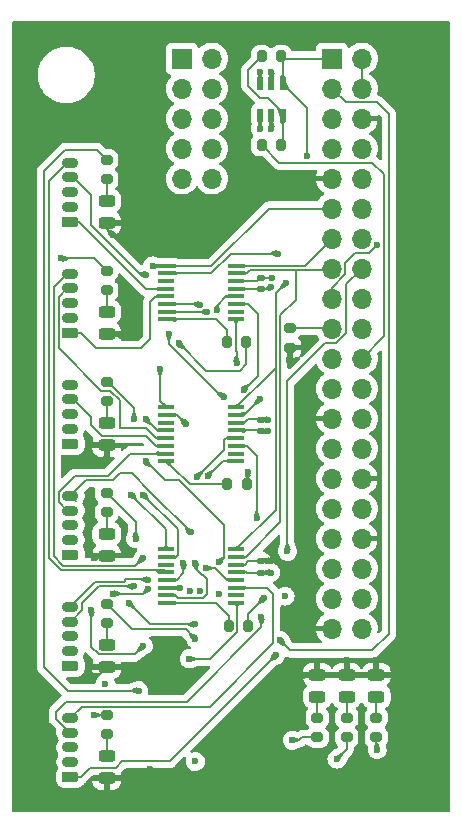
<source format=gbr>
%TF.GenerationSoftware,KiCad,Pcbnew,8.0.7*%
%TF.CreationDate,2025-01-23T07:46:30-08:00*%
%TF.ProjectId,plex-loader,706c6578-2d6c-46f6-9164-65722e6b6963,rev?*%
%TF.SameCoordinates,Original*%
%TF.FileFunction,Copper,L1,Top*%
%TF.FilePolarity,Positive*%
%FSLAX46Y46*%
G04 Gerber Fmt 4.6, Leading zero omitted, Abs format (unit mm)*
G04 Created by KiCad (PCBNEW 8.0.7) date 2025-01-23 07:46:30*
%MOMM*%
%LPD*%
G01*
G04 APERTURE LIST*
G04 Aperture macros list*
%AMRoundRect*
0 Rectangle with rounded corners*
0 $1 Rounding radius*
0 $2 $3 $4 $5 $6 $7 $8 $9 X,Y pos of 4 corners*
0 Add a 4 corners polygon primitive as box body*
4,1,4,$2,$3,$4,$5,$6,$7,$8,$9,$2,$3,0*
0 Add four circle primitives for the rounded corners*
1,1,$1+$1,$2,$3*
1,1,$1+$1,$4,$5*
1,1,$1+$1,$6,$7*
1,1,$1+$1,$8,$9*
0 Add four rect primitives between the rounded corners*
20,1,$1+$1,$2,$3,$4,$5,0*
20,1,$1+$1,$4,$5,$6,$7,0*
20,1,$1+$1,$6,$7,$8,$9,0*
20,1,$1+$1,$8,$9,$2,$3,0*%
G04 Aperture macros list end*
%TA.AperFunction,SMDPad,CuDef*%
%ADD10RoundRect,0.140000X-0.170000X0.140000X-0.170000X-0.140000X0.170000X-0.140000X0.170000X0.140000X0*%
%TD*%
%TA.AperFunction,ComponentPad*%
%ADD11RoundRect,0.225000X0.475000X-0.225000X0.475000X0.225000X-0.475000X0.225000X-0.475000X-0.225000X0*%
%TD*%
%TA.AperFunction,ComponentPad*%
%ADD12O,1.400000X0.900000*%
%TD*%
%TA.AperFunction,SMDPad,CuDef*%
%ADD13RoundRect,0.200000X0.275000X-0.200000X0.275000X0.200000X-0.275000X0.200000X-0.275000X-0.200000X0*%
%TD*%
%TA.AperFunction,SMDPad,CuDef*%
%ADD14RoundRect,0.243750X0.456250X-0.243750X0.456250X0.243750X-0.456250X0.243750X-0.456250X-0.243750X0*%
%TD*%
%TA.AperFunction,SMDPad,CuDef*%
%ADD15RoundRect,0.243750X-0.456250X0.243750X-0.456250X-0.243750X0.456250X-0.243750X0.456250X0.243750X0*%
%TD*%
%TA.AperFunction,SMDPad,CuDef*%
%ADD16RoundRect,0.200000X-0.200000X-0.275000X0.200000X-0.275000X0.200000X0.275000X-0.200000X0.275000X0*%
%TD*%
%TA.AperFunction,SMDPad,CuDef*%
%ADD17RoundRect,0.200000X-0.275000X0.200000X-0.275000X-0.200000X0.275000X-0.200000X0.275000X0.200000X0*%
%TD*%
%TA.AperFunction,ComponentPad*%
%ADD18R,1.700000X1.700000*%
%TD*%
%TA.AperFunction,ComponentPad*%
%ADD19O,1.700000X1.700000*%
%TD*%
%TA.AperFunction,SMDPad,CuDef*%
%ADD20RoundRect,0.200000X0.200000X0.275000X-0.200000X0.275000X-0.200000X-0.275000X0.200000X-0.275000X0*%
%TD*%
%TA.AperFunction,SMDPad,CuDef*%
%ADD21R,1.405599X0.350800*%
%TD*%
%TA.AperFunction,SMDPad,CuDef*%
%ADD22R,0.508000X0.990600*%
%TD*%
%TA.AperFunction,ViaPad*%
%ADD23C,0.600000*%
%TD*%
%TA.AperFunction,Conductor*%
%ADD24C,0.200000*%
%TD*%
G04 APERTURE END LIST*
D10*
%TO.P,C3,1*%
%TO.N,GND*%
X71547199Y-96245001D03*
%TO.P,C3,2*%
%TO.N,VDD*%
X71547199Y-97205001D03*
%TD*%
D11*
%TO.P,J6,1,Pin_1*%
%TO.N,/MCLR6*%
X55432500Y-114500000D03*
D12*
%TO.P,J6,2,Pin_2*%
%TO.N,unconnected-(J6-Pin_2-Pad2)*%
X55432500Y-113250000D03*
%TO.P,J6,3,Pin_3*%
%TO.N,unconnected-(J6-Pin_3-Pad3)*%
X55432500Y-112000000D03*
%TO.P,J6,4,Pin_4*%
%TO.N,/PGD6*%
X55432500Y-110750000D03*
%TO.P,J6,5,Pin_5*%
%TO.N,/PGC6*%
X55432500Y-109500000D03*
%TD*%
D13*
%TO.P,R13,1*%
%TO.N,Net-(D4-A)*%
X58500000Y-73298750D03*
%TO.P,R13,2*%
%TO.N,/dspic/B4*%
X58500000Y-71648750D03*
%TD*%
%TO.P,R11,1*%
%TO.N,Net-(D2-A)*%
X58500000Y-110898750D03*
%TO.P,R11,2*%
%TO.N,/dspic/B2*%
X58500000Y-109248750D03*
%TD*%
D14*
%TO.P,D3,1,K*%
%TO.N,GND*%
X58500000Y-67623750D03*
%TO.P,D3,2,A*%
%TO.N,Net-(D3-A)*%
X58500000Y-65748750D03*
%TD*%
%TO.P,D2,1,K*%
%TO.N,GND*%
X58500000Y-114623750D03*
%TO.P,D2,2,A*%
%TO.N,Net-(D2-A)*%
X58500000Y-112748750D03*
%TD*%
D15*
%TO.P,D8,1,K*%
%TO.N,GND*%
X78831500Y-105850000D03*
%TO.P,D8,2,A*%
%TO.N,Net-(D8-A)*%
X78831500Y-107725000D03*
%TD*%
D14*
%TO.P,D7,1,K*%
%TO.N,GND*%
X58500000Y-105223750D03*
%TO.P,D7,2,A*%
%TO.N,Net-(D7-A)*%
X58500000Y-103348750D03*
%TD*%
D16*
%TO.P,R8,1*%
%TO.N,/PGD*%
X68722199Y-89725001D03*
%TO.P,R8,2*%
%TO.N,/GPIO24*%
X70372199Y-89725001D03*
%TD*%
D17*
%TO.P,R18,1*%
%TO.N,Net-(D9-A)*%
X76331500Y-109500000D03*
%TO.P,R18,2*%
%TO.N,/dspic/B11*%
X76331500Y-111150000D03*
%TD*%
D18*
%TO.P,J10,1,Pin_1*%
%TO.N,unconnected-(J10-Pin_1-Pad1)*%
X64859000Y-53683000D03*
D19*
%TO.P,J10,2,Pin_2*%
%TO.N,unconnected-(J10-Pin_2-Pad2)*%
X67399000Y-53683000D03*
%TO.P,J10,3,Pin_3*%
%TO.N,unconnected-(J10-Pin_3-Pad3)*%
X64859000Y-56223000D03*
%TO.P,J10,4,Pin_4*%
%TO.N,unconnected-(J10-Pin_4-Pad4)*%
X67399000Y-56223000D03*
%TO.P,J10,5,Pin_5*%
%TO.N,unconnected-(J10-Pin_5-Pad5)*%
X64859000Y-58763000D03*
%TO.P,J10,6,Pin_6*%
%TO.N,unconnected-(J10-Pin_6-Pad6)*%
X67399000Y-58763000D03*
%TO.P,J10,7,Pin_7*%
%TO.N,unconnected-(J10-Pin_7-Pad7)*%
X64859000Y-61303000D03*
%TO.P,J10,8,Pin_8*%
%TO.N,unconnected-(J10-Pin_8-Pad8)*%
X67399000Y-61303000D03*
%TO.P,J10,9,Pin_9*%
%TO.N,unconnected-(J10-Pin_9-Pad9)*%
X64859000Y-63843000D03*
%TO.P,J10,10,Pin_10*%
%TO.N,unconnected-(J10-Pin_10-Pad10)*%
X67399000Y-63843000D03*
%TD*%
D16*
%TO.P,R9,1*%
%TO.N,/MCLR*%
X68675000Y-77725001D03*
%TO.P,R9,2*%
%TO.N,/GPIO18*%
X70325000Y-77725001D03*
%TD*%
D15*
%TO.P,D1,1,K*%
%TO.N,GND*%
X81331500Y-105850000D03*
%TO.P,D1,2,A*%
%TO.N,Net-(D1-A)*%
X81331500Y-107725000D03*
%TD*%
D14*
%TO.P,D6,1,K*%
%TO.N,GND*%
X58500000Y-95823750D03*
%TO.P,D6,2,A*%
%TO.N,Net-(D6-A)*%
X58500000Y-93948750D03*
%TD*%
D16*
%TO.P,R7,1*%
%TO.N,/PGC*%
X68850000Y-101725001D03*
%TO.P,R7,2*%
%TO.N,/GPIO23*%
X70500000Y-101725001D03*
%TD*%
D13*
%TO.P,R16,1*%
%TO.N,Net-(D7-A)*%
X58500000Y-101498750D03*
%TO.P,R16,2*%
%TO.N,/dspic/B7*%
X58500000Y-99848750D03*
%TD*%
D20*
%TO.P,R3,1*%
%TO.N,+3.3V*%
X73274960Y-53500000D03*
%TO.P,R3,2*%
%TO.N,Net-(U5-G)*%
X71624960Y-53500000D03*
%TD*%
D15*
%TO.P,D9,1,K*%
%TO.N,GND*%
X76331500Y-105850000D03*
%TO.P,D9,2,A*%
%TO.N,Net-(D9-A)*%
X76331500Y-107725000D03*
%TD*%
D17*
%TO.P,R10,1*%
%TO.N,/GPIO10*%
X74000000Y-76500000D03*
%TO.P,R10,2*%
%TO.N,GND*%
X74000000Y-78150000D03*
%TD*%
%TO.P,R4,1*%
%TO.N,Net-(D1-A)*%
X81331500Y-109482500D03*
%TO.P,R4,2*%
%TO.N,VDD*%
X81331500Y-111132500D03*
%TD*%
D14*
%TO.P,D4,1,K*%
%TO.N,GND*%
X58500000Y-77023750D03*
%TO.P,D4,2,A*%
%TO.N,Net-(D4-A)*%
X58500000Y-75148750D03*
%TD*%
D11*
%TO.P,J3,1,Pin_1*%
%TO.N,/MCLR3*%
X55432500Y-86300000D03*
D12*
%TO.P,J3,2,Pin_2*%
%TO.N,unconnected-(J3-Pin_2-Pad2)*%
X55432500Y-85050000D03*
%TO.P,J3,3,Pin_3*%
%TO.N,unconnected-(J3-Pin_3-Pad3)*%
X55432500Y-83800000D03*
%TO.P,J3,4,Pin_4*%
%TO.N,/PGD3*%
X55432500Y-82550000D03*
%TO.P,J3,5,Pin_5*%
%TO.N,/PGC3*%
X55432500Y-81300000D03*
%TD*%
D11*
%TO.P,J4,1,Pin_1*%
%TO.N,/MCLR4*%
X55432500Y-95700000D03*
D12*
%TO.P,J4,2,Pin_2*%
%TO.N,unconnected-(J4-Pin_2-Pad2)*%
X55432500Y-94450000D03*
%TO.P,J4,3,Pin_3*%
%TO.N,unconnected-(J4-Pin_3-Pad3)*%
X55432500Y-93200000D03*
%TO.P,J4,4,Pin_4*%
%TO.N,/PGD4*%
X55432500Y-91950000D03*
%TO.P,J4,5,Pin_5*%
%TO.N,/PGC4*%
X55432500Y-90700000D03*
%TD*%
D18*
%TO.P,J9,1,Pin_1*%
%TO.N,+3.3V*%
X77559000Y-53683000D03*
D19*
%TO.P,J9,2,Pin_2*%
%TO.N,+5V*%
X80099000Y-53683000D03*
%TO.P,J9,3,Pin_3*%
%TO.N,/GPIO2*%
X77559000Y-56223000D03*
%TO.P,J9,4,Pin_4*%
%TO.N,+5V*%
X80099000Y-56223000D03*
%TO.P,J9,5,Pin_5*%
%TO.N,/GPIO3*%
X77559000Y-58763000D03*
%TO.P,J9,6,Pin_6*%
%TO.N,GND*%
X80099000Y-58763000D03*
%TO.P,J9,7,Pin_7*%
%TO.N,unconnected-(J9-Pin_7-Pad7)*%
X77559000Y-61303000D03*
%TO.P,J9,8,Pin_8*%
%TO.N,unconnected-(J9-Pin_8-Pad8)*%
X80099000Y-61303000D03*
%TO.P,J9,9,Pin_9*%
%TO.N,GND*%
X77559000Y-63843000D03*
%TO.P,J9,10,Pin_10*%
%TO.N,unconnected-(J9-Pin_10-Pad10)*%
X80099000Y-63843000D03*
%TO.P,J9,11,Pin_11*%
%TO.N,/GPIO17*%
X77559000Y-66383000D03*
%TO.P,J9,12,Pin_12*%
%TO.N,/GPIO18*%
X80099000Y-66383000D03*
%TO.P,J9,13,Pin_13*%
%TO.N,/GPIO27*%
X77559000Y-68923000D03*
%TO.P,J9,14,Pin_14*%
%TO.N,GND*%
X80099000Y-68923000D03*
%TO.P,J9,15,Pin_15*%
%TO.N,/GPIO22*%
X77559000Y-71463000D03*
%TO.P,J9,16,Pin_16*%
%TO.N,/GPIO23*%
X80099000Y-71463000D03*
%TO.P,J9,17,Pin_17*%
%TO.N,+3.3V*%
X77559000Y-74003000D03*
%TO.P,J9,18,Pin_18*%
%TO.N,/GPIO24*%
X80099000Y-74003000D03*
%TO.P,J9,19,Pin_19*%
%TO.N,/GPIO10*%
X77559000Y-76543000D03*
%TO.P,J9,20,Pin_20*%
%TO.N,GND*%
X80099000Y-76543000D03*
%TO.P,J9,21,Pin_21*%
%TO.N,unconnected-(J9-Pin_21-Pad21)*%
X77559000Y-79083000D03*
%TO.P,J9,22,Pin_22*%
%TO.N,/GPIO25*%
X80099000Y-79083000D03*
%TO.P,J9,23,Pin_23*%
%TO.N,unconnected-(J9-Pin_23-Pad23)*%
X77559000Y-81623000D03*
%TO.P,J9,24,Pin_24*%
%TO.N,unconnected-(J9-Pin_24-Pad24)*%
X80099000Y-81623000D03*
%TO.P,J9,25,Pin_25*%
%TO.N,GND*%
X77559000Y-84163000D03*
%TO.P,J9,26,Pin_26*%
%TO.N,unconnected-(J9-Pin_26-Pad26)*%
X80099000Y-84163000D03*
%TO.P,J9,27,Pin_27*%
%TO.N,unconnected-(J9-Pin_27-Pad27)*%
X77559000Y-86703000D03*
%TO.P,J9,28,Pin_28*%
%TO.N,unconnected-(J9-Pin_28-Pad28)*%
X80099000Y-86703000D03*
%TO.P,J9,29,Pin_29*%
%TO.N,unconnected-(J9-Pin_29-Pad29)*%
X77559000Y-89243000D03*
%TO.P,J9,30,Pin_30*%
%TO.N,GND*%
X80099000Y-89243000D03*
%TO.P,J9,31,Pin_31*%
%TO.N,unconnected-(J9-Pin_31-Pad31)*%
X77559000Y-91783000D03*
%TO.P,J9,32,Pin_32*%
%TO.N,unconnected-(J9-Pin_32-Pad32)*%
X80099000Y-91783000D03*
%TO.P,J9,33,Pin_33*%
%TO.N,unconnected-(J9-Pin_33-Pad33)*%
X77559000Y-94323000D03*
%TO.P,J9,34,Pin_34*%
%TO.N,GND*%
X80099000Y-94323000D03*
%TO.P,J9,35,Pin_35*%
%TO.N,unconnected-(J9-Pin_35-Pad35)*%
X77559000Y-96863000D03*
%TO.P,J9,36,Pin_36*%
%TO.N,unconnected-(J9-Pin_36-Pad36)*%
X80099000Y-96863000D03*
%TO.P,J9,37,Pin_37*%
%TO.N,unconnected-(J9-Pin_37-Pad37)*%
X77559000Y-99403000D03*
%TO.P,J9,38,Pin_38*%
%TO.N,unconnected-(J9-Pin_38-Pad38)*%
X80099000Y-99403000D03*
%TO.P,J9,39,Pin_39*%
%TO.N,GND*%
X77559000Y-101943000D03*
%TO.P,J9,40,Pin_40*%
%TO.N,unconnected-(J9-Pin_40-Pad40)*%
X80099000Y-101943000D03*
%TD*%
D14*
%TO.P,D5,1,K*%
%TO.N,GND*%
X58500000Y-86423750D03*
%TO.P,D5,2,A*%
%TO.N,Net-(D5-A)*%
X58500000Y-84548750D03*
%TD*%
D13*
%TO.P,R12,1*%
%TO.N,Net-(D3-A)*%
X58500000Y-63898750D03*
%TO.P,R12,2*%
%TO.N,/dspic/B3*%
X58500000Y-62248750D03*
%TD*%
D10*
%TO.P,C2,1*%
%TO.N,GND*%
X71547199Y-84266301D03*
%TO.P,C2,2*%
%TO.N,VDD*%
X71547199Y-85226301D03*
%TD*%
D20*
%TO.P,R19,1*%
%TO.N,Net-(U5-G)*%
X73274960Y-61000000D03*
%TO.P,R19,2*%
%TO.N,/GPIO25*%
X71624960Y-61000000D03*
%TD*%
D13*
%TO.P,R14,1*%
%TO.N,Net-(D5-A)*%
X58500000Y-82698750D03*
%TO.P,R14,2*%
%TO.N,/dspic/B5*%
X58500000Y-81048750D03*
%TD*%
D10*
%TO.P,C1,1*%
%TO.N,GND*%
X71547199Y-72245001D03*
%TO.P,C1,2*%
%TO.N,VDD*%
X71547199Y-73205001D03*
%TD*%
D13*
%TO.P,R15,1*%
%TO.N,Net-(D6-A)*%
X58500000Y-92098750D03*
%TO.P,R15,2*%
%TO.N,/dspic/B6*%
X58500000Y-90448750D03*
%TD*%
D11*
%TO.P,J2,1,Pin_1*%
%TO.N,/MCLR2*%
X55432500Y-76900000D03*
D12*
%TO.P,J2,2,Pin_2*%
%TO.N,unconnected-(J2-Pin_2-Pad2)*%
X55432500Y-75650000D03*
%TO.P,J2,3,Pin_3*%
%TO.N,unconnected-(J2-Pin_3-Pad3)*%
X55432500Y-74400000D03*
%TO.P,J2,4,Pin_4*%
%TO.N,/PGD2*%
X55432500Y-73150000D03*
%TO.P,J2,5,Pin_5*%
%TO.N,/PGC2*%
X55432500Y-71900000D03*
%TD*%
D11*
%TO.P,J5,1,Pin_1*%
%TO.N,/MCLR5*%
X55432500Y-105100000D03*
D12*
%TO.P,J5,2,Pin_2*%
%TO.N,unconnected-(J5-Pin_2-Pad2)*%
X55432500Y-103850000D03*
%TO.P,J5,3,Pin_3*%
%TO.N,unconnected-(J5-Pin_3-Pad3)*%
X55432500Y-102600000D03*
%TO.P,J5,4,Pin_4*%
%TO.N,/PGD5*%
X55432500Y-101350000D03*
%TO.P,J5,5,Pin_5*%
%TO.N,/PGC5*%
X55432500Y-100100000D03*
%TD*%
D11*
%TO.P,J1,1,Pin_1*%
%TO.N,/MCLR1*%
X55432500Y-67500000D03*
D12*
%TO.P,J1,2,Pin_2*%
%TO.N,unconnected-(J1-Pin_2-Pad2)*%
X55432500Y-66250000D03*
%TO.P,J1,3,Pin_3*%
%TO.N,unconnected-(J1-Pin_3-Pad3)*%
X55432500Y-65000000D03*
%TO.P,J1,4,Pin_4*%
%TO.N,/PGD1*%
X55432500Y-63750000D03*
%TO.P,J1,5,Pin_5*%
%TO.N,/PGC1*%
X55432500Y-62500000D03*
%TD*%
D17*
%TO.P,R17,1*%
%TO.N,Net-(D8-A)*%
X78831500Y-109500000D03*
%TO.P,R17,2*%
%TO.N,/dspic/B10*%
X78831500Y-111150000D03*
%TD*%
D21*
%TO.P,U1,1,A0*%
%TO.N,/GPIO17*%
X63547199Y-71225001D03*
%TO.P,U1,2,EN*%
%TO.N,/GPIO10*%
X63547199Y-71874999D03*
%TO.P,U1,3,N.C.*%
%TO.N,unconnected-(U1-N.C.-Pad3)*%
X63547199Y-72525001D03*
%TO.P,U1,4,S1*%
%TO.N,/MCLR1*%
X63547199Y-73174999D03*
%TO.P,U1,5,S2*%
%TO.N,/MCLR2*%
X63547199Y-73824998D03*
%TO.P,U1,6,S3*%
%TO.N,/MCLR3*%
X63547199Y-74474999D03*
%TO.P,U1,7,S4*%
%TO.N,/MCLR4*%
X63547199Y-75124998D03*
%TO.P,U1,8,D*%
%TO.N,/MCLR*%
X63547199Y-75774999D03*
%TO.P,U1,9,S8*%
%TO.N,/MCLR8*%
X69452801Y-75774999D03*
%TO.P,U1,10,S7*%
%TO.N,/MCLR7*%
X69452801Y-75125001D03*
%TO.P,U1,11,S6*%
%TO.N,/MCLR6*%
X69452801Y-74474999D03*
%TO.P,U1,12,S5*%
%TO.N,/MCLR5*%
X69452801Y-73825001D03*
%TO.P,U1,13,VDD*%
%TO.N,VDD*%
X69452801Y-73175002D03*
%TO.P,U1,14,GND*%
%TO.N,GND*%
X69452801Y-72525001D03*
%TO.P,U1,15,A2*%
%TO.N,/GPIO22*%
X69452801Y-71875002D03*
%TO.P,U1,16,A1*%
%TO.N,/GPIO27*%
X69452801Y-71225001D03*
%TD*%
D22*
%TO.P,U5,1,D*%
%TO.N,VDD*%
X71500000Y-58500000D03*
%TO.P,U5,2,D*%
X72449960Y-58500000D03*
%TO.P,U5,3,G*%
%TO.N,Net-(U5-G)*%
X73399920Y-58500000D03*
%TO.P,U5,4,S*%
%TO.N,+3.3V*%
X73399920Y-55807600D03*
%TO.P,U5,5,D*%
%TO.N,VDD*%
X72449960Y-55807600D03*
%TO.P,U5,6,D*%
X71500000Y-55807600D03*
%TD*%
D21*
%TO.P,U3,1,A0*%
%TO.N,/GPIO17*%
X63547199Y-95225001D03*
%TO.P,U3,2,EN*%
%TO.N,/GPIO10*%
X63547199Y-95874999D03*
%TO.P,U3,3,N.C.*%
%TO.N,unconnected-(U3-N.C.-Pad3)*%
X63547199Y-96525001D03*
%TO.P,U3,4,S1*%
%TO.N,/PGC1*%
X63547199Y-97174999D03*
%TO.P,U3,5,S2*%
%TO.N,/PGC2*%
X63547199Y-97824998D03*
%TO.P,U3,6,S3*%
%TO.N,/PGC3*%
X63547199Y-98474999D03*
%TO.P,U3,7,S4*%
%TO.N,/PGC4*%
X63547199Y-99124998D03*
%TO.P,U3,8,D*%
%TO.N,/PGC*%
X63547199Y-99774999D03*
%TO.P,U3,9,S8*%
%TO.N,/PGC8*%
X69452801Y-99774999D03*
%TO.P,U3,10,S7*%
%TO.N,/PGC7*%
X69452801Y-99125001D03*
%TO.P,U3,11,S6*%
%TO.N,/PGC6*%
X69452801Y-98474999D03*
%TO.P,U3,12,S5*%
%TO.N,/PGC5*%
X69452801Y-97825001D03*
%TO.P,U3,13,VDD*%
%TO.N,VDD*%
X69452801Y-97175002D03*
%TO.P,U3,14,GND*%
%TO.N,GND*%
X69452801Y-96525001D03*
%TO.P,U3,15,A2*%
%TO.N,/GPIO22*%
X69452801Y-95875002D03*
%TO.P,U3,16,A1*%
%TO.N,/GPIO27*%
X69452801Y-95225001D03*
%TD*%
%TO.P,U2,1,A0*%
%TO.N,/GPIO17*%
X63547199Y-83225001D03*
%TO.P,U2,2,EN*%
%TO.N,/GPIO10*%
X63547199Y-83874999D03*
%TO.P,U2,3,N.C.*%
%TO.N,unconnected-(U2-N.C.-Pad3)*%
X63547199Y-84525001D03*
%TO.P,U2,4,S1*%
%TO.N,/PGD1*%
X63547199Y-85174999D03*
%TO.P,U2,5,S2*%
%TO.N,/PGD2*%
X63547199Y-85824998D03*
%TO.P,U2,6,S3*%
%TO.N,/PGD3*%
X63547199Y-86474999D03*
%TO.P,U2,7,S4*%
%TO.N,/PGD4*%
X63547199Y-87124998D03*
%TO.P,U2,8,D*%
%TO.N,/PGD*%
X63547199Y-87774999D03*
%TO.P,U2,9,S8*%
%TO.N,/PGD8*%
X69452801Y-87774999D03*
%TO.P,U2,10,S7*%
%TO.N,/PGD7*%
X69452801Y-87125001D03*
%TO.P,U2,11,S6*%
%TO.N,/PGD6*%
X69452801Y-86474999D03*
%TO.P,U2,12,S5*%
%TO.N,/PGD5*%
X69452801Y-85825001D03*
%TO.P,U2,13,VDD*%
%TO.N,VDD*%
X69452801Y-85175002D03*
%TO.P,U2,14,GND*%
%TO.N,GND*%
X69452801Y-84525001D03*
%TO.P,U2,15,A2*%
%TO.N,/GPIO22*%
X69452801Y-83875002D03*
%TO.P,U2,16,A1*%
%TO.N,/GPIO27*%
X69452801Y-83225001D03*
%TD*%
D23*
%TO.N,/GPIO10*%
X73000000Y-70200000D03*
X65200000Y-84600000D03*
X61600000Y-90600000D03*
%TO.N,GND*%
X59800000Y-77200000D03*
X72400000Y-96200000D03*
X72522353Y-72257342D03*
X81331500Y-104600000D03*
X74600000Y-109200000D03*
X60400000Y-115200000D03*
X58500000Y-87600000D03*
X73975735Y-79175735D03*
X57400000Y-106000000D03*
X74800000Y-106000000D03*
X78831500Y-104600000D03*
X57400000Y-96000000D03*
X65547484Y-98774999D03*
X59000000Y-68600000D03*
X72200000Y-84266301D03*
X62200000Y-113800000D03*
%TO.N,+3.3V*%
X75500000Y-61900000D03*
X81400000Y-69500000D03*
%TO.N,/PGD1*%
X61800000Y-72000000D03*
X61800000Y-84200000D03*
%TO.N,/PGC2*%
X61600000Y-95948930D03*
X65000000Y-96400000D03*
%TO.N,/PGC3*%
X62000000Y-98600000D03*
X64747481Y-98524998D03*
X59005855Y-98984280D03*
%TO.N,/MCLR3*%
X66397936Y-74524998D03*
%TO.N,/MCLR4*%
X67000000Y-75124998D03*
%TO.N,/PGC4*%
X66000000Y-96400000D03*
X65600000Y-93800000D03*
%TO.N,/PGC5*%
X62000000Y-97800000D03*
X66880996Y-96832467D03*
%TO.N,/MCLR5*%
X67800000Y-75000000D03*
%TO.N,/PGD5*%
X66123526Y-89125001D03*
X60800000Y-98384280D03*
%TO.N,/MCLR6*%
X70100000Y-81729275D03*
X72800000Y-104200000D03*
%TO.N,/PGD6*%
X71600000Y-101000000D03*
X71220728Y-92600000D03*
%TO.N,/PGC8*%
X65500000Y-104500000D03*
%TO.N,/MCLR8*%
X69500000Y-79500000D03*
%TO.N,/PGD8*%
X67048528Y-89048528D03*
%TO.N,/GPIO23*%
X73800000Y-95400000D03*
X71800000Y-99400000D03*
%TO.N,/GPIO22*%
X71500000Y-82500000D03*
%TO.N,/GPIO27*%
X73675735Y-72675735D03*
%TO.N,/GPIO18*%
X64600000Y-77800000D03*
%TO.N,/GPIO17*%
X60600000Y-90600000D03*
X62999997Y-80000000D03*
X62400000Y-71241051D03*
%TO.N,/GPIO24*%
X70500000Y-88700351D03*
%TO.N,VDD*%
X68000000Y-99000000D03*
X72449960Y-54807600D03*
X71500000Y-54807600D03*
X66388236Y-98763235D03*
X66000000Y-113200000D03*
X71500000Y-59607600D03*
X72400000Y-97200000D03*
X72200000Y-85226301D03*
X58400000Y-106600000D03*
X72449960Y-59607600D03*
X73600000Y-99200000D03*
X81400000Y-112200000D03*
X72448969Y-73053971D03*
%TO.N,/GPIO2*%
X73200000Y-102951473D03*
%TO.N,/GPIO3*%
X68400000Y-82324265D03*
X63800000Y-77000000D03*
%TO.N,/dspic/B2*%
X57400000Y-109248750D03*
%TO.N,/dspic/B3*%
X61200000Y-107200000D03*
%TO.N,/dspic/B4*%
X54600000Y-70600000D03*
X57200000Y-100400000D03*
X61600000Y-103400000D03*
%TO.N,/dspic/B5*%
X68000000Y-96340877D03*
X61800000Y-87800000D03*
X60800000Y-84200000D03*
%TO.N,/dspic/B6*%
X60943094Y-94343094D03*
X60400000Y-99800000D03*
X66000000Y-101600000D03*
%TO.N,/dspic/B7*%
X66000000Y-102800000D03*
%TO.N,/dspic/B10*%
X78000000Y-113000000D03*
%TO.N,/dspic/B11*%
X74200000Y-111400000D03*
%TD*%
D24*
%TO.N,Net-(D8-A)*%
X78831500Y-107725000D02*
X78831500Y-109500000D01*
%TO.N,/GPIO10*%
X63547199Y-95874999D02*
X64375400Y-95874999D01*
X67324604Y-71874999D02*
X68999603Y-70200000D01*
X64549998Y-93549998D02*
X61600000Y-90600000D01*
X74000000Y-76500000D02*
X77516000Y-76500000D01*
X64549998Y-95700401D02*
X64549998Y-93549998D01*
X64474999Y-83874999D02*
X63547199Y-83874999D01*
X63547199Y-71874999D02*
X67324604Y-71874999D01*
X68999603Y-70200000D02*
X73000000Y-70200000D01*
X65200000Y-84600000D02*
X64474999Y-83874999D01*
X64375400Y-95874999D02*
X64549998Y-95700401D01*
X77516000Y-76500000D02*
X77559000Y-76543000D01*
%TO.N,Net-(D9-A)*%
X76331500Y-107725000D02*
X76331500Y-109500000D01*
%TO.N,GND*%
X57576250Y-95823750D02*
X57400000Y-96000000D01*
X72133699Y-84200000D02*
X70455600Y-84200000D01*
X72510012Y-72245001D02*
X72522353Y-72257342D01*
X58500000Y-95823750D02*
X57576250Y-95823750D01*
X81331500Y-105850000D02*
X81331500Y-104600000D01*
X58500000Y-114623750D02*
X59823750Y-114623750D01*
X71547199Y-96245001D02*
X72354999Y-96245001D01*
X59623750Y-77023750D02*
X59800000Y-77200000D01*
X71267199Y-72525001D02*
X71547199Y-72245001D01*
X57723750Y-106000000D02*
X58500000Y-105223750D01*
X69452801Y-72525001D02*
X71267199Y-72525001D01*
X58500000Y-86423750D02*
X58576250Y-86423750D01*
X70175600Y-96525001D02*
X69452801Y-96525001D01*
X70455600Y-96245001D02*
X70175600Y-96525001D01*
X59823750Y-114623750D02*
X60400000Y-115200000D01*
X58500000Y-77023750D02*
X59623750Y-77023750D01*
X72200000Y-84266301D02*
X71547199Y-84266301D01*
X58500000Y-86500000D02*
X58500000Y-87600000D01*
X72354999Y-96245001D02*
X72400000Y-96200000D01*
X76181500Y-106000000D02*
X76331500Y-105850000D01*
X57400000Y-106000000D02*
X57723750Y-106000000D01*
X58576250Y-86423750D02*
X58500000Y-86500000D01*
X73975735Y-79175735D02*
X73975735Y-78174265D01*
X74800000Y-106000000D02*
X76181500Y-106000000D01*
X58500000Y-68100000D02*
X59000000Y-68600000D01*
X70130599Y-84525001D02*
X69452801Y-84525001D01*
X70455600Y-84200000D02*
X70130599Y-84525001D01*
X78831500Y-105850000D02*
X78831500Y-104600000D01*
X71547199Y-72245001D02*
X72510012Y-72245001D01*
X72354999Y-96245001D02*
X70455600Y-96245001D01*
X58500000Y-67623750D02*
X58500000Y-68100000D01*
X73975735Y-78174265D02*
X74000000Y-78150000D01*
X72200000Y-84266301D02*
X72133699Y-84200000D01*
%TO.N,+5V*%
X80099000Y-56223000D02*
X80099000Y-53683000D01*
%TO.N,+3.3V*%
X73457960Y-53683000D02*
X73274960Y-53500000D01*
X73399920Y-55807600D02*
X75500000Y-57907680D01*
X75500000Y-57907680D02*
X75500000Y-61900000D01*
X79529404Y-70166250D02*
X78709000Y-70986654D01*
X77242000Y-54000000D02*
X77559000Y-53683000D01*
X77559000Y-53683000D02*
X73457960Y-53683000D01*
X77559000Y-73089346D02*
X77559000Y-74003000D01*
X73399920Y-53624960D02*
X73399920Y-55807600D01*
X78709000Y-71939346D02*
X77559000Y-73089346D01*
X80733750Y-70166250D02*
X79529404Y-70166250D01*
X78709000Y-70986654D02*
X78709000Y-71939346D01*
X73274960Y-53500000D02*
X73399920Y-53624960D01*
X81400000Y-69500000D02*
X80733750Y-70166250D01*
%TO.N,/MCLR1*%
X56132500Y-67500000D02*
X61807499Y-73174999D01*
X61807499Y-73174999D02*
X63547199Y-73174999D01*
X55432500Y-67500000D02*
X56132500Y-67500000D01*
%TO.N,/PGC1*%
X63547199Y-97174999D02*
X63383450Y-97011250D01*
X63383450Y-97011250D02*
X54645564Y-97011250D01*
X53600000Y-95965686D02*
X53600000Y-64082500D01*
X55182500Y-62500000D02*
X55432500Y-62500000D01*
X53600000Y-64082500D02*
X55182500Y-62500000D01*
X54645564Y-97011250D02*
X53600000Y-95965686D01*
%TO.N,/PGD1*%
X61400518Y-72000000D02*
X61800000Y-72000000D01*
X55682500Y-63750000D02*
X57200000Y-65267500D01*
X55432500Y-63750000D02*
X55682500Y-63750000D01*
X61800000Y-84200000D02*
X62774999Y-85174999D01*
X57200000Y-67799482D02*
X61400518Y-72000000D01*
X57200000Y-65267500D02*
X57200000Y-67799482D01*
X62774999Y-85174999D02*
X63547199Y-85174999D01*
%TO.N,/PGD2*%
X55182500Y-73150000D02*
X54432500Y-73900000D01*
X58788898Y-81800000D02*
X59600000Y-82611102D01*
X59600000Y-85000000D02*
X61819402Y-85000000D01*
X62644400Y-85824998D02*
X63547199Y-85824998D01*
X58001250Y-81800000D02*
X58788898Y-81800000D01*
X61819402Y-85000000D02*
X62644400Y-85824998D01*
X54432500Y-73900000D02*
X54432500Y-78231250D01*
X59600000Y-82611102D02*
X59600000Y-85000000D01*
X55432500Y-73150000D02*
X55182500Y-73150000D01*
X54432500Y-78231250D02*
X58001250Y-81800000D01*
%TO.N,/MCLR2*%
X62200000Y-74269398D02*
X62644400Y-73824998D01*
X62200000Y-77400000D02*
X62200000Y-74269398D01*
X61400000Y-78200000D02*
X62200000Y-77400000D01*
X55432500Y-76900000D02*
X56300000Y-76900000D01*
X62644400Y-73824998D02*
X63547199Y-73824998D01*
X57600000Y-78200000D02*
X61400000Y-78200000D01*
X56300000Y-76900000D02*
X57600000Y-78200000D01*
%TO.N,/PGC2*%
X54032500Y-73050000D02*
X55182500Y-71900000D01*
X65000000Y-97274996D02*
X64449998Y-97824998D01*
X65000000Y-96400000D02*
X65000000Y-97274996D01*
X64449998Y-97824998D02*
X63547199Y-97824998D01*
X60937680Y-96611250D02*
X54811250Y-96611250D01*
X55182500Y-71900000D02*
X55432500Y-71900000D01*
X54811250Y-96611250D02*
X54032500Y-95832500D01*
X61600000Y-95948930D02*
X60937680Y-96611250D01*
X54032500Y-95832500D02*
X54032500Y-73050000D01*
%TO.N,/PGC3*%
X61615720Y-98984280D02*
X59005855Y-98984280D01*
X63547199Y-98474999D02*
X64697482Y-98474999D01*
X64697482Y-98474999D02*
X64747481Y-98524998D01*
X62000000Y-98600000D02*
X61615720Y-98984280D01*
%TO.N,/PGD3*%
X55682500Y-82550000D02*
X57200000Y-84067500D01*
X55432500Y-82550000D02*
X55682500Y-82550000D01*
X61805651Y-85636250D02*
X62644400Y-86474999D01*
X57200000Y-84067500D02*
X57200000Y-84724482D01*
X58111768Y-85636250D02*
X61805651Y-85636250D01*
X57200000Y-84724482D02*
X58111768Y-85636250D01*
X62644400Y-86474999D02*
X63547199Y-86474999D01*
%TO.N,/MCLR3*%
X66397936Y-74524998D02*
X66347937Y-74474999D01*
X66347937Y-74474999D02*
X63547199Y-74474999D01*
%TO.N,/MCLR4*%
X67000000Y-75124998D02*
X63547199Y-75124998D01*
%TO.N,/PGC4*%
X65600000Y-93800000D02*
X62200000Y-90400000D01*
X67000000Y-99000000D02*
X67000000Y-97771471D01*
X60648529Y-88800000D02*
X59600000Y-88800000D01*
X59000000Y-89400000D02*
X56732500Y-89400000D01*
X67000000Y-97771471D02*
X66628529Y-97400000D01*
X66600000Y-97400000D02*
X66000000Y-96800000D01*
X64549998Y-99374999D02*
X66625001Y-99374999D01*
X66628529Y-97400000D02*
X66600000Y-97400000D01*
X59600000Y-88800000D02*
X59000000Y-89400000D01*
X62200000Y-90351471D02*
X60648529Y-88800000D01*
X64299997Y-99124998D02*
X64549998Y-99374999D01*
X66000000Y-96800000D02*
X66000000Y-96400000D01*
X66625001Y-99374999D02*
X67000000Y-99000000D01*
X56732500Y-89400000D02*
X55432500Y-90700000D01*
X63547199Y-99124998D02*
X64299997Y-99124998D01*
X62200000Y-90400000D02*
X62200000Y-90351471D01*
X55881250Y-91148750D02*
X55432500Y-90700000D01*
%TO.N,/PGD4*%
X54432500Y-91200000D02*
X54432500Y-90389340D01*
X60475002Y-87124998D02*
X63547199Y-87124998D01*
X55182500Y-91950000D02*
X54432500Y-91200000D01*
X55432500Y-91950000D02*
X55182500Y-91950000D01*
X55821840Y-89000000D02*
X58600000Y-89000000D01*
X54432500Y-90389340D02*
X55821840Y-89000000D01*
X58600000Y-89000000D02*
X60475002Y-87124998D01*
%TO.N,/PGC5*%
X61984280Y-97784280D02*
X60151471Y-97784280D01*
X68648530Y-97825001D02*
X69452801Y-97825001D01*
X59951471Y-97984280D02*
X57548220Y-97984280D01*
X60151471Y-97784280D02*
X59951471Y-97984280D01*
X62000000Y-97800000D02*
X61984280Y-97784280D01*
X67655996Y-96832467D02*
X68648530Y-97825001D01*
X57548220Y-97984280D02*
X55432500Y-100100000D01*
X66880996Y-96832467D02*
X67655996Y-96832467D01*
%TO.N,/MCLR5*%
X67800000Y-74649601D02*
X68624600Y-73825001D01*
X67800000Y-75000000D02*
X67800000Y-74649601D01*
X68624600Y-73825001D02*
X69452801Y-73825001D01*
%TO.N,/PGD5*%
X68450002Y-85999599D02*
X68624600Y-85825001D01*
X55493160Y-101350000D02*
X55432500Y-101350000D01*
X56432500Y-100410660D02*
X55493160Y-101350000D01*
X56432500Y-99767500D02*
X56432500Y-100410660D01*
X68450002Y-86798525D02*
X68450002Y-85999599D01*
X60800000Y-98384280D02*
X57815720Y-98384280D01*
X57815720Y-98384280D02*
X56432500Y-99767500D01*
X66123526Y-89125001D02*
X68450002Y-86798525D01*
X68624600Y-85825001D02*
X69452801Y-85825001D01*
%TO.N,/MCLR6*%
X72800000Y-104200000D02*
X63825000Y-113175000D01*
X57053420Y-113746580D02*
X56300000Y-114500000D01*
X59825000Y-113175000D02*
X59253420Y-113746580D01*
X69452801Y-74474999D02*
X70474999Y-74474999D01*
X59253420Y-113746580D02*
X57053420Y-113746580D01*
X70474999Y-74474999D02*
X71306058Y-75306058D01*
X71306058Y-80523217D02*
X70100000Y-81729275D01*
X56300000Y-114500000D02*
X55432500Y-114500000D01*
X63825000Y-113175000D02*
X59825000Y-113175000D01*
X71306058Y-75306058D02*
X71306058Y-80523217D01*
%TO.N,/PGC6*%
X72600000Y-103200000D02*
X72600000Y-99000000D01*
X55432500Y-109500000D02*
X56383750Y-108548750D01*
X56383750Y-108548750D02*
X67251250Y-108548750D01*
X67251250Y-108548750D02*
X72600000Y-103200000D01*
X72600000Y-99000000D02*
X72074999Y-98474999D01*
X72074999Y-98474999D02*
X69452801Y-98474999D01*
%TO.N,/PGD6*%
X69452801Y-86474999D02*
X70355600Y-86474999D01*
X55051250Y-108148750D02*
X65263899Y-108148750D01*
X54200000Y-109578160D02*
X54200000Y-109000000D01*
X70355600Y-86474999D02*
X71200000Y-87319399D01*
X71200000Y-87319399D02*
X71200000Y-87600000D01*
X71200000Y-92579272D02*
X71200000Y-87600000D01*
X71600000Y-101812649D02*
X71600000Y-101000000D01*
X55432500Y-110750000D02*
X55182500Y-110750000D01*
X55432500Y-110750000D02*
X55371840Y-110750000D01*
X71220728Y-92600000D02*
X71200000Y-92579272D01*
X54200000Y-109000000D02*
X55051250Y-108148750D01*
X65263899Y-108148750D02*
X71600000Y-101812649D01*
X55371840Y-110750000D02*
X54200000Y-109578160D01*
%TO.N,/PGC8*%
X65500000Y-104500000D02*
X67262649Y-104500000D01*
X67262649Y-104500000D02*
X69550000Y-102212649D01*
X69550000Y-99872198D02*
X69452801Y-99774999D01*
X69550000Y-102212649D02*
X69550000Y-99872198D01*
%TO.N,/MCLR8*%
X69500000Y-79500000D02*
X69500000Y-78500000D01*
X69452801Y-78452801D02*
X69452801Y-75774999D01*
X69500000Y-78500000D02*
X69452801Y-78452801D01*
%TO.N,/PGD8*%
X68322057Y-87774999D02*
X67048528Y-89048528D01*
X69452801Y-87774999D02*
X68322057Y-87774999D01*
%TO.N,/GPIO23*%
X77928346Y-77800000D02*
X78800000Y-76928346D01*
X78800000Y-72762000D02*
X80099000Y-71463000D01*
X78800000Y-76928346D02*
X78800000Y-72762000D01*
X70500000Y-100700000D02*
X71800000Y-99400000D01*
X73800000Y-81000000D02*
X77000000Y-77800000D01*
X77000000Y-77800000D02*
X77928346Y-77800000D01*
X70500000Y-101725001D02*
X70500000Y-100700000D01*
X73800000Y-95400000D02*
X73800000Y-81000000D01*
%TO.N,/GPIO22*%
X69452801Y-83875002D02*
X70124998Y-83875002D01*
X73200000Y-92964016D02*
X73200000Y-75400000D01*
X70355600Y-71875002D02*
X69452801Y-71875002D01*
X69452801Y-95875002D02*
X70289014Y-95875002D01*
X73200000Y-75400000D02*
X74500000Y-74100000D01*
X70124998Y-83875002D02*
X71500000Y-82500000D01*
X77396999Y-71625001D02*
X74500000Y-71625001D01*
X77559000Y-71463000D02*
X77396999Y-71625001D01*
X74500000Y-71625001D02*
X70605601Y-71625001D01*
X70289014Y-95875002D02*
X73200000Y-92964016D01*
X74500000Y-74100000D02*
X74500000Y-71625001D01*
X70605601Y-71625001D02*
X70355600Y-71875002D01*
%TO.N,/GPIO27*%
X72800000Y-73551470D02*
X73675735Y-72675735D01*
X72400000Y-80277802D02*
X72800000Y-79877802D01*
X72800000Y-91877802D02*
X72800000Y-79877802D01*
X69452801Y-95225001D02*
X72800000Y-91877802D01*
X69452801Y-71225001D02*
X75256999Y-71225001D01*
X72800000Y-79877802D02*
X72800000Y-73551470D01*
X75256999Y-71225001D02*
X77559000Y-68923000D01*
X69452801Y-83225001D02*
X72400000Y-80277802D01*
%TO.N,/GPIO18*%
X69748529Y-80100000D02*
X70325000Y-79523529D01*
X70325000Y-79523529D02*
X70325000Y-77725001D01*
X66900000Y-80100000D02*
X69748529Y-80100000D01*
X64600000Y-77800000D02*
X66900000Y-80100000D01*
%TO.N,/GPIO17*%
X63547199Y-93547199D02*
X60600000Y-90600000D01*
X72217000Y-66383000D02*
X77559000Y-66383000D01*
X67374999Y-71225001D02*
X72217000Y-66383000D01*
X63547199Y-71225001D02*
X67374999Y-71225001D01*
X62999997Y-80000000D02*
X62999997Y-82677799D01*
X63547199Y-95225001D02*
X63547199Y-93547199D01*
X62999997Y-82677799D02*
X63547199Y-83225001D01*
X63531149Y-71241051D02*
X63547199Y-71225001D01*
X62400000Y-71241051D02*
X63531149Y-71241051D01*
%TO.N,/GPIO24*%
X70500000Y-88700351D02*
X70372199Y-88828152D01*
X70372199Y-88828152D02*
X70372199Y-89725001D01*
%TO.N,VDD*%
X72449960Y-58500000D02*
X72449960Y-59607600D01*
X71547199Y-97205001D02*
X72394999Y-97205001D01*
X72200000Y-85226301D02*
X72148701Y-85175002D01*
X81331500Y-111132500D02*
X81331500Y-112131500D01*
X70324998Y-97175002D02*
X69452801Y-97175002D01*
X72400000Y-97200000D02*
X70349996Y-97200000D01*
X72394999Y-97205001D02*
X72400000Y-97200000D01*
X70349996Y-97200000D02*
X70324998Y-97175002D01*
X72148701Y-85175002D02*
X69452801Y-85175002D01*
X71500000Y-58500000D02*
X71500000Y-59607600D01*
X72448969Y-73053971D02*
X72327938Y-73175002D01*
X72449960Y-55807600D02*
X72449960Y-54807600D01*
X81331500Y-112131500D02*
X81400000Y-112200000D01*
X72327938Y-73175002D02*
X69452801Y-73175002D01*
X71500000Y-55807600D02*
X71500000Y-54807600D01*
X72200000Y-85226301D02*
X71547199Y-85226301D01*
%TO.N,/GPIO2*%
X82400000Y-102400000D02*
X81000000Y-103800000D01*
X81000000Y-103800000D02*
X74048527Y-103800000D01*
X77559000Y-56223000D02*
X78736000Y-57400000D01*
X82400000Y-58400000D02*
X82400000Y-102400000D01*
X78736000Y-57400000D02*
X81400000Y-57400000D01*
X81400000Y-57400000D02*
X82400000Y-58400000D01*
X74048527Y-103800000D02*
X73200000Y-102951473D01*
%TO.N,/GPIO3*%
X68275736Y-82324265D02*
X63800000Y-77848529D01*
X68400000Y-82324265D02*
X68275736Y-82324265D01*
X63800000Y-77848529D02*
X63800000Y-77000000D01*
%TO.N,/GPIO25*%
X80099000Y-79083000D02*
X82000000Y-77182000D01*
X82000000Y-63500000D02*
X81000000Y-62500000D01*
X73124960Y-62500000D02*
X71624960Y-61000000D01*
X81000000Y-62500000D02*
X73124960Y-62500000D01*
X82000000Y-77182000D02*
X82000000Y-63500000D01*
%TO.N,Net-(U5-G)*%
X71500000Y-57000000D02*
X72141220Y-57000000D01*
X70500000Y-56000000D02*
X71500000Y-57000000D01*
X73399920Y-58258700D02*
X73399920Y-58500000D01*
X72141220Y-57000000D02*
X73399920Y-58258700D01*
X71624960Y-53500000D02*
X70500000Y-54624960D01*
X73399920Y-60875040D02*
X73274960Y-61000000D01*
X73399920Y-58500000D02*
X73399920Y-60875040D01*
X70500000Y-54624960D02*
X70500000Y-56000000D01*
%TO.N,Net-(D1-A)*%
X81331500Y-107725000D02*
X81331500Y-109482500D01*
%TO.N,/PGD*%
X68722199Y-89725001D02*
X65525001Y-89725001D01*
X65525001Y-89725001D02*
X64027800Y-88227800D01*
X64027800Y-88227800D02*
X64000000Y-88227800D01*
X64000000Y-88227800D02*
X63547199Y-87774999D01*
%TO.N,/MCLR*%
X67774999Y-75774999D02*
X63547199Y-75774999D01*
X68675000Y-76675000D02*
X67774999Y-75774999D01*
X68675000Y-77725001D02*
X68675000Y-76675000D01*
%TO.N,/dspic/B2*%
X57400000Y-109248750D02*
X58500000Y-109248750D01*
%TO.N,Net-(D2-A)*%
X58500000Y-112748750D02*
X58500000Y-110898750D01*
%TO.N,Net-(D3-A)*%
X58500000Y-63898750D02*
X58500000Y-65748750D01*
%TO.N,/dspic/B3*%
X61200000Y-107200000D02*
X55200000Y-107200000D01*
X55200000Y-107200000D02*
X53200000Y-105200000D01*
X55000000Y-61400000D02*
X57651250Y-61400000D01*
X53200000Y-63200000D02*
X55000000Y-61400000D01*
X57651250Y-61400000D02*
X58500000Y-62248750D01*
X53200000Y-105200000D02*
X53200000Y-63200000D01*
%TO.N,Net-(D4-A)*%
X58500000Y-75148750D02*
X58500000Y-73298750D01*
%TO.N,/dspic/B4*%
X60863750Y-104136250D02*
X61600000Y-103400000D01*
X57200000Y-100400000D02*
X57200000Y-103524482D01*
X57811768Y-104136250D02*
X60863750Y-104136250D01*
X57451250Y-70600000D02*
X54600000Y-70600000D01*
X58500000Y-71648750D02*
X57451250Y-70600000D01*
X57200000Y-103524482D02*
X57811768Y-104136250D01*
%TO.N,/dspic/B5*%
X58603333Y-81048750D02*
X60800000Y-83245417D01*
X68000000Y-96340877D02*
X68400000Y-95940877D01*
X58500000Y-81048750D02*
X58603333Y-81048750D01*
X68400000Y-95940877D02*
X68400000Y-93200000D01*
X60800000Y-83245417D02*
X60800000Y-84200000D01*
X63400000Y-89400000D02*
X61800000Y-87800000D01*
X68400000Y-93200000D02*
X64600000Y-89400000D01*
X64600000Y-89400000D02*
X63400000Y-89400000D01*
%TO.N,Net-(D5-A)*%
X58500000Y-82698750D02*
X58500000Y-84548750D01*
%TO.N,/dspic/B6*%
X58500000Y-90448750D02*
X60943094Y-92891844D01*
X62200000Y-101600000D02*
X60400000Y-99800000D01*
X60943094Y-92891844D02*
X60943094Y-94343094D01*
X66000000Y-101600000D02*
X62200000Y-101600000D01*
%TO.N,Net-(D6-A)*%
X58500000Y-93948750D02*
X58500000Y-92098750D01*
%TO.N,Net-(D7-A)*%
X58500000Y-103348750D02*
X58500000Y-101498750D01*
%TO.N,/dspic/B7*%
X60651250Y-102000000D02*
X58500000Y-99848750D01*
X66000000Y-102800000D02*
X65200000Y-102000000D01*
X65200000Y-102000000D02*
X60651250Y-102000000D01*
%TO.N,/PGC*%
X67774999Y-99774999D02*
X63547199Y-99774999D01*
X68850000Y-101725001D02*
X68850000Y-100850000D01*
X68850000Y-100850000D02*
X67774999Y-99774999D01*
%TO.N,/dspic/B10*%
X78000000Y-113000000D02*
X78831500Y-112168500D01*
X78831500Y-112168500D02*
X78831500Y-111150000D01*
%TO.N,/dspic/B11*%
X75050000Y-111150000D02*
X76331500Y-111150000D01*
X74800000Y-111400000D02*
X75050000Y-111150000D01*
X74200000Y-111400000D02*
X74800000Y-111400000D01*
%TD*%
%TA.AperFunction,Conductor*%
%TO.N,GND*%
G36*
X64966942Y-102620185D02*
G01*
X64987584Y-102636819D01*
X65062710Y-102711945D01*
X65087465Y-102747337D01*
X65259765Y-103117834D01*
X65266124Y-103130126D01*
X65273026Y-103146137D01*
X65274209Y-103149518D01*
X65274212Y-103149524D01*
X65370184Y-103302262D01*
X65497740Y-103429818D01*
X65543355Y-103458479D01*
X65550965Y-103463261D01*
X65555129Y-103465877D01*
X65601421Y-103518211D01*
X65612070Y-103587265D01*
X65583695Y-103651113D01*
X65525305Y-103689485D01*
X65503042Y-103694091D01*
X65320749Y-103714630D01*
X65320745Y-103714631D01*
X65150476Y-103774211D01*
X64997737Y-103870184D01*
X64870184Y-103997737D01*
X64774211Y-104150476D01*
X64714631Y-104320745D01*
X64714630Y-104320750D01*
X64694435Y-104499996D01*
X64694435Y-104500003D01*
X64714630Y-104679249D01*
X64714631Y-104679254D01*
X64774211Y-104849523D01*
X64827220Y-104933885D01*
X64870184Y-105002262D01*
X64997738Y-105129816D01*
X65150478Y-105225789D01*
X65234187Y-105255080D01*
X65320745Y-105285368D01*
X65320750Y-105285369D01*
X65499996Y-105305565D01*
X65500000Y-105305565D01*
X65500004Y-105305565D01*
X65679249Y-105285369D01*
X65679250Y-105285368D01*
X65679255Y-105285368D01*
X65758251Y-105257725D01*
X65773651Y-105253431D01*
X65798687Y-105248166D01*
X66144819Y-105121779D01*
X66182495Y-105108022D01*
X66225026Y-105100500D01*
X67163551Y-105100500D01*
X67230590Y-105120185D01*
X67276345Y-105172989D01*
X67286289Y-105242147D01*
X67257264Y-105305703D01*
X67251232Y-105312181D01*
X65051483Y-107511931D01*
X64990160Y-107545416D01*
X64963802Y-107548250D01*
X62100995Y-107548250D01*
X62033956Y-107528565D01*
X61988201Y-107475761D01*
X61978257Y-107406603D01*
X61983955Y-107383292D01*
X61985368Y-107379255D01*
X62005565Y-107200000D01*
X62001573Y-107164571D01*
X61985369Y-107020750D01*
X61985368Y-107020745D01*
X61940832Y-106893468D01*
X61925789Y-106850478D01*
X61829816Y-106697738D01*
X61702262Y-106570184D01*
X61633553Y-106527011D01*
X61549523Y-106474211D01*
X61379254Y-106414631D01*
X61379249Y-106414630D01*
X61200004Y-106394435D01*
X61199996Y-106394435D01*
X61020746Y-106414631D01*
X61020745Y-106414631D01*
X60941764Y-106442267D01*
X60926338Y-106446569D01*
X60901314Y-106451833D01*
X60517503Y-106591978D01*
X60474972Y-106599500D01*
X59316322Y-106599500D01*
X59249283Y-106579815D01*
X59203528Y-106527011D01*
X59193102Y-106489383D01*
X59185369Y-106420748D01*
X59176162Y-106394435D01*
X59149983Y-106319623D01*
X59146422Y-106249845D01*
X59181150Y-106189218D01*
X59228022Y-106160963D01*
X59272707Y-106146156D01*
X59272714Y-106146153D01*
X59420691Y-106054879D01*
X59543629Y-105931941D01*
X59634903Y-105783964D01*
X59634905Y-105783959D01*
X59689592Y-105618923D01*
X59699999Y-105517065D01*
X59700000Y-105517052D01*
X59700000Y-105473750D01*
X57300000Y-105473750D01*
X57300000Y-105517065D01*
X57310407Y-105618923D01*
X57365094Y-105783959D01*
X57365096Y-105783964D01*
X57456370Y-105931941D01*
X57579308Y-106054879D01*
X57629993Y-106086142D01*
X57676717Y-106138090D01*
X57687940Y-106207053D01*
X57676617Y-106245480D01*
X57674213Y-106250472D01*
X57614630Y-106420750D01*
X57606898Y-106489383D01*
X57579832Y-106553797D01*
X57522237Y-106593352D01*
X57483678Y-106599500D01*
X55500097Y-106599500D01*
X55433058Y-106579815D01*
X55412416Y-106563181D01*
X55111415Y-106262180D01*
X55077930Y-106200857D01*
X55082914Y-106131165D01*
X55124786Y-106075232D01*
X55190250Y-106050815D01*
X55199075Y-106050499D01*
X55955844Y-106050499D01*
X55955852Y-106050498D01*
X55955855Y-106050498D01*
X56010260Y-106044940D01*
X56055208Y-106040349D01*
X56216197Y-105987003D01*
X56360544Y-105897968D01*
X56480468Y-105778044D01*
X56569503Y-105633697D01*
X56622849Y-105472708D01*
X56633000Y-105373345D01*
X56632999Y-104826656D01*
X56622849Y-104727292D01*
X56569503Y-104566303D01*
X56504521Y-104460952D01*
X56486081Y-104393561D01*
X56506959Y-104326964D01*
X56524822Y-104300231D01*
X56596473Y-104127251D01*
X56610455Y-104056958D01*
X56642837Y-103995050D01*
X56703553Y-103960475D01*
X56773322Y-103964214D01*
X56819752Y-103993470D01*
X56838349Y-104012067D01*
X56838355Y-104012072D01*
X57343364Y-104517082D01*
X57376849Y-104578405D01*
X57371865Y-104648097D01*
X57368068Y-104657162D01*
X57365096Y-104663536D01*
X57310407Y-104828576D01*
X57300000Y-104930434D01*
X57300000Y-104973750D01*
X59700000Y-104973750D01*
X59700000Y-104930447D01*
X59699999Y-104930432D01*
X59694168Y-104873352D01*
X59706937Y-104804659D01*
X59754818Y-104753775D01*
X59817526Y-104736750D01*
X60777081Y-104736750D01*
X60777097Y-104736751D01*
X60784693Y-104736751D01*
X60942804Y-104736751D01*
X60942807Y-104736751D01*
X61095535Y-104695827D01*
X61191497Y-104640423D01*
X61232466Y-104616770D01*
X61344270Y-104504966D01*
X61344270Y-104504964D01*
X61354474Y-104494761D01*
X61354478Y-104494756D01*
X61511950Y-104337283D01*
X61547337Y-104312532D01*
X61917830Y-104140236D01*
X61930117Y-104133878D01*
X61946135Y-104126973D01*
X61949522Y-104125789D01*
X62102262Y-104029816D01*
X62229816Y-103902262D01*
X62325789Y-103749522D01*
X62385368Y-103579255D01*
X62385369Y-103579249D01*
X62405565Y-103400003D01*
X62405565Y-103399996D01*
X62385369Y-103220750D01*
X62385368Y-103220745D01*
X62377390Y-103197944D01*
X62325789Y-103050478D01*
X62325636Y-103050235D01*
X62264837Y-102953473D01*
X62229816Y-102897738D01*
X62144259Y-102812181D01*
X62110774Y-102750858D01*
X62115758Y-102681166D01*
X62157630Y-102625233D01*
X62223094Y-102600816D01*
X62231940Y-102600500D01*
X64899903Y-102600500D01*
X64966942Y-102620185D01*
G37*
%TD.AperFunction*%
%TA.AperFunction,Conductor*%
G36*
X76232844Y-79518903D02*
G01*
X76288777Y-79560775D01*
X76301892Y-79582680D01*
X76384965Y-79760830D01*
X76384967Y-79760834D01*
X76426921Y-79820750D01*
X76520501Y-79954396D01*
X76520506Y-79954402D01*
X76687597Y-80121493D01*
X76687603Y-80121498D01*
X76873158Y-80251425D01*
X76916783Y-80306002D01*
X76923977Y-80375500D01*
X76892454Y-80437855D01*
X76873158Y-80454575D01*
X76687597Y-80584505D01*
X76520505Y-80751597D01*
X76384965Y-80945169D01*
X76384964Y-80945171D01*
X76285098Y-81159335D01*
X76285094Y-81159344D01*
X76223938Y-81387586D01*
X76223936Y-81387596D01*
X76203341Y-81622999D01*
X76203341Y-81623000D01*
X76223936Y-81858403D01*
X76223938Y-81858413D01*
X76285094Y-82086655D01*
X76285096Y-82086659D01*
X76285097Y-82086663D01*
X76352653Y-82231537D01*
X76384965Y-82300830D01*
X76384967Y-82300834D01*
X76434487Y-82371555D01*
X76520501Y-82494396D01*
X76520506Y-82494402D01*
X76687597Y-82661493D01*
X76687603Y-82661498D01*
X76775403Y-82722976D01*
X76835269Y-82764895D01*
X76873594Y-82791730D01*
X76917219Y-82846307D01*
X76924413Y-82915805D01*
X76892890Y-82978160D01*
X76873595Y-82994880D01*
X76687922Y-83124890D01*
X76687920Y-83124891D01*
X76520891Y-83291920D01*
X76520886Y-83291926D01*
X76385400Y-83485420D01*
X76385399Y-83485422D01*
X76285570Y-83699507D01*
X76285567Y-83699513D01*
X76228364Y-83912999D01*
X76228364Y-83913000D01*
X77125988Y-83913000D01*
X77093075Y-83970007D01*
X77059000Y-84097174D01*
X77059000Y-84228826D01*
X77093075Y-84355993D01*
X77125988Y-84413000D01*
X76228364Y-84413000D01*
X76285567Y-84626486D01*
X76285570Y-84626492D01*
X76385399Y-84840578D01*
X76520894Y-85034082D01*
X76687917Y-85201105D01*
X76873595Y-85331119D01*
X76917219Y-85385696D01*
X76924412Y-85455195D01*
X76892890Y-85517549D01*
X76873595Y-85534269D01*
X76687594Y-85664508D01*
X76520505Y-85831597D01*
X76384965Y-86025169D01*
X76384964Y-86025171D01*
X76285098Y-86239335D01*
X76285094Y-86239344D01*
X76223938Y-86467586D01*
X76223936Y-86467596D01*
X76203341Y-86702999D01*
X76203341Y-86703000D01*
X76223936Y-86938403D01*
X76223938Y-86938413D01*
X76285094Y-87166655D01*
X76285096Y-87166659D01*
X76285097Y-87166663D01*
X76372214Y-87353486D01*
X76384965Y-87380830D01*
X76384967Y-87380834D01*
X76457341Y-87484194D01*
X76520501Y-87574396D01*
X76520506Y-87574402D01*
X76687597Y-87741493D01*
X76687603Y-87741498D01*
X76873158Y-87871425D01*
X76916783Y-87926002D01*
X76923977Y-87995500D01*
X76892454Y-88057855D01*
X76873158Y-88074575D01*
X76687597Y-88204505D01*
X76520505Y-88371597D01*
X76384965Y-88565169D01*
X76384964Y-88565171D01*
X76285098Y-88779335D01*
X76285094Y-88779344D01*
X76223938Y-89007586D01*
X76223936Y-89007596D01*
X76203341Y-89242999D01*
X76203341Y-89243000D01*
X76223936Y-89478403D01*
X76223938Y-89478413D01*
X76285094Y-89706655D01*
X76285096Y-89706659D01*
X76285097Y-89706663D01*
X76365519Y-89879128D01*
X76384965Y-89920830D01*
X76384967Y-89920834D01*
X76440751Y-90000501D01*
X76520501Y-90114396D01*
X76520506Y-90114402D01*
X76687597Y-90281493D01*
X76687603Y-90281498D01*
X76873158Y-90411425D01*
X76916783Y-90466002D01*
X76923977Y-90535500D01*
X76892454Y-90597855D01*
X76873158Y-90614575D01*
X76687597Y-90744505D01*
X76520505Y-90911597D01*
X76384965Y-91105169D01*
X76384964Y-91105171D01*
X76285098Y-91319335D01*
X76285094Y-91319344D01*
X76223938Y-91547586D01*
X76223936Y-91547596D01*
X76203341Y-91782999D01*
X76203341Y-91783000D01*
X76223936Y-92018403D01*
X76223938Y-92018413D01*
X76285094Y-92246655D01*
X76285096Y-92246659D01*
X76285097Y-92246663D01*
X76379703Y-92449546D01*
X76384965Y-92460830D01*
X76384967Y-92460834D01*
X76451539Y-92555908D01*
X76520501Y-92654396D01*
X76520506Y-92654402D01*
X76687597Y-92821493D01*
X76687603Y-92821498D01*
X76873158Y-92951425D01*
X76916783Y-93006002D01*
X76923977Y-93075500D01*
X76892454Y-93137855D01*
X76873158Y-93154575D01*
X76687597Y-93284505D01*
X76520505Y-93451597D01*
X76384968Y-93645166D01*
X76384964Y-93645171D01*
X76285098Y-93859335D01*
X76285094Y-93859344D01*
X76223938Y-94087586D01*
X76223936Y-94087596D01*
X76203341Y-94322999D01*
X76203341Y-94323000D01*
X76223936Y-94558403D01*
X76223938Y-94558413D01*
X76285094Y-94786655D01*
X76285096Y-94786659D01*
X76285097Y-94786663D01*
X76368155Y-94964781D01*
X76384965Y-95000830D01*
X76384967Y-95000834D01*
X76474334Y-95128462D01*
X76520501Y-95194396D01*
X76520506Y-95194402D01*
X76687597Y-95361493D01*
X76687603Y-95361498D01*
X76873158Y-95491425D01*
X76916783Y-95546002D01*
X76923977Y-95615500D01*
X76892454Y-95677855D01*
X76873158Y-95694575D01*
X76687597Y-95824505D01*
X76520505Y-95991597D01*
X76384965Y-96185169D01*
X76384964Y-96185171D01*
X76285098Y-96399335D01*
X76285094Y-96399344D01*
X76223938Y-96627586D01*
X76223936Y-96627596D01*
X76203341Y-96862999D01*
X76203341Y-96863000D01*
X76223936Y-97098403D01*
X76223938Y-97098413D01*
X76285094Y-97326655D01*
X76285096Y-97326659D01*
X76285097Y-97326663D01*
X76362088Y-97491770D01*
X76384965Y-97540830D01*
X76384967Y-97540834D01*
X76448407Y-97631435D01*
X76520501Y-97734396D01*
X76520506Y-97734402D01*
X76687597Y-97901493D01*
X76687603Y-97901498D01*
X76873158Y-98031425D01*
X76916783Y-98086002D01*
X76923977Y-98155500D01*
X76892454Y-98217855D01*
X76873158Y-98234575D01*
X76687597Y-98364505D01*
X76520505Y-98531597D01*
X76384965Y-98725169D01*
X76384964Y-98725171D01*
X76285098Y-98939335D01*
X76285094Y-98939344D01*
X76223938Y-99167586D01*
X76223936Y-99167596D01*
X76203341Y-99402999D01*
X76203341Y-99403000D01*
X76223936Y-99638403D01*
X76223938Y-99638413D01*
X76285094Y-99866655D01*
X76285096Y-99866659D01*
X76285097Y-99866663D01*
X76287840Y-99872545D01*
X76384965Y-100080830D01*
X76384967Y-100080834D01*
X76463941Y-100193620D01*
X76520501Y-100274396D01*
X76520506Y-100274402D01*
X76687597Y-100441493D01*
X76687603Y-100441498D01*
X76873594Y-100571730D01*
X76917219Y-100626307D01*
X76924413Y-100695805D01*
X76892890Y-100758160D01*
X76873595Y-100774880D01*
X76687922Y-100904890D01*
X76687920Y-100904891D01*
X76520891Y-101071920D01*
X76520886Y-101071926D01*
X76385400Y-101265420D01*
X76385399Y-101265422D01*
X76285570Y-101479507D01*
X76285567Y-101479513D01*
X76228364Y-101692999D01*
X76228364Y-101693000D01*
X77125988Y-101693000D01*
X77093075Y-101750007D01*
X77059000Y-101877174D01*
X77059000Y-102008826D01*
X77093075Y-102135993D01*
X77125988Y-102193000D01*
X76228364Y-102193000D01*
X76285567Y-102406486D01*
X76285570Y-102406492D01*
X76385399Y-102620578D01*
X76520894Y-102814082D01*
X76691750Y-102984938D01*
X76690790Y-102985897D01*
X76725908Y-103038672D01*
X76727022Y-103108533D01*
X76690190Y-103167906D01*
X76627105Y-103197941D01*
X76607503Y-103199500D01*
X74348624Y-103199500D01*
X74281585Y-103179815D01*
X74260943Y-103163181D01*
X74137287Y-103039525D01*
X74112532Y-103004132D01*
X73940246Y-102633663D01*
X73940243Y-102633658D01*
X73940236Y-102633642D01*
X73933874Y-102621346D01*
X73926970Y-102605328D01*
X73925789Y-102601951D01*
X73829816Y-102449211D01*
X73702262Y-102321657D01*
X73648190Y-102287681D01*
X73549521Y-102225683D01*
X73379249Y-102166103D01*
X73310616Y-102158370D01*
X73246202Y-102131303D01*
X73206647Y-102073708D01*
X73200500Y-102035150D01*
X73200500Y-100083062D01*
X73220185Y-100016023D01*
X73272989Y-99970268D01*
X73342147Y-99960324D01*
X73365448Y-99966018D01*
X73420745Y-99985368D01*
X73420748Y-99985368D01*
X73420750Y-99985369D01*
X73599996Y-100005565D01*
X73600000Y-100005565D01*
X73600004Y-100005565D01*
X73779249Y-99985369D01*
X73779252Y-99985368D01*
X73779255Y-99985368D01*
X73949522Y-99925789D01*
X74102262Y-99829816D01*
X74229816Y-99702262D01*
X74325789Y-99549522D01*
X74385368Y-99379255D01*
X74387346Y-99361700D01*
X74405565Y-99200003D01*
X74405565Y-99199996D01*
X74385369Y-99020750D01*
X74385368Y-99020745D01*
X74325789Y-98850478D01*
X74229816Y-98697738D01*
X74102262Y-98570184D01*
X74066629Y-98547794D01*
X73949523Y-98474211D01*
X73779254Y-98414631D01*
X73779249Y-98414630D01*
X73600004Y-98394435D01*
X73599996Y-98394435D01*
X73420750Y-98414630D01*
X73420745Y-98414631D01*
X73250476Y-98474211D01*
X73133370Y-98547794D01*
X73066133Y-98566794D01*
X72999298Y-98546426D01*
X72979717Y-98530481D01*
X72611643Y-98162407D01*
X72578158Y-98101084D01*
X72583142Y-98031392D01*
X72625014Y-97975459D01*
X72658367Y-97957685D01*
X72749522Y-97925789D01*
X72902262Y-97829816D01*
X73029816Y-97702262D01*
X73125789Y-97549522D01*
X73185368Y-97379255D01*
X73185369Y-97379249D01*
X73205565Y-97200003D01*
X73205565Y-97199996D01*
X73185369Y-97020750D01*
X73185368Y-97020745D01*
X73183505Y-97015421D01*
X73125789Y-96850478D01*
X73029816Y-96697738D01*
X72902262Y-96570184D01*
X72838609Y-96530188D01*
X72749523Y-96474211D01*
X72579254Y-96414631D01*
X72579249Y-96414630D01*
X72400004Y-96394435D01*
X72399996Y-96394435D01*
X72220746Y-96414631D01*
X72220745Y-96414631D01*
X72141764Y-96442267D01*
X72126339Y-96446569D01*
X72101309Y-96451834D01*
X72051327Y-96470085D01*
X71981603Y-96474588D01*
X71974202Y-96472683D01*
X71818196Y-96427358D01*
X71818190Y-96427357D01*
X71781896Y-96424501D01*
X71781889Y-96424501D01*
X71671199Y-96424501D01*
X71604160Y-96404816D01*
X71558405Y-96352012D01*
X71547199Y-96300501D01*
X71547199Y-96119001D01*
X71566884Y-96051962D01*
X71619688Y-96006207D01*
X71671199Y-95995001D01*
X72351703Y-95995001D01*
X72309230Y-95848805D01*
X72226920Y-95709626D01*
X72226913Y-95709617D01*
X72112582Y-95595286D01*
X72112573Y-95595279D01*
X71973395Y-95512970D01*
X71812028Y-95466089D01*
X71812517Y-95464404D01*
X71757681Y-95436806D01*
X71722160Y-95376640D01*
X71724806Y-95306820D01*
X71754691Y-95258558D01*
X72987821Y-94025429D01*
X73049142Y-93991946D01*
X73118834Y-93996930D01*
X73174767Y-94038802D01*
X73199184Y-94104266D01*
X73199500Y-94113112D01*
X73199500Y-94674972D01*
X73191978Y-94717503D01*
X73051831Y-95101320D01*
X73038928Y-95141882D01*
X73038925Y-95141894D01*
X73038754Y-95143281D01*
X73032735Y-95169006D01*
X73014631Y-95220745D01*
X73014631Y-95220746D01*
X72994435Y-95399996D01*
X72994435Y-95400003D01*
X73014630Y-95579249D01*
X73014631Y-95579254D01*
X73074211Y-95749523D01*
X73160437Y-95886750D01*
X73170184Y-95902262D01*
X73297738Y-96029816D01*
X73450478Y-96125789D01*
X73597282Y-96177158D01*
X73620745Y-96185368D01*
X73620750Y-96185369D01*
X73799996Y-96205565D01*
X73800000Y-96205565D01*
X73800004Y-96205565D01*
X73979249Y-96185369D01*
X73979252Y-96185368D01*
X73979255Y-96185368D01*
X74149522Y-96125789D01*
X74302262Y-96029816D01*
X74429816Y-95902262D01*
X74525789Y-95749522D01*
X74585368Y-95579255D01*
X74585369Y-95579249D01*
X74605565Y-95400003D01*
X74605565Y-95399996D01*
X74585369Y-95220750D01*
X74585368Y-95220746D01*
X74585368Y-95220745D01*
X74557729Y-95141760D01*
X74553428Y-95126335D01*
X74548166Y-95101312D01*
X74408022Y-94717502D01*
X74400500Y-94674971D01*
X74400500Y-81300096D01*
X74420185Y-81233057D01*
X74436814Y-81212420D01*
X76101831Y-79547402D01*
X76163152Y-79513919D01*
X76232844Y-79518903D01*
G37*
%TD.AperFunction*%
%TA.AperFunction,Conductor*%
G36*
X81718834Y-78414914D02*
G01*
X81774767Y-78456786D01*
X81799184Y-78522250D01*
X81799500Y-78531096D01*
X81799500Y-102099902D01*
X81779815Y-102166941D01*
X81763181Y-102187583D01*
X81637469Y-102313295D01*
X81576146Y-102346780D01*
X81506454Y-102341796D01*
X81450521Y-102299924D01*
X81426104Y-102234460D01*
X81430014Y-102193518D01*
X81430153Y-102193000D01*
X81434063Y-102178408D01*
X81454659Y-101943000D01*
X81434063Y-101707592D01*
X81372903Y-101479337D01*
X81273035Y-101265171D01*
X81267731Y-101257595D01*
X81137494Y-101071597D01*
X80970402Y-100904506D01*
X80970396Y-100904501D01*
X80784842Y-100774575D01*
X80741217Y-100719998D01*
X80734023Y-100650500D01*
X80765546Y-100588145D01*
X80784842Y-100571425D01*
X80953553Y-100453292D01*
X80970401Y-100441495D01*
X81137495Y-100274401D01*
X81273035Y-100080830D01*
X81372903Y-99866663D01*
X81434063Y-99638408D01*
X81454659Y-99403000D01*
X81434063Y-99167592D01*
X81372903Y-98939337D01*
X81273035Y-98725171D01*
X81267425Y-98717158D01*
X81137494Y-98531597D01*
X80970402Y-98364506D01*
X80970396Y-98364501D01*
X80784842Y-98234575D01*
X80741217Y-98179998D01*
X80734023Y-98110500D01*
X80765546Y-98048145D01*
X80784842Y-98031425D01*
X80850618Y-97985368D01*
X80970401Y-97901495D01*
X81137495Y-97734401D01*
X81273035Y-97540830D01*
X81372903Y-97326663D01*
X81434063Y-97098408D01*
X81454659Y-96863000D01*
X81453563Y-96850478D01*
X81434063Y-96627596D01*
X81434063Y-96627592D01*
X81372903Y-96399337D01*
X81273035Y-96185171D01*
X81267425Y-96177158D01*
X81137494Y-95991597D01*
X80970402Y-95824506D01*
X80970401Y-95824505D01*
X80784405Y-95694269D01*
X80740781Y-95639692D01*
X80733588Y-95570193D01*
X80765110Y-95507839D01*
X80784405Y-95491119D01*
X80970082Y-95361105D01*
X81137105Y-95194082D01*
X81272600Y-95000578D01*
X81372429Y-94786492D01*
X81372432Y-94786486D01*
X81429636Y-94573000D01*
X80532012Y-94573000D01*
X80564925Y-94515993D01*
X80599000Y-94388826D01*
X80599000Y-94257174D01*
X80564925Y-94130007D01*
X80532012Y-94073000D01*
X81429636Y-94073000D01*
X81429635Y-94072999D01*
X81372432Y-93859513D01*
X81372429Y-93859507D01*
X81272600Y-93645422D01*
X81272599Y-93645420D01*
X81137113Y-93451926D01*
X81137108Y-93451920D01*
X80970078Y-93284890D01*
X80784405Y-93154879D01*
X80740780Y-93100302D01*
X80733588Y-93030804D01*
X80765110Y-92968449D01*
X80784406Y-92951730D01*
X80784842Y-92951425D01*
X80970401Y-92821495D01*
X81137495Y-92654401D01*
X81273035Y-92460830D01*
X81372903Y-92246663D01*
X81434063Y-92018408D01*
X81454659Y-91783000D01*
X81434063Y-91547592D01*
X81372903Y-91319337D01*
X81273035Y-91105171D01*
X81267425Y-91097158D01*
X81137494Y-90911597D01*
X80970402Y-90744506D01*
X80970401Y-90744505D01*
X80784405Y-90614269D01*
X80740781Y-90559692D01*
X80733588Y-90490193D01*
X80765110Y-90427839D01*
X80784405Y-90411119D01*
X80970082Y-90281105D01*
X81137105Y-90114082D01*
X81272600Y-89920578D01*
X81372429Y-89706492D01*
X81372432Y-89706486D01*
X81429636Y-89493000D01*
X80532012Y-89493000D01*
X80564925Y-89435993D01*
X80599000Y-89308826D01*
X80599000Y-89177174D01*
X80564925Y-89050007D01*
X80532012Y-88993000D01*
X81429636Y-88993000D01*
X81429635Y-88992999D01*
X81372432Y-88779513D01*
X81372429Y-88779507D01*
X81272600Y-88565422D01*
X81272599Y-88565420D01*
X81137113Y-88371926D01*
X81137108Y-88371920D01*
X80970078Y-88204890D01*
X80784405Y-88074879D01*
X80740780Y-88020302D01*
X80733588Y-87950804D01*
X80765110Y-87888449D01*
X80784406Y-87871730D01*
X80941378Y-87761817D01*
X80970401Y-87741495D01*
X81137495Y-87574401D01*
X81273035Y-87380830D01*
X81372903Y-87166663D01*
X81434063Y-86938408D01*
X81454659Y-86703000D01*
X81434063Y-86467592D01*
X81372903Y-86239337D01*
X81273035Y-86025171D01*
X81267425Y-86017158D01*
X81137494Y-85831597D01*
X80970402Y-85664506D01*
X80970396Y-85664501D01*
X80784842Y-85534575D01*
X80741217Y-85479998D01*
X80734023Y-85410500D01*
X80765546Y-85348145D01*
X80784842Y-85331425D01*
X80929954Y-85229816D01*
X80970401Y-85201495D01*
X81137495Y-85034401D01*
X81273035Y-84840830D01*
X81372903Y-84626663D01*
X81434063Y-84398408D01*
X81454659Y-84163000D01*
X81454211Y-84157885D01*
X81437774Y-83970007D01*
X81434063Y-83927592D01*
X81372903Y-83699337D01*
X81273035Y-83485171D01*
X81267731Y-83477595D01*
X81137494Y-83291597D01*
X80970402Y-83124506D01*
X80970396Y-83124501D01*
X80784842Y-82994575D01*
X80741217Y-82939998D01*
X80734023Y-82870500D01*
X80765546Y-82808145D01*
X80784842Y-82791425D01*
X80828927Y-82760556D01*
X80970401Y-82661495D01*
X81137495Y-82494401D01*
X81273035Y-82300830D01*
X81372903Y-82086663D01*
X81434063Y-81858408D01*
X81454659Y-81623000D01*
X81434063Y-81387592D01*
X81372903Y-81159337D01*
X81273035Y-80945171D01*
X81267425Y-80937158D01*
X81137494Y-80751597D01*
X80970402Y-80584506D01*
X80970396Y-80584501D01*
X80784842Y-80454575D01*
X80741217Y-80399998D01*
X80734023Y-80330500D01*
X80765546Y-80268145D01*
X80784842Y-80251425D01*
X80807026Y-80235891D01*
X80970401Y-80121495D01*
X81137495Y-79954401D01*
X81273035Y-79760830D01*
X81372903Y-79546663D01*
X81434063Y-79318408D01*
X81454659Y-79083000D01*
X81434063Y-78847592D01*
X81399671Y-78719239D01*
X81401334Y-78649393D01*
X81431761Y-78599472D01*
X81587822Y-78443412D01*
X81649142Y-78409930D01*
X81718834Y-78414914D01*
G37*
%TD.AperFunction*%
%TA.AperFunction,Conductor*%
G36*
X57473175Y-90020185D02*
G01*
X57518930Y-90072989D01*
X57529626Y-90135720D01*
X57524500Y-90192134D01*
X57524500Y-90192138D01*
X57524500Y-90705363D01*
X57530913Y-90775942D01*
X57530913Y-90775944D01*
X57530914Y-90775946D01*
X57546044Y-90824501D01*
X57581522Y-90938356D01*
X57669530Y-91083938D01*
X57771661Y-91186069D01*
X57805146Y-91247392D01*
X57800162Y-91317084D01*
X57771661Y-91361431D01*
X57669531Y-91463560D01*
X57669530Y-91463561D01*
X57581522Y-91609143D01*
X57530913Y-91771557D01*
X57528055Y-91803014D01*
X57524500Y-91842134D01*
X57524500Y-92355366D01*
X57526422Y-92376519D01*
X57530913Y-92425942D01*
X57530913Y-92425944D01*
X57530914Y-92425946D01*
X57544281Y-92468842D01*
X57581522Y-92588356D01*
X57669530Y-92733938D01*
X57761714Y-92826122D01*
X57795199Y-92887445D01*
X57790215Y-92957137D01*
X57748343Y-93013070D01*
X57731689Y-93023041D01*
X57579000Y-93117221D01*
X57578996Y-93117224D01*
X57455974Y-93240246D01*
X57455971Y-93240250D01*
X57364642Y-93388316D01*
X57364637Y-93388327D01*
X57309913Y-93553473D01*
X57299500Y-93655394D01*
X57299500Y-94242105D01*
X57309913Y-94344026D01*
X57364637Y-94509172D01*
X57364642Y-94509183D01*
X57455971Y-94657249D01*
X57455974Y-94657253D01*
X57578999Y-94780278D01*
X57580183Y-94781008D01*
X57580823Y-94781720D01*
X57584664Y-94784757D01*
X57584145Y-94785413D01*
X57626906Y-94832958D01*
X57638125Y-94901921D01*
X57610279Y-94966002D01*
X57584877Y-94988012D01*
X57584977Y-94988138D01*
X57582177Y-94990351D01*
X57580184Y-94992079D01*
X57579315Y-94992614D01*
X57579309Y-94992619D01*
X57456370Y-95115558D01*
X57365096Y-95263535D01*
X57365094Y-95263540D01*
X57310407Y-95428576D01*
X57300000Y-95530434D01*
X57300000Y-95573750D01*
X59700000Y-95573750D01*
X59700000Y-95530447D01*
X59699999Y-95530434D01*
X59689592Y-95428576D01*
X59634905Y-95263540D01*
X59634903Y-95263535D01*
X59543629Y-95115558D01*
X59420690Y-94992619D01*
X59420685Y-94992615D01*
X59419822Y-94992083D01*
X59419353Y-94991562D01*
X59415023Y-94988138D01*
X59415608Y-94987398D01*
X59373096Y-94940136D01*
X59361873Y-94871174D01*
X59389716Y-94807091D01*
X59415398Y-94784836D01*
X59415336Y-94784757D01*
X59417106Y-94783357D01*
X59419820Y-94781005D01*
X59421003Y-94780276D01*
X59544026Y-94657253D01*
X59635362Y-94509175D01*
X59690087Y-94344025D01*
X59700500Y-94242098D01*
X59700500Y-93655402D01*
X59690087Y-93553475D01*
X59635362Y-93388325D01*
X59635358Y-93388319D01*
X59635357Y-93388316D01*
X59544028Y-93240250D01*
X59544025Y-93240246D01*
X59421003Y-93117224D01*
X59420999Y-93117221D01*
X59266778Y-93022096D01*
X59267531Y-93020873D01*
X59221126Y-92980019D01*
X59201970Y-92912826D01*
X59222182Y-92845944D01*
X59238280Y-92826126D01*
X59330472Y-92733935D01*
X59418478Y-92588356D01*
X59445808Y-92500646D01*
X59484542Y-92442502D01*
X59548567Y-92414527D01*
X59617553Y-92425608D01*
X59651873Y-92449858D01*
X60306275Y-93104260D01*
X60339760Y-93165583D01*
X60342594Y-93191941D01*
X60342594Y-93618066D01*
X60335072Y-93660597D01*
X60194925Y-94044414D01*
X60182022Y-94084976D01*
X60182019Y-94084988D01*
X60181848Y-94086375D01*
X60175829Y-94112100D01*
X60157725Y-94163839D01*
X60157725Y-94163840D01*
X60137529Y-94343090D01*
X60137529Y-94343097D01*
X60157724Y-94522343D01*
X60157725Y-94522348D01*
X60217305Y-94692617D01*
X60276399Y-94786664D01*
X60313278Y-94845356D01*
X60440832Y-94972910D01*
X60593572Y-95068883D01*
X60757760Y-95126335D01*
X60763839Y-95128462D01*
X60763844Y-95128463D01*
X60943090Y-95148659D01*
X60943094Y-95148659D01*
X60943095Y-95148659D01*
X60950120Y-95147867D01*
X60957329Y-95147055D01*
X61026151Y-95159109D01*
X61077531Y-95206457D01*
X61095156Y-95274067D01*
X61073430Y-95340473D01*
X61058896Y-95357956D01*
X60970183Y-95446669D01*
X60942061Y-95491425D01*
X60874211Y-95599408D01*
X60874210Y-95599409D01*
X60874209Y-95599412D01*
X60871972Y-95605804D01*
X60861539Y-95627010D01*
X60861916Y-95627220D01*
X60859766Y-95631093D01*
X60716555Y-95939039D01*
X60670437Y-95991526D01*
X60604119Y-96010750D01*
X56757000Y-96010750D01*
X56689961Y-95991065D01*
X56644206Y-95938261D01*
X56633000Y-95886750D01*
X56632999Y-95426662D01*
X56632998Y-95426644D01*
X56622849Y-95327292D01*
X56622848Y-95327289D01*
X56588337Y-95223141D01*
X56569503Y-95166303D01*
X56504521Y-95060952D01*
X56486081Y-94993561D01*
X56506959Y-94926964D01*
X56524822Y-94900231D01*
X56596473Y-94727251D01*
X56633000Y-94543616D01*
X56633000Y-94356384D01*
X56596473Y-94172749D01*
X56524822Y-93999769D01*
X56524821Y-93999768D01*
X56524818Y-93999762D01*
X56454077Y-93893891D01*
X56433199Y-93827213D01*
X56451683Y-93759833D01*
X56454077Y-93756109D01*
X56524818Y-93650237D01*
X56524818Y-93650236D01*
X56524822Y-93650231D01*
X56596473Y-93477251D01*
X56633000Y-93293616D01*
X56633000Y-93106384D01*
X56596473Y-92922749D01*
X56524822Y-92749769D01*
X56524821Y-92749768D01*
X56524818Y-92749762D01*
X56454077Y-92643891D01*
X56433199Y-92577213D01*
X56451683Y-92509833D01*
X56454077Y-92506109D01*
X56524818Y-92400237D01*
X56524818Y-92400236D01*
X56524822Y-92400231D01*
X56596473Y-92227251D01*
X56633000Y-92043616D01*
X56633000Y-91856384D01*
X56596473Y-91672749D01*
X56524822Y-91499769D01*
X56473278Y-91422628D01*
X56452400Y-91355951D01*
X56456604Y-91321649D01*
X56481750Y-91227807D01*
X56481750Y-91227802D01*
X56482317Y-91225686D01*
X56498987Y-91188894D01*
X56524822Y-91150231D01*
X56596473Y-90977251D01*
X56633000Y-90793616D01*
X56633000Y-90606384D01*
X56631730Y-90600000D01*
X56603184Y-90456486D01*
X56609411Y-90386895D01*
X56637115Y-90344619D01*
X56944919Y-90036816D01*
X57006240Y-90003334D01*
X57032598Y-90000500D01*
X57406136Y-90000500D01*
X57473175Y-90020185D01*
G37*
%TD.AperFunction*%
%TA.AperFunction,Conductor*%
G36*
X56773322Y-85164214D02*
G01*
X56819752Y-85193470D01*
X56838349Y-85212067D01*
X56838355Y-85212072D01*
X57343364Y-85717082D01*
X57376849Y-85778405D01*
X57371865Y-85848097D01*
X57368068Y-85857162D01*
X57365096Y-85863536D01*
X57310407Y-86028576D01*
X57300000Y-86130434D01*
X57300000Y-86173750D01*
X57808520Y-86173750D01*
X57870519Y-86190362D01*
X57879984Y-86195827D01*
X58032711Y-86236751D01*
X58032713Y-86236751D01*
X58198422Y-86236751D01*
X58198438Y-86236750D01*
X61505554Y-86236750D01*
X61572593Y-86256435D01*
X61593235Y-86273069D01*
X61632983Y-86312817D01*
X61666468Y-86374140D01*
X61661484Y-86443832D01*
X61619612Y-86499765D01*
X61554148Y-86524182D01*
X61545302Y-86524498D01*
X60554059Y-86524498D01*
X60395944Y-86524498D01*
X60243217Y-86565421D01*
X60243216Y-86565421D01*
X60243214Y-86565422D01*
X60243211Y-86565423D01*
X60197092Y-86592051D01*
X60197090Y-86592052D01*
X60106292Y-86644473D01*
X60106284Y-86644479D01*
X60047765Y-86702999D01*
X59994482Y-86756282D01*
X59994480Y-86756284D01*
X59950766Y-86799998D01*
X59908492Y-86842272D01*
X59847168Y-86875756D01*
X59777477Y-86870772D01*
X59721543Y-86828900D01*
X59697127Y-86763435D01*
X59697453Y-86741986D01*
X59699999Y-86717062D01*
X59700000Y-86717052D01*
X59700000Y-86673750D01*
X58750000Y-86673750D01*
X58750000Y-87411250D01*
X59005803Y-87411250D01*
X59005814Y-87411249D01*
X59030738Y-87408703D01*
X59099431Y-87421472D01*
X59150316Y-87469352D01*
X59167237Y-87537142D01*
X59144822Y-87603318D01*
X59131022Y-87619742D01*
X58387584Y-88363181D01*
X58326261Y-88396666D01*
X58299903Y-88399500D01*
X55742781Y-88399500D01*
X55710242Y-88408218D01*
X55710243Y-88408219D01*
X55590054Y-88440423D01*
X55590049Y-88440426D01*
X55453130Y-88519475D01*
X55453122Y-88519481D01*
X54844681Y-89127923D01*
X54783358Y-89161408D01*
X54713666Y-89156424D01*
X54657733Y-89114552D01*
X54633316Y-89049088D01*
X54633000Y-89040242D01*
X54633000Y-87353486D01*
X54652685Y-87286447D01*
X54705489Y-87240692D01*
X54774647Y-87230748D01*
X54796006Y-87235781D01*
X54809368Y-87240208D01*
X54809792Y-87240349D01*
X54909155Y-87250500D01*
X55955844Y-87250499D01*
X55955852Y-87250498D01*
X55955855Y-87250498D01*
X56010260Y-87244940D01*
X56055208Y-87240349D01*
X56216197Y-87187003D01*
X56360544Y-87097968D01*
X56480468Y-86978044D01*
X56569503Y-86833697D01*
X56608151Y-86717065D01*
X57300000Y-86717065D01*
X57310407Y-86818923D01*
X57365094Y-86983959D01*
X57365096Y-86983964D01*
X57456370Y-87131941D01*
X57579308Y-87254879D01*
X57727285Y-87346153D01*
X57727290Y-87346155D01*
X57892326Y-87400842D01*
X57994184Y-87411249D01*
X57994197Y-87411250D01*
X58250000Y-87411250D01*
X58250000Y-86673750D01*
X57300000Y-86673750D01*
X57300000Y-86717065D01*
X56608151Y-86717065D01*
X56622849Y-86672708D01*
X56633000Y-86573345D01*
X56632999Y-86026656D01*
X56632847Y-86025171D01*
X56622849Y-85927292D01*
X56622848Y-85927289D01*
X56620612Y-85920542D01*
X56569503Y-85766303D01*
X56504521Y-85660952D01*
X56486081Y-85593561D01*
X56506959Y-85526964D01*
X56524822Y-85500231D01*
X56596473Y-85327251D01*
X56610455Y-85256958D01*
X56642837Y-85195050D01*
X56703553Y-85160475D01*
X56773322Y-85164214D01*
G37*
%TD.AperFunction*%
%TA.AperFunction,Conductor*%
G36*
X76316897Y-77120185D02*
G01*
X76362240Y-77172096D01*
X76384963Y-77220826D01*
X76384967Y-77220834D01*
X76467356Y-77338497D01*
X76489683Y-77404703D01*
X76472673Y-77472470D01*
X76453462Y-77497301D01*
X75038872Y-78911892D01*
X74977549Y-78945377D01*
X74907857Y-78940393D01*
X74851924Y-78898521D01*
X74827507Y-78833057D01*
X74842359Y-78764784D01*
X74845074Y-78760061D01*
X74918019Y-78639395D01*
X74968590Y-78477106D01*
X74975000Y-78406572D01*
X74975000Y-78400000D01*
X74250000Y-78400000D01*
X74250000Y-79049999D01*
X74331581Y-79049999D01*
X74402102Y-79043591D01*
X74402107Y-79043590D01*
X74564396Y-78993018D01*
X74685061Y-78920074D01*
X74752615Y-78902238D01*
X74819089Y-78923755D01*
X74863377Y-78977796D01*
X74871418Y-79047201D01*
X74840659Y-79109936D01*
X74836892Y-79113872D01*
X74012181Y-79938583D01*
X73950858Y-79972068D01*
X73881166Y-79967084D01*
X73825233Y-79925212D01*
X73800816Y-79859748D01*
X73800500Y-79850902D01*
X73800500Y-78274000D01*
X73820185Y-78206961D01*
X73872989Y-78161206D01*
X73924500Y-78150000D01*
X74000000Y-78150000D01*
X74000000Y-78024000D01*
X74019685Y-77956961D01*
X74072489Y-77911206D01*
X74124000Y-77900000D01*
X74974999Y-77900000D01*
X74974999Y-77893417D01*
X74968591Y-77822897D01*
X74968590Y-77822892D01*
X74918018Y-77660603D01*
X74830072Y-77515122D01*
X74727984Y-77413034D01*
X74694499Y-77351711D01*
X74699483Y-77282019D01*
X74727983Y-77237673D01*
X74798715Y-77166942D01*
X74828840Y-77136818D01*
X74890163Y-77103334D01*
X74916520Y-77100500D01*
X76249858Y-77100500D01*
X76316897Y-77120185D01*
G37*
%TD.AperFunction*%
%TA.AperFunction,Conductor*%
G36*
X59680464Y-71897199D02*
G01*
X61438783Y-73655519D01*
X61438785Y-73655520D01*
X61438789Y-73655523D01*
X61526408Y-73706109D01*
X61575715Y-73734576D01*
X61627180Y-73748366D01*
X61686839Y-73784730D01*
X61717368Y-73847577D01*
X61709073Y-73916952D01*
X61702473Y-73930138D01*
X61687981Y-73955240D01*
X61681806Y-73965936D01*
X61640423Y-74037613D01*
X61599499Y-74190341D01*
X61599499Y-74190343D01*
X61599499Y-74358444D01*
X61599500Y-74358457D01*
X61599500Y-77099903D01*
X61579815Y-77166942D01*
X61563181Y-77187584D01*
X61187584Y-77563181D01*
X61126261Y-77596666D01*
X61099903Y-77599500D01*
X59801476Y-77599500D01*
X59734437Y-77579815D01*
X59688682Y-77527011D01*
X59678738Y-77457853D01*
X59683770Y-77436495D01*
X59689593Y-77418922D01*
X59699999Y-77317065D01*
X59700000Y-77317052D01*
X59700000Y-77273750D01*
X58624000Y-77273750D01*
X58556961Y-77254065D01*
X58511206Y-77201261D01*
X58500000Y-77149750D01*
X58500000Y-76897750D01*
X58519685Y-76830711D01*
X58572489Y-76784956D01*
X58624000Y-76773750D01*
X59700000Y-76773750D01*
X59700000Y-76730447D01*
X59699999Y-76730434D01*
X59689592Y-76628576D01*
X59634905Y-76463540D01*
X59634903Y-76463535D01*
X59543629Y-76315558D01*
X59420690Y-76192619D01*
X59420685Y-76192615D01*
X59419822Y-76192083D01*
X59419353Y-76191562D01*
X59415023Y-76188138D01*
X59415608Y-76187398D01*
X59373096Y-76140136D01*
X59361873Y-76071174D01*
X59389716Y-76007091D01*
X59415398Y-75984836D01*
X59415336Y-75984757D01*
X59417106Y-75983357D01*
X59419820Y-75981005D01*
X59421003Y-75980276D01*
X59544026Y-75857253D01*
X59635362Y-75709175D01*
X59690087Y-75544025D01*
X59700500Y-75442098D01*
X59700500Y-74855402D01*
X59690087Y-74753475D01*
X59635362Y-74588325D01*
X59635358Y-74588319D01*
X59635357Y-74588316D01*
X59544028Y-74440250D01*
X59544025Y-74440246D01*
X59421003Y-74317224D01*
X59420999Y-74317221D01*
X59266778Y-74222096D01*
X59267531Y-74220873D01*
X59221126Y-74180019D01*
X59201970Y-74112826D01*
X59222182Y-74045944D01*
X59238280Y-74026126D01*
X59330472Y-73933935D01*
X59418478Y-73788356D01*
X59469086Y-73625946D01*
X59475500Y-73555366D01*
X59475500Y-73042134D01*
X59469086Y-72971554D01*
X59418478Y-72809144D01*
X59330472Y-72663565D01*
X59330470Y-72663563D01*
X59330469Y-72663561D01*
X59228339Y-72561431D01*
X59194854Y-72500108D01*
X59199838Y-72430416D01*
X59228339Y-72386069D01*
X59330468Y-72283939D01*
X59330469Y-72283938D01*
X59330472Y-72283935D01*
X59418478Y-72138356D01*
X59469086Y-71975946D01*
X59469293Y-71973663D01*
X59469790Y-71972405D01*
X59470366Y-71969511D01*
X59470892Y-71969615D01*
X59494959Y-71908683D01*
X59551684Y-71867890D01*
X59621458Y-71864242D01*
X59680464Y-71897199D01*
G37*
%TD.AperFunction*%
%TA.AperFunction,Conductor*%
G36*
X81631270Y-58480505D02*
G01*
X81763181Y-58612416D01*
X81796666Y-58673739D01*
X81799500Y-58700097D01*
X81799500Y-62150902D01*
X81779815Y-62217941D01*
X81727011Y-62263696D01*
X81657853Y-62273640D01*
X81594297Y-62244615D01*
X81587819Y-62238584D01*
X81567176Y-62217941D01*
X81487584Y-62138349D01*
X81487580Y-62138344D01*
X81368714Y-62019478D01*
X81363925Y-62015803D01*
X81322725Y-61959373D01*
X81318573Y-61889627D01*
X81327029Y-61865038D01*
X81372903Y-61766663D01*
X81434063Y-61538408D01*
X81454659Y-61303000D01*
X81434063Y-61067592D01*
X81372903Y-60839337D01*
X81273035Y-60625171D01*
X81267425Y-60617158D01*
X81137494Y-60431597D01*
X80970402Y-60264506D01*
X80970401Y-60264505D01*
X80784405Y-60134269D01*
X80740781Y-60079692D01*
X80733588Y-60010193D01*
X80765110Y-59947839D01*
X80784405Y-59931119D01*
X80970082Y-59801105D01*
X81137105Y-59634082D01*
X81272600Y-59440578D01*
X81372429Y-59226492D01*
X81372432Y-59226486D01*
X81429636Y-59013000D01*
X80532012Y-59013000D01*
X80564925Y-58955993D01*
X80599000Y-58828826D01*
X80599000Y-58697174D01*
X80564925Y-58570007D01*
X80532012Y-58513000D01*
X81429635Y-58513000D01*
X81445213Y-58492699D01*
X81501641Y-58451497D01*
X81571387Y-58447342D01*
X81631270Y-58480505D01*
G37*
%TD.AperFunction*%
%TA.AperFunction,Conductor*%
G36*
X87492939Y-50520185D02*
G01*
X87538694Y-50572989D01*
X87549900Y-50624500D01*
X87549900Y-117350900D01*
X87530215Y-117417939D01*
X87477411Y-117463694D01*
X87425900Y-117474900D01*
X50624500Y-117474900D01*
X50557461Y-117455215D01*
X50511706Y-117402411D01*
X50500500Y-117350900D01*
X50500500Y-105279054D01*
X52599498Y-105279054D01*
X52640424Y-105431789D01*
X52640425Y-105431790D01*
X52664049Y-105472707D01*
X52664050Y-105472708D01*
X52719477Y-105568712D01*
X52719481Y-105568717D01*
X52838349Y-105687585D01*
X52838355Y-105687590D01*
X54663083Y-107512318D01*
X54696568Y-107573641D01*
X54691584Y-107643333D01*
X54663084Y-107687680D01*
X54570730Y-107780034D01*
X53719481Y-108631282D01*
X53719475Y-108631290D01*
X53672302Y-108712998D01*
X53672302Y-108712999D01*
X53640423Y-108768214D01*
X53640423Y-108768215D01*
X53599499Y-108920943D01*
X53599499Y-108920945D01*
X53599499Y-109089046D01*
X53599500Y-109089059D01*
X53599500Y-109491490D01*
X53599499Y-109491508D01*
X53599499Y-109657214D01*
X53599498Y-109657214D01*
X53599499Y-109657217D01*
X53640423Y-109809945D01*
X53640424Y-109809947D01*
X53640423Y-109809947D01*
X53649919Y-109826393D01*
X53649920Y-109826394D01*
X53719477Y-109946872D01*
X53719481Y-109946877D01*
X53838349Y-110065745D01*
X53838355Y-110065750D01*
X54217815Y-110445210D01*
X54251300Y-110506533D01*
X54251752Y-110557081D01*
X54234684Y-110642893D01*
X54232000Y-110656385D01*
X54232000Y-110843620D01*
X54268525Y-111027243D01*
X54268527Y-111027251D01*
X54340176Y-111200228D01*
X54340180Y-111200235D01*
X54410923Y-111306110D01*
X54431800Y-111372787D01*
X54413315Y-111440167D01*
X54410923Y-111443890D01*
X54340180Y-111549764D01*
X54340176Y-111549771D01*
X54268527Y-111722748D01*
X54268525Y-111722756D01*
X54232000Y-111906379D01*
X54232000Y-112093620D01*
X54268525Y-112277243D01*
X54268527Y-112277251D01*
X54340176Y-112450228D01*
X54340180Y-112450235D01*
X54410923Y-112556110D01*
X54431800Y-112622787D01*
X54413315Y-112690167D01*
X54410923Y-112693890D01*
X54340180Y-112799764D01*
X54340176Y-112799771D01*
X54268527Y-112972748D01*
X54268525Y-112972756D01*
X54232000Y-113156379D01*
X54232000Y-113343620D01*
X54268525Y-113527243D01*
X54268527Y-113527251D01*
X54340177Y-113700230D01*
X54341381Y-113702032D01*
X54357254Y-113725788D01*
X54358041Y-113726965D01*
X54378919Y-113793643D01*
X54360478Y-113860953D01*
X54295498Y-113966300D01*
X54295496Y-113966305D01*
X54242151Y-114127290D01*
X54232000Y-114226647D01*
X54232000Y-114773337D01*
X54232001Y-114773355D01*
X54242150Y-114872707D01*
X54242151Y-114872710D01*
X54295496Y-115033694D01*
X54295501Y-115033705D01*
X54384529Y-115178040D01*
X54384532Y-115178044D01*
X54504455Y-115297967D01*
X54504459Y-115297970D01*
X54648794Y-115386998D01*
X54648797Y-115386999D01*
X54648803Y-115387003D01*
X54809792Y-115440349D01*
X54909155Y-115450500D01*
X55955844Y-115450499D01*
X55955852Y-115450498D01*
X55955855Y-115450498D01*
X56010260Y-115444940D01*
X56055208Y-115440349D01*
X56216197Y-115387003D01*
X56360544Y-115297968D01*
X56480468Y-115178044D01*
X56549142Y-115066705D01*
X56592680Y-115024417D01*
X56668716Y-114980520D01*
X56732171Y-114917065D01*
X57300000Y-114917065D01*
X57310407Y-115018923D01*
X57365094Y-115183959D01*
X57365096Y-115183964D01*
X57456370Y-115331941D01*
X57579308Y-115454879D01*
X57727285Y-115546153D01*
X57727290Y-115546155D01*
X57892326Y-115600842D01*
X57994184Y-115611249D01*
X57994197Y-115611250D01*
X58250000Y-115611250D01*
X58750000Y-115611250D01*
X59005803Y-115611250D01*
X59005815Y-115611249D01*
X59107673Y-115600842D01*
X59272709Y-115546155D01*
X59272714Y-115546153D01*
X59420691Y-115454879D01*
X59543629Y-115331941D01*
X59634903Y-115183964D01*
X59634905Y-115183959D01*
X59689592Y-115018923D01*
X59699999Y-114917065D01*
X59700000Y-114917052D01*
X59700000Y-114873750D01*
X58750000Y-114873750D01*
X58750000Y-115611250D01*
X58250000Y-115611250D01*
X58250000Y-114873750D01*
X57300000Y-114873750D01*
X57300000Y-114917065D01*
X56732171Y-114917065D01*
X56780520Y-114868716D01*
X56780520Y-114868714D01*
X56790728Y-114858507D01*
X56790729Y-114858504D01*
X57239167Y-114410068D01*
X57300489Y-114376584D01*
X57326847Y-114373750D01*
X59700000Y-114373750D01*
X59700000Y-114330447D01*
X59699999Y-114330434D01*
X59689192Y-114224651D01*
X59701961Y-114155958D01*
X59724868Y-114124367D01*
X59733940Y-114115296D01*
X59733940Y-114115294D01*
X59744142Y-114105093D01*
X59744145Y-114105088D01*
X60037417Y-113811816D01*
X60098739Y-113778334D01*
X60125097Y-113775500D01*
X63738331Y-113775500D01*
X63738347Y-113775501D01*
X63745943Y-113775501D01*
X63904054Y-113775501D01*
X63904057Y-113775501D01*
X64056785Y-113734577D01*
X64112756Y-113702262D01*
X64113153Y-113702033D01*
X64113154Y-113702032D01*
X64193716Y-113655520D01*
X64305520Y-113543716D01*
X64305520Y-113543714D01*
X64315724Y-113533511D01*
X64315727Y-113533506D01*
X65038322Y-112810911D01*
X65099643Y-112777428D01*
X65169335Y-112782412D01*
X65225268Y-112824284D01*
X65249685Y-112889748D01*
X65243043Y-112939548D01*
X65214632Y-113020742D01*
X65214630Y-113020750D01*
X65194435Y-113199996D01*
X65194435Y-113200003D01*
X65214630Y-113379249D01*
X65214631Y-113379254D01*
X65274211Y-113549523D01*
X65324662Y-113629815D01*
X65370184Y-113702262D01*
X65497738Y-113829816D01*
X65650478Y-113925789D01*
X65766266Y-113966305D01*
X65820745Y-113985368D01*
X65820750Y-113985369D01*
X65999996Y-114005565D01*
X66000000Y-114005565D01*
X66000004Y-114005565D01*
X66179249Y-113985369D01*
X66179252Y-113985368D01*
X66179255Y-113985368D01*
X66349522Y-113925789D01*
X66502262Y-113829816D01*
X66629816Y-113702262D01*
X66725789Y-113549522D01*
X66785368Y-113379255D01*
X66791039Y-113328927D01*
X66805565Y-113200003D01*
X66805565Y-113199996D01*
X66785369Y-113020750D01*
X66785368Y-113020745D01*
X66725788Y-112850476D01*
X66679889Y-112777428D01*
X66629816Y-112697738D01*
X66502262Y-112570184D01*
X66349523Y-112474211D01*
X66179254Y-112414631D01*
X66179249Y-112414630D01*
X66000004Y-112394435D01*
X65999996Y-112394435D01*
X65820750Y-112414630D01*
X65820742Y-112414632D01*
X65739548Y-112443043D01*
X65669769Y-112446604D01*
X65609142Y-112411875D01*
X65576915Y-112349881D01*
X65583321Y-112280306D01*
X65610910Y-112238323D01*
X66449237Y-111399996D01*
X73394435Y-111399996D01*
X73394435Y-111400003D01*
X73414630Y-111579249D01*
X73414631Y-111579254D01*
X73474211Y-111749523D01*
X73561205Y-111887972D01*
X73570184Y-111902262D01*
X73697738Y-112029816D01*
X73850478Y-112125789D01*
X73934187Y-112155080D01*
X74020745Y-112185368D01*
X74020750Y-112185369D01*
X74199996Y-112205565D01*
X74200000Y-112205565D01*
X74200004Y-112205565D01*
X74379249Y-112185369D01*
X74379250Y-112185368D01*
X74379255Y-112185368D01*
X74458251Y-112157725D01*
X74473651Y-112153431D01*
X74498687Y-112148166D01*
X74964242Y-111978172D01*
X74974635Y-111974890D01*
X75031785Y-111959577D01*
X75105142Y-111917224D01*
X75168716Y-111880520D01*
X75262417Y-111786819D01*
X75323740Y-111753334D01*
X75350098Y-111750500D01*
X75414980Y-111750500D01*
X75482019Y-111770185D01*
X75502661Y-111786819D01*
X75621311Y-111905469D01*
X75621313Y-111905470D01*
X75621315Y-111905472D01*
X75766894Y-111993478D01*
X75929304Y-112044086D01*
X75999884Y-112050500D01*
X75999887Y-112050500D01*
X76663113Y-112050500D01*
X76663116Y-112050500D01*
X76733696Y-112044086D01*
X76896106Y-111993478D01*
X77041685Y-111905472D01*
X77161972Y-111785185D01*
X77249978Y-111639606D01*
X77300586Y-111477196D01*
X77307000Y-111406616D01*
X77307000Y-110893384D01*
X77300586Y-110822804D01*
X77249978Y-110660394D01*
X77161972Y-110514815D01*
X77161970Y-110514813D01*
X77161969Y-110514811D01*
X77059839Y-110412681D01*
X77026354Y-110351358D01*
X77031338Y-110281666D01*
X77059839Y-110237319D01*
X77161968Y-110135189D01*
X77161969Y-110135188D01*
X77161972Y-110135185D01*
X77249978Y-109989606D01*
X77300586Y-109827196D01*
X77307000Y-109756616D01*
X77307000Y-109243384D01*
X77300586Y-109172804D01*
X77249978Y-109010394D01*
X77161972Y-108864815D01*
X77161970Y-108864813D01*
X77161969Y-108864811D01*
X77116723Y-108819565D01*
X77083238Y-108758242D01*
X77088222Y-108688550D01*
X77130094Y-108632617D01*
X77139284Y-108626360D01*
X77252503Y-108556526D01*
X77375526Y-108433503D01*
X77466862Y-108285425D01*
X77466866Y-108285412D01*
X77469116Y-108280590D01*
X77515287Y-108228149D01*
X77582480Y-108208995D01*
X77649362Y-108229208D01*
X77693884Y-108280590D01*
X77696136Y-108285420D01*
X77696138Y-108285425D01*
X77696140Y-108285429D01*
X77696141Y-108285430D01*
X77787471Y-108433499D01*
X77787474Y-108433503D01*
X77910497Y-108556526D01*
X78023693Y-108626346D01*
X78070416Y-108678293D01*
X78081639Y-108747256D01*
X78053795Y-108811338D01*
X78046277Y-108819564D01*
X78001030Y-108864811D01*
X77913022Y-109010393D01*
X77862413Y-109172807D01*
X77856000Y-109243386D01*
X77856000Y-109756613D01*
X77862413Y-109827192D01*
X77862413Y-109827194D01*
X77862414Y-109827196D01*
X77913022Y-109989606D01*
X77954779Y-110058681D01*
X78001030Y-110135188D01*
X78103161Y-110237319D01*
X78136646Y-110298642D01*
X78131662Y-110368334D01*
X78103161Y-110412681D01*
X78001031Y-110514810D01*
X78001030Y-110514811D01*
X77913022Y-110660393D01*
X77862413Y-110822807D01*
X77856000Y-110893386D01*
X77856000Y-111406613D01*
X77862413Y-111477192D01*
X77862413Y-111477194D01*
X77862414Y-111477196D01*
X77913022Y-111639606D01*
X77992551Y-111771163D01*
X78001030Y-111785188D01*
X78095621Y-111879779D01*
X78129106Y-111941102D01*
X78124122Y-112010794D01*
X78095621Y-112055141D01*
X78088052Y-112062710D01*
X78052660Y-112087465D01*
X77682159Y-112259767D01*
X77669870Y-112266125D01*
X77653870Y-112273024D01*
X77650476Y-112274211D01*
X77497737Y-112370184D01*
X77370184Y-112497737D01*
X77274211Y-112650476D01*
X77214631Y-112820745D01*
X77214630Y-112820750D01*
X77194435Y-112999996D01*
X77194435Y-113000003D01*
X77214630Y-113179249D01*
X77214631Y-113179254D01*
X77274211Y-113349523D01*
X77370184Y-113502262D01*
X77497738Y-113629816D01*
X77538646Y-113655520D01*
X77612670Y-113702033D01*
X77650478Y-113725789D01*
X77675593Y-113734577D01*
X77820745Y-113785368D01*
X77820750Y-113785369D01*
X77999996Y-113805565D01*
X78000000Y-113805565D01*
X78000004Y-113805565D01*
X78179249Y-113785369D01*
X78179252Y-113785368D01*
X78179255Y-113785368D01*
X78349522Y-113725789D01*
X78502262Y-113629816D01*
X78629816Y-113502262D01*
X78725789Y-113349522D01*
X78728024Y-113343132D01*
X78738470Y-113321917D01*
X78738085Y-113321704D01*
X78740225Y-113317845D01*
X78740236Y-113317830D01*
X78912532Y-112947338D01*
X78937283Y-112911951D01*
X79312020Y-112537216D01*
X79391077Y-112400284D01*
X79432001Y-112247557D01*
X79432001Y-112089442D01*
X79432001Y-112081847D01*
X79432000Y-112081829D01*
X79432000Y-112041715D01*
X79451685Y-111974676D01*
X79491849Y-111935598D01*
X79541685Y-111905472D01*
X79661972Y-111785185D01*
X79749978Y-111639606D01*
X79800586Y-111477196D01*
X79807000Y-111406616D01*
X79807000Y-110893384D01*
X79800586Y-110822804D01*
X79749978Y-110660394D01*
X79661972Y-110514815D01*
X79661970Y-110514813D01*
X79661969Y-110514811D01*
X79559839Y-110412681D01*
X79526354Y-110351358D01*
X79531338Y-110281666D01*
X79559839Y-110237319D01*
X79661968Y-110135189D01*
X79661969Y-110135188D01*
X79661972Y-110135185D01*
X79749978Y-109989606D01*
X79800586Y-109827196D01*
X79807000Y-109756616D01*
X79807000Y-109243384D01*
X79800586Y-109172804D01*
X79749978Y-109010394D01*
X79661972Y-108864815D01*
X79661970Y-108864813D01*
X79661969Y-108864811D01*
X79616723Y-108819565D01*
X79583238Y-108758242D01*
X79588222Y-108688550D01*
X79630094Y-108632617D01*
X79639284Y-108626360D01*
X79752503Y-108556526D01*
X79875526Y-108433503D01*
X79966862Y-108285425D01*
X79966866Y-108285412D01*
X79969116Y-108280590D01*
X80015287Y-108228149D01*
X80082480Y-108208995D01*
X80149362Y-108229208D01*
X80193884Y-108280590D01*
X80196136Y-108285420D01*
X80196138Y-108285425D01*
X80196140Y-108285429D01*
X80196141Y-108285430D01*
X80287471Y-108433499D01*
X80287474Y-108433503D01*
X80410496Y-108556525D01*
X80410500Y-108556528D01*
X80512868Y-108619670D01*
X80559593Y-108671618D01*
X80570814Y-108740580D01*
X80542971Y-108804662D01*
X80535453Y-108812888D01*
X80501031Y-108847309D01*
X80501030Y-108847311D01*
X80413022Y-108992893D01*
X80362413Y-109155307D01*
X80356000Y-109225886D01*
X80356000Y-109739113D01*
X80362413Y-109809692D01*
X80362413Y-109809694D01*
X80362414Y-109809696D01*
X80413022Y-109972106D01*
X80501030Y-110117688D01*
X80603161Y-110219819D01*
X80636646Y-110281142D01*
X80631662Y-110350834D01*
X80603161Y-110395181D01*
X80501031Y-110497310D01*
X80501030Y-110497311D01*
X80413022Y-110642893D01*
X80362413Y-110805307D01*
X80356000Y-110875886D01*
X80356000Y-111389113D01*
X80362413Y-111459692D01*
X80362413Y-111459694D01*
X80362414Y-111459696D01*
X80413022Y-111622106D01*
X80501028Y-111767685D01*
X80595687Y-111862344D01*
X80629171Y-111923665D01*
X80625047Y-111990976D01*
X80614632Y-112020741D01*
X80614631Y-112020746D01*
X80594435Y-112199996D01*
X80594435Y-112200003D01*
X80614630Y-112379249D01*
X80614631Y-112379254D01*
X80674211Y-112549523D01*
X80764924Y-112693891D01*
X80770184Y-112702262D01*
X80897738Y-112829816D01*
X81050478Y-112925789D01*
X81184679Y-112972748D01*
X81220745Y-112985368D01*
X81220750Y-112985369D01*
X81399996Y-113005565D01*
X81400000Y-113005565D01*
X81400004Y-113005565D01*
X81579249Y-112985369D01*
X81579252Y-112985368D01*
X81579255Y-112985368D01*
X81749522Y-112925789D01*
X81902262Y-112829816D01*
X82029816Y-112702262D01*
X82125789Y-112549522D01*
X82185368Y-112379255D01*
X82197204Y-112274211D01*
X82205565Y-112200003D01*
X82205565Y-112199996D01*
X82185369Y-112020750D01*
X82185366Y-112020737D01*
X82139339Y-111889200D01*
X82135777Y-111819421D01*
X82158772Y-111771769D01*
X82161970Y-111767687D01*
X82161970Y-111767686D01*
X82161972Y-111767685D01*
X82249978Y-111622106D01*
X82300586Y-111459696D01*
X82307000Y-111389116D01*
X82307000Y-110875884D01*
X82300586Y-110805304D01*
X82249978Y-110642894D01*
X82161972Y-110497315D01*
X82161970Y-110497313D01*
X82161969Y-110497311D01*
X82059839Y-110395181D01*
X82026354Y-110333858D01*
X82031338Y-110264166D01*
X82059839Y-110219819D01*
X82161968Y-110117689D01*
X82161969Y-110117688D01*
X82161972Y-110117685D01*
X82249978Y-109972106D01*
X82300586Y-109809696D01*
X82307000Y-109739116D01*
X82307000Y-109225884D01*
X82300586Y-109155304D01*
X82249978Y-108992894D01*
X82161972Y-108847315D01*
X82161970Y-108847313D01*
X82161969Y-108847311D01*
X82127547Y-108812889D01*
X82094062Y-108751566D01*
X82099046Y-108681874D01*
X82140918Y-108625941D01*
X82150114Y-108619680D01*
X82252503Y-108556526D01*
X82375526Y-108433503D01*
X82466862Y-108285425D01*
X82521587Y-108120275D01*
X82532000Y-108018348D01*
X82532000Y-107431652D01*
X82521587Y-107329725D01*
X82466862Y-107164575D01*
X82466858Y-107164569D01*
X82466857Y-107164566D01*
X82375528Y-107016500D01*
X82375525Y-107016496D01*
X82252503Y-106893474D01*
X82252495Y-106893468D01*
X82251312Y-106892738D01*
X82250671Y-106892025D01*
X82246836Y-106888993D01*
X82247354Y-106888337D01*
X82204591Y-106840787D01*
X82193375Y-106771823D01*
X82221223Y-106707743D01*
X82246623Y-106685738D01*
X82246523Y-106685612D01*
X82249342Y-106683382D01*
X82251332Y-106681659D01*
X82252192Y-106681128D01*
X82375129Y-106558191D01*
X82466403Y-106410214D01*
X82466405Y-106410209D01*
X82521092Y-106245173D01*
X82531499Y-106143315D01*
X82531500Y-106143302D01*
X82531500Y-106100000D01*
X75131500Y-106100000D01*
X75131500Y-106143315D01*
X75141907Y-106245173D01*
X75196594Y-106410209D01*
X75196596Y-106410214D01*
X75287870Y-106558191D01*
X75410809Y-106681130D01*
X75411673Y-106681663D01*
X75412141Y-106682183D01*
X75416477Y-106685612D01*
X75415891Y-106686352D01*
X75458401Y-106733608D01*
X75469626Y-106802570D01*
X75441786Y-106866654D01*
X75416101Y-106888914D01*
X75416164Y-106888993D01*
X75414412Y-106890378D01*
X75411694Y-106892734D01*
X75410505Y-106893467D01*
X75410496Y-106893474D01*
X75287474Y-107016496D01*
X75287471Y-107016500D01*
X75196142Y-107164566D01*
X75196137Y-107164577D01*
X75141413Y-107329723D01*
X75131000Y-107431644D01*
X75131000Y-108018355D01*
X75141413Y-108120276D01*
X75196137Y-108285422D01*
X75196142Y-108285433D01*
X75287471Y-108433499D01*
X75287474Y-108433503D01*
X75410497Y-108556526D01*
X75523693Y-108626346D01*
X75570416Y-108678293D01*
X75581639Y-108747256D01*
X75553795Y-108811338D01*
X75546277Y-108819564D01*
X75501030Y-108864811D01*
X75413022Y-109010393D01*
X75362413Y-109172807D01*
X75356000Y-109243386D01*
X75356000Y-109756613D01*
X75362413Y-109827192D01*
X75362413Y-109827194D01*
X75362414Y-109827196D01*
X75413022Y-109989606D01*
X75454779Y-110058681D01*
X75501030Y-110135188D01*
X75603161Y-110237319D01*
X75636646Y-110298642D01*
X75631662Y-110368334D01*
X75603161Y-110412681D01*
X75502661Y-110513181D01*
X75441338Y-110546666D01*
X75414980Y-110549500D01*
X74970940Y-110549500D01*
X74930019Y-110560464D01*
X74930019Y-110560465D01*
X74888635Y-110571554D01*
X74818215Y-110590423D01*
X74679406Y-110670564D01*
X74611506Y-110687036D01*
X74574876Y-110679654D01*
X74498687Y-110651834D01*
X74487104Y-110648150D01*
X74458111Y-110638927D01*
X74458104Y-110638926D01*
X74458095Y-110638924D01*
X74456718Y-110638754D01*
X74430992Y-110632735D01*
X74379252Y-110614631D01*
X74200004Y-110594435D01*
X74199996Y-110594435D01*
X74020750Y-110614630D01*
X74020745Y-110614631D01*
X73850476Y-110674211D01*
X73697737Y-110770184D01*
X73570184Y-110897737D01*
X73474211Y-111050476D01*
X73414631Y-111220745D01*
X73414630Y-111220750D01*
X73394435Y-111399996D01*
X66449237Y-111399996D01*
X72292550Y-105556684D01*
X75131500Y-105556684D01*
X75131500Y-105600000D01*
X76081500Y-105600000D01*
X76581500Y-105600000D01*
X78581500Y-105600000D01*
X79081500Y-105600000D01*
X81081500Y-105600000D01*
X81581500Y-105600000D01*
X82531500Y-105600000D01*
X82531500Y-105556697D01*
X82531499Y-105556684D01*
X82521092Y-105454826D01*
X82466405Y-105289790D01*
X82466403Y-105289785D01*
X82375129Y-105141808D01*
X82252191Y-105018870D01*
X82104214Y-104927596D01*
X82104209Y-104927594D01*
X81939173Y-104872907D01*
X81837315Y-104862500D01*
X81581500Y-104862500D01*
X81581500Y-105600000D01*
X81081500Y-105600000D01*
X81081500Y-104862500D01*
X80825684Y-104862500D01*
X80723826Y-104872907D01*
X80558790Y-104927594D01*
X80558785Y-104927596D01*
X80410808Y-105018870D01*
X80287870Y-105141808D01*
X80196593Y-105289791D01*
X80193882Y-105295606D01*
X80147710Y-105348045D01*
X80080516Y-105367197D01*
X80013635Y-105346981D01*
X79969118Y-105295606D01*
X79966406Y-105289791D01*
X79875129Y-105141808D01*
X79752191Y-105018870D01*
X79604214Y-104927596D01*
X79604209Y-104927594D01*
X79439173Y-104872907D01*
X79337315Y-104862500D01*
X79081500Y-104862500D01*
X79081500Y-105600000D01*
X78581500Y-105600000D01*
X78581500Y-104862500D01*
X78325684Y-104862500D01*
X78223826Y-104872907D01*
X78058790Y-104927594D01*
X78058785Y-104927596D01*
X77910808Y-105018870D01*
X77787870Y-105141808D01*
X77696593Y-105289791D01*
X77693882Y-105295606D01*
X77647710Y-105348045D01*
X77580516Y-105367197D01*
X77513635Y-105346981D01*
X77469118Y-105295606D01*
X77466406Y-105289791D01*
X77375129Y-105141808D01*
X77252191Y-105018870D01*
X77104214Y-104927596D01*
X77104209Y-104927594D01*
X76939173Y-104872907D01*
X76837315Y-104862500D01*
X76581500Y-104862500D01*
X76581500Y-105600000D01*
X76081500Y-105600000D01*
X76081500Y-104862500D01*
X75825684Y-104862500D01*
X75723826Y-104872907D01*
X75558790Y-104927594D01*
X75558785Y-104927596D01*
X75410808Y-105018870D01*
X75287870Y-105141808D01*
X75196596Y-105289785D01*
X75196594Y-105289790D01*
X75141907Y-105454826D01*
X75131500Y-105556684D01*
X72292550Y-105556684D01*
X72711951Y-105137283D01*
X72747338Y-105112532D01*
X73117830Y-104940236D01*
X73130117Y-104933878D01*
X73146135Y-104926973D01*
X73149522Y-104925789D01*
X73302262Y-104829816D01*
X73429816Y-104702262D01*
X73525789Y-104549522D01*
X73580553Y-104393014D01*
X73621275Y-104336239D01*
X73686228Y-104310492D01*
X73754789Y-104323948D01*
X73759595Y-104326583D01*
X73760257Y-104326965D01*
X73816743Y-104359577D01*
X73928546Y-104389534D01*
X73969469Y-104400500D01*
X73969470Y-104400500D01*
X80913331Y-104400500D01*
X80913347Y-104400501D01*
X80920943Y-104400501D01*
X81079054Y-104400501D01*
X81079057Y-104400501D01*
X81231785Y-104359577D01*
X81290766Y-104325524D01*
X81368716Y-104280520D01*
X81480520Y-104168716D01*
X81480520Y-104168714D01*
X81490724Y-104158511D01*
X81490728Y-104158506D01*
X82758506Y-102890728D01*
X82758511Y-102890724D01*
X82768714Y-102880520D01*
X82768716Y-102880520D01*
X82880520Y-102768716D01*
X82952825Y-102643479D01*
X82959577Y-102631785D01*
X83000501Y-102479057D01*
X83000501Y-102320943D01*
X83000501Y-102313348D01*
X83000500Y-102313330D01*
X83000500Y-58489060D01*
X83000501Y-58489047D01*
X83000501Y-58320944D01*
X82994713Y-58299344D01*
X82959577Y-58168216D01*
X82952764Y-58156415D01*
X82880524Y-58031290D01*
X82880518Y-58031282D01*
X81887590Y-57038355D01*
X81887588Y-57038352D01*
X81768717Y-56919481D01*
X81768716Y-56919480D01*
X81667047Y-56860782D01*
X81667046Y-56860781D01*
X81641233Y-56845878D01*
X81631785Y-56840423D01*
X81631784Y-56840422D01*
X81631783Y-56840422D01*
X81570853Y-56824096D01*
X81479057Y-56799499D01*
X81479054Y-56799499D01*
X81471579Y-56797496D01*
X81411919Y-56761131D01*
X81381390Y-56698284D01*
X81383898Y-56645628D01*
X81434063Y-56458408D01*
X81454659Y-56223000D01*
X81434063Y-55987592D01*
X81372903Y-55759337D01*
X81273035Y-55545171D01*
X81267425Y-55537158D01*
X81137494Y-55351597D01*
X80970402Y-55184506D01*
X80970396Y-55184501D01*
X80784842Y-55054575D01*
X80741217Y-54999998D01*
X80734023Y-54930500D01*
X80765546Y-54868145D01*
X80784842Y-54851425D01*
X80807026Y-54835891D01*
X80970401Y-54721495D01*
X81137495Y-54554401D01*
X81273035Y-54360830D01*
X81372903Y-54146663D01*
X81434063Y-53918408D01*
X81454659Y-53683000D01*
X81434063Y-53447592D01*
X81372903Y-53219337D01*
X81273035Y-53005171D01*
X81266187Y-52995390D01*
X81137494Y-52811597D01*
X80970402Y-52644506D01*
X80970395Y-52644501D01*
X80776834Y-52508967D01*
X80776830Y-52508965D01*
X80776828Y-52508964D01*
X80562663Y-52409097D01*
X80562659Y-52409096D01*
X80562655Y-52409094D01*
X80334413Y-52347938D01*
X80334403Y-52347936D01*
X80099001Y-52327341D01*
X80098999Y-52327341D01*
X79863596Y-52347936D01*
X79863586Y-52347938D01*
X79635344Y-52409094D01*
X79635335Y-52409098D01*
X79421171Y-52508964D01*
X79421169Y-52508965D01*
X79227600Y-52644503D01*
X79105673Y-52766430D01*
X79044350Y-52799914D01*
X78974658Y-52794930D01*
X78918725Y-52753058D01*
X78901810Y-52722081D01*
X78852797Y-52590671D01*
X78852793Y-52590664D01*
X78766547Y-52475455D01*
X78766544Y-52475452D01*
X78651335Y-52389206D01*
X78651328Y-52389202D01*
X78516482Y-52338908D01*
X78516483Y-52338908D01*
X78456883Y-52332501D01*
X78456881Y-52332500D01*
X78456873Y-52332500D01*
X78456864Y-52332500D01*
X76661129Y-52332500D01*
X76661123Y-52332501D01*
X76601516Y-52338908D01*
X76466671Y-52389202D01*
X76466664Y-52389206D01*
X76351455Y-52475452D01*
X76351452Y-52475455D01*
X76265206Y-52590664D01*
X76265202Y-52590671D01*
X76214908Y-52725517D01*
X76208501Y-52785116D01*
X76208500Y-52785135D01*
X76208500Y-52958500D01*
X76188815Y-53025539D01*
X76136011Y-53071294D01*
X76084500Y-53082500D01*
X74255519Y-53082500D01*
X74188480Y-53062815D01*
X74142725Y-53010011D01*
X74137134Y-52995390D01*
X74118439Y-52935397D01*
X74118438Y-52935396D01*
X74118438Y-52935394D01*
X74030432Y-52789815D01*
X74030430Y-52789813D01*
X74030429Y-52789811D01*
X73910148Y-52669530D01*
X73764566Y-52581522D01*
X73602156Y-52530914D01*
X73602154Y-52530913D01*
X73602152Y-52530913D01*
X73552738Y-52526423D01*
X73531576Y-52524500D01*
X73018344Y-52524500D01*
X72999105Y-52526248D01*
X72947767Y-52530913D01*
X72785353Y-52581522D01*
X72639771Y-52669530D01*
X72639770Y-52669531D01*
X72537641Y-52771661D01*
X72476318Y-52805146D01*
X72406626Y-52800162D01*
X72362279Y-52771661D01*
X72260148Y-52669530D01*
X72114566Y-52581522D01*
X71952156Y-52530914D01*
X71952154Y-52530913D01*
X71952152Y-52530913D01*
X71902738Y-52526423D01*
X71881576Y-52524500D01*
X71368344Y-52524500D01*
X71349105Y-52526248D01*
X71297767Y-52530913D01*
X71135353Y-52581522D01*
X70989771Y-52669530D01*
X70869490Y-52789811D01*
X70781482Y-52935393D01*
X70730873Y-53097807D01*
X70724460Y-53168386D01*
X70724460Y-53499902D01*
X70704775Y-53566941D01*
X70688141Y-53587583D01*
X70019481Y-54256242D01*
X70019480Y-54256244D01*
X69980926Y-54323022D01*
X69940423Y-54393175D01*
X69899499Y-54545903D01*
X69899499Y-54545905D01*
X69899499Y-54714006D01*
X69899500Y-54714019D01*
X69899500Y-55913330D01*
X69899499Y-55913348D01*
X69899499Y-56079054D01*
X69899498Y-56079054D01*
X69940423Y-56231787D01*
X69959805Y-56265355D01*
X69959806Y-56265358D01*
X70019475Y-56368709D01*
X70019481Y-56368717D01*
X70138349Y-56487585D01*
X70138355Y-56487590D01*
X71021431Y-57370667D01*
X71054916Y-57431990D01*
X71049932Y-57501682D01*
X71008062Y-57557614D01*
X70888452Y-57647155D01*
X70802206Y-57762364D01*
X70802202Y-57762371D01*
X70751908Y-57897217D01*
X70745501Y-57956816D01*
X70745501Y-57956823D01*
X70745500Y-57956835D01*
X70745500Y-59043170D01*
X70745501Y-59043176D01*
X70751909Y-59102784D01*
X70755650Y-59112815D01*
X70760566Y-59129817D01*
X70760801Y-59130564D01*
X70771614Y-59155982D01*
X70773664Y-59161113D01*
X70773883Y-59161699D01*
X70778912Y-59231387D01*
X70774207Y-59247638D01*
X70751834Y-59308911D01*
X70738928Y-59349482D01*
X70738925Y-59349494D01*
X70738754Y-59350881D01*
X70732735Y-59376606D01*
X70714631Y-59428345D01*
X70714631Y-59428346D01*
X70694435Y-59607596D01*
X70694435Y-59607603D01*
X70714630Y-59786849D01*
X70714631Y-59786854D01*
X70774211Y-59957123D01*
X70870184Y-60109862D01*
X70872131Y-60111809D01*
X70872986Y-60113376D01*
X70874525Y-60115305D01*
X70874187Y-60115574D01*
X70905616Y-60173132D01*
X70900632Y-60242824D01*
X70872137Y-60287166D01*
X70869489Y-60289814D01*
X70869488Y-60289814D01*
X70781482Y-60435393D01*
X70730873Y-60597807D01*
X70724460Y-60668386D01*
X70724460Y-61331613D01*
X70730873Y-61402192D01*
X70730873Y-61402194D01*
X70730874Y-61402196D01*
X70781482Y-61564606D01*
X70811076Y-61613561D01*
X70869490Y-61710188D01*
X70989771Y-61830469D01*
X70989773Y-61830470D01*
X70989775Y-61830472D01*
X71135354Y-61918478D01*
X71297764Y-61969086D01*
X71368344Y-61975500D01*
X71699863Y-61975500D01*
X71766902Y-61995185D01*
X71787544Y-62011819D01*
X72640099Y-62864374D01*
X72640109Y-62864385D01*
X72644439Y-62868715D01*
X72644440Y-62868716D01*
X72756244Y-62980520D01*
X72756246Y-62980521D01*
X72756250Y-62980524D01*
X72797297Y-63004222D01*
X72893176Y-63059577D01*
X73004979Y-63089534D01*
X73045902Y-63100500D01*
X73045903Y-63100500D01*
X76221032Y-63100500D01*
X76288071Y-63120185D01*
X76333826Y-63172989D01*
X76343770Y-63242147D01*
X76333414Y-63276904D01*
X76285571Y-63379502D01*
X76285567Y-63379513D01*
X76228364Y-63592999D01*
X76228364Y-63593000D01*
X77125988Y-63593000D01*
X77093075Y-63650007D01*
X77059000Y-63777174D01*
X77059000Y-63908826D01*
X77093075Y-64035993D01*
X77125988Y-64093000D01*
X76228364Y-64093000D01*
X76285567Y-64306486D01*
X76285570Y-64306492D01*
X76385399Y-64520578D01*
X76520894Y-64714082D01*
X76687917Y-64881105D01*
X76873595Y-65011119D01*
X76917219Y-65065696D01*
X76924412Y-65135195D01*
X76892890Y-65197549D01*
X76873595Y-65214269D01*
X76687594Y-65344508D01*
X76520506Y-65511596D01*
X76384965Y-65705170D01*
X76384962Y-65705175D01*
X76382289Y-65710909D01*
X76336115Y-65763346D01*
X76269909Y-65782500D01*
X72137940Y-65782500D01*
X72097019Y-65793464D01*
X72097019Y-65793465D01*
X72073493Y-65799769D01*
X71985214Y-65823423D01*
X71985209Y-65823426D01*
X71848290Y-65902475D01*
X71848282Y-65902481D01*
X71736478Y-66014286D01*
X67162583Y-70588182D01*
X67101260Y-70621667D01*
X67074902Y-70624501D01*
X64566602Y-70624501D01*
X64517630Y-70614421D01*
X64453265Y-70586751D01*
X64434724Y-70579212D01*
X64434721Y-70579211D01*
X64407713Y-70573069D01*
X64391881Y-70568339D01*
X64357484Y-70555510D01*
X64357483Y-70555509D01*
X64313491Y-70550780D01*
X64299252Y-70548404D01*
X64294425Y-70547306D01*
X64294427Y-70547306D01*
X64290974Y-70547026D01*
X64286977Y-70546703D01*
X64267074Y-70545486D01*
X64267073Y-70545486D01*
X64267072Y-70545486D01*
X64237818Y-70548464D01*
X64225262Y-70549101D01*
X62874575Y-70549101D01*
X62832045Y-70541579D01*
X62698695Y-70492888D01*
X62698686Y-70492885D01*
X62698683Y-70492884D01*
X62658111Y-70479978D01*
X62658104Y-70479977D01*
X62658095Y-70479975D01*
X62656718Y-70479805D01*
X62630992Y-70473786D01*
X62579252Y-70455682D01*
X62400004Y-70435486D01*
X62399996Y-70435486D01*
X62220750Y-70455681D01*
X62220745Y-70455682D01*
X62050476Y-70515262D01*
X61897737Y-70611235D01*
X61770184Y-70738788D01*
X61674210Y-70891529D01*
X61614630Y-71061800D01*
X61612769Y-71078321D01*
X61585700Y-71142734D01*
X61528103Y-71182287D01*
X61458266Y-71184422D01*
X61401868Y-71152114D01*
X59056733Y-68806979D01*
X59023248Y-68745656D01*
X59028232Y-68675964D01*
X59070104Y-68620031D01*
X59105411Y-68601592D01*
X59272707Y-68546156D01*
X59272714Y-68546153D01*
X59420691Y-68454879D01*
X59543629Y-68331941D01*
X59634903Y-68183964D01*
X59634905Y-68183959D01*
X59689592Y-68018923D01*
X59699999Y-67917065D01*
X59700000Y-67917052D01*
X59700000Y-67873750D01*
X58624000Y-67873750D01*
X58556961Y-67854065D01*
X58511206Y-67801261D01*
X58500000Y-67749750D01*
X58500000Y-67497750D01*
X58519685Y-67430711D01*
X58572489Y-67384956D01*
X58624000Y-67373750D01*
X59700000Y-67373750D01*
X59700000Y-67330447D01*
X59699999Y-67330434D01*
X59689592Y-67228576D01*
X59634905Y-67063540D01*
X59634903Y-67063535D01*
X59543629Y-66915558D01*
X59420690Y-66792619D01*
X59420685Y-66792615D01*
X59419822Y-66792083D01*
X59419353Y-66791562D01*
X59415023Y-66788138D01*
X59415608Y-66787398D01*
X59373096Y-66740136D01*
X59361873Y-66671174D01*
X59389716Y-66607091D01*
X59415398Y-66584836D01*
X59415336Y-66584757D01*
X59417106Y-66583357D01*
X59419820Y-66581005D01*
X59421003Y-66580276D01*
X59544026Y-66457253D01*
X59635362Y-66309175D01*
X59690087Y-66144025D01*
X59700500Y-66042098D01*
X59700500Y-65455402D01*
X59690087Y-65353475D01*
X59635362Y-65188325D01*
X59635358Y-65188319D01*
X59635357Y-65188316D01*
X59544028Y-65040250D01*
X59544025Y-65040246D01*
X59421003Y-64917224D01*
X59420999Y-64917221D01*
X59266778Y-64822096D01*
X59267531Y-64820873D01*
X59221126Y-64780019D01*
X59201970Y-64712826D01*
X59222182Y-64645944D01*
X59238280Y-64626126D01*
X59330472Y-64533935D01*
X59418478Y-64388356D01*
X59469086Y-64225946D01*
X59475500Y-64155366D01*
X59475500Y-63642134D01*
X59469086Y-63571554D01*
X59418478Y-63409144D01*
X59330472Y-63263565D01*
X59330470Y-63263563D01*
X59330469Y-63263561D01*
X59228339Y-63161431D01*
X59194854Y-63100108D01*
X59199838Y-63030416D01*
X59228339Y-62986069D01*
X59330468Y-62883939D01*
X59330469Y-62883938D01*
X59330472Y-62883935D01*
X59418478Y-62738356D01*
X59469086Y-62575946D01*
X59475500Y-62505366D01*
X59475500Y-61992134D01*
X59469086Y-61921554D01*
X59418478Y-61759144D01*
X59330472Y-61613565D01*
X59330470Y-61613563D01*
X59330469Y-61613561D01*
X59210188Y-61493280D01*
X59064606Y-61405272D01*
X59040415Y-61397734D01*
X58902196Y-61354664D01*
X58902194Y-61354663D01*
X58902192Y-61354663D01*
X58852778Y-61350173D01*
X58831616Y-61348250D01*
X58831613Y-61348250D01*
X58500097Y-61348250D01*
X58433058Y-61328565D01*
X58412416Y-61311931D01*
X58138840Y-61038355D01*
X58138838Y-61038352D01*
X58019967Y-60919481D01*
X58019966Y-60919480D01*
X57933154Y-60869360D01*
X57933154Y-60869359D01*
X57933150Y-60869358D01*
X57883035Y-60840423D01*
X57730307Y-60799499D01*
X57572193Y-60799499D01*
X57564597Y-60799499D01*
X57564581Y-60799500D01*
X54920940Y-60799500D01*
X54880019Y-60810464D01*
X54880019Y-60810465D01*
X54842751Y-60820451D01*
X54768214Y-60840423D01*
X54768209Y-60840426D01*
X54631290Y-60919475D01*
X54631282Y-60919481D01*
X52719479Y-62831284D01*
X52697869Y-62868716D01*
X52680096Y-62899500D01*
X52640423Y-62968215D01*
X52599499Y-63120943D01*
X52599499Y-63120945D01*
X52599499Y-63289046D01*
X52599500Y-63289059D01*
X52599500Y-105113330D01*
X52599499Y-105113348D01*
X52599499Y-105279054D01*
X52599498Y-105279054D01*
X50500500Y-105279054D01*
X50500500Y-54945186D01*
X52679500Y-54945186D01*
X52679500Y-55214813D01*
X52709686Y-55482719D01*
X52709688Y-55482731D01*
X52769684Y-55745594D01*
X52769687Y-55745602D01*
X52858734Y-56000082D01*
X52975714Y-56242994D01*
X52989766Y-56265357D01*
X53119162Y-56471289D01*
X53132158Y-56487585D01*
X53258192Y-56645628D01*
X53287266Y-56682085D01*
X53477915Y-56872734D01*
X53688711Y-57040838D01*
X53917003Y-57184284D01*
X54159921Y-57301267D01*
X54315571Y-57355731D01*
X54414397Y-57390312D01*
X54414405Y-57390315D01*
X54414408Y-57390315D01*
X54414409Y-57390316D01*
X54677268Y-57450312D01*
X54945187Y-57480499D01*
X54945188Y-57480500D01*
X54945191Y-57480500D01*
X55214812Y-57480500D01*
X55214812Y-57480499D01*
X55482732Y-57450312D01*
X55745591Y-57390316D01*
X56000079Y-57301267D01*
X56242997Y-57184284D01*
X56471289Y-57040838D01*
X56682085Y-56872734D01*
X56872734Y-56682085D01*
X57040838Y-56471289D01*
X57184284Y-56242997D01*
X57193915Y-56222999D01*
X63503341Y-56222999D01*
X63503341Y-56223000D01*
X63523936Y-56458403D01*
X63523938Y-56458413D01*
X63585094Y-56686655D01*
X63585096Y-56686659D01*
X63585097Y-56686663D01*
X63637714Y-56799500D01*
X63684965Y-56900830D01*
X63684967Y-56900834D01*
X63721965Y-56953672D01*
X63820501Y-57094396D01*
X63820506Y-57094402D01*
X63987597Y-57261493D01*
X63987603Y-57261498D01*
X64173158Y-57391425D01*
X64216783Y-57446002D01*
X64223977Y-57515500D01*
X64192454Y-57577855D01*
X64173158Y-57594575D01*
X63987597Y-57724505D01*
X63820505Y-57891597D01*
X63684965Y-58085169D01*
X63684964Y-58085171D01*
X63585098Y-58299335D01*
X63585094Y-58299344D01*
X63523938Y-58527586D01*
X63523936Y-58527596D01*
X63503341Y-58762999D01*
X63503341Y-58763000D01*
X63523936Y-58998403D01*
X63523938Y-58998413D01*
X63585094Y-59226655D01*
X63585096Y-59226659D01*
X63585097Y-59226663D01*
X63665004Y-59398023D01*
X63684965Y-59440830D01*
X63684967Y-59440834D01*
X63793281Y-59595521D01*
X63820501Y-59634396D01*
X63820506Y-59634402D01*
X63987597Y-59801493D01*
X63987603Y-59801498D01*
X64173158Y-59931425D01*
X64216783Y-59986002D01*
X64223977Y-60055500D01*
X64192454Y-60117855D01*
X64173158Y-60134575D01*
X63987597Y-60264505D01*
X63820505Y-60431597D01*
X63684965Y-60625169D01*
X63684964Y-60625171D01*
X63585098Y-60839335D01*
X63585094Y-60839344D01*
X63523938Y-61067586D01*
X63523936Y-61067596D01*
X63503341Y-61302999D01*
X63503341Y-61303000D01*
X63523936Y-61538403D01*
X63523938Y-61538413D01*
X63585094Y-61766655D01*
X63585096Y-61766659D01*
X63585097Y-61766663D01*
X63665004Y-61938023D01*
X63684965Y-61980830D01*
X63684967Y-61980834D01*
X63758722Y-62086166D01*
X63820501Y-62174396D01*
X63820506Y-62174402D01*
X63987597Y-62341493D01*
X63987603Y-62341498D01*
X64173158Y-62471425D01*
X64216783Y-62526002D01*
X64223977Y-62595500D01*
X64192454Y-62657855D01*
X64173158Y-62674575D01*
X63987597Y-62804505D01*
X63820505Y-62971597D01*
X63684965Y-63165169D01*
X63684964Y-63165171D01*
X63585098Y-63379335D01*
X63585094Y-63379344D01*
X63523938Y-63607586D01*
X63523936Y-63607596D01*
X63503341Y-63842999D01*
X63503341Y-63843000D01*
X63523936Y-64078403D01*
X63523938Y-64078413D01*
X63585094Y-64306655D01*
X63585096Y-64306659D01*
X63585097Y-64306663D01*
X63625866Y-64394092D01*
X63684965Y-64520830D01*
X63684967Y-64520834D01*
X63758691Y-64626122D01*
X63820505Y-64714401D01*
X63987599Y-64881495D01*
X64084384Y-64949265D01*
X64181165Y-65017032D01*
X64181167Y-65017033D01*
X64181170Y-65017035D01*
X64395337Y-65116903D01*
X64623592Y-65178063D01*
X64811918Y-65194539D01*
X64858999Y-65198659D01*
X64859000Y-65198659D01*
X64859001Y-65198659D01*
X64898234Y-65195226D01*
X65094408Y-65178063D01*
X65322663Y-65116903D01*
X65536830Y-65017035D01*
X65730401Y-64881495D01*
X65897495Y-64714401D01*
X66027425Y-64528842D01*
X66082002Y-64485217D01*
X66151500Y-64478023D01*
X66213855Y-64509546D01*
X66230575Y-64528842D01*
X66360500Y-64714395D01*
X66360505Y-64714401D01*
X66527599Y-64881495D01*
X66624384Y-64949265D01*
X66721165Y-65017032D01*
X66721167Y-65017033D01*
X66721170Y-65017035D01*
X66935337Y-65116903D01*
X67163592Y-65178063D01*
X67351918Y-65194539D01*
X67398999Y-65198659D01*
X67399000Y-65198659D01*
X67399001Y-65198659D01*
X67438234Y-65195226D01*
X67634408Y-65178063D01*
X67862663Y-65116903D01*
X68076830Y-65017035D01*
X68270401Y-64881495D01*
X68437495Y-64714401D01*
X68573035Y-64520830D01*
X68672903Y-64306663D01*
X68734063Y-64078408D01*
X68754659Y-63843000D01*
X68753194Y-63826261D01*
X68738332Y-63656384D01*
X68734063Y-63607592D01*
X68672903Y-63379337D01*
X68573035Y-63165171D01*
X68570417Y-63161431D01*
X68437494Y-62971597D01*
X68270402Y-62804506D01*
X68270396Y-62804501D01*
X68084842Y-62674575D01*
X68041217Y-62619998D01*
X68034023Y-62550500D01*
X68065546Y-62488145D01*
X68084842Y-62471425D01*
X68177737Y-62406379D01*
X68270401Y-62341495D01*
X68437495Y-62174401D01*
X68573035Y-61980830D01*
X68672903Y-61766663D01*
X68734063Y-61538408D01*
X68754659Y-61303000D01*
X68734063Y-61067592D01*
X68672903Y-60839337D01*
X68573035Y-60625171D01*
X68567425Y-60617158D01*
X68437494Y-60431597D01*
X68270402Y-60264506D01*
X68270396Y-60264501D01*
X68084842Y-60134575D01*
X68041217Y-60079998D01*
X68034023Y-60010500D01*
X68065546Y-59948145D01*
X68084842Y-59931425D01*
X68107026Y-59915891D01*
X68270401Y-59801495D01*
X68437495Y-59634401D01*
X68573035Y-59440830D01*
X68672903Y-59226663D01*
X68734063Y-58998408D01*
X68754659Y-58763000D01*
X68734063Y-58527592D01*
X68672903Y-58299337D01*
X68573035Y-58085171D01*
X68567425Y-58077158D01*
X68437494Y-57891597D01*
X68270402Y-57724506D01*
X68270396Y-57724501D01*
X68084842Y-57594575D01*
X68041217Y-57539998D01*
X68034023Y-57470500D01*
X68065546Y-57408145D01*
X68084842Y-57391425D01*
X68144066Y-57349956D01*
X68270401Y-57261495D01*
X68437495Y-57094401D01*
X68573035Y-56900830D01*
X68672903Y-56686663D01*
X68734063Y-56458408D01*
X68754659Y-56223000D01*
X68734063Y-55987592D01*
X68672903Y-55759337D01*
X68573035Y-55545171D01*
X68567425Y-55537158D01*
X68437494Y-55351597D01*
X68270402Y-55184506D01*
X68270396Y-55184501D01*
X68084842Y-55054575D01*
X68041217Y-54999998D01*
X68034023Y-54930500D01*
X68065546Y-54868145D01*
X68084842Y-54851425D01*
X68107026Y-54835891D01*
X68270401Y-54721495D01*
X68437495Y-54554401D01*
X68573035Y-54360830D01*
X68672903Y-54146663D01*
X68734063Y-53918408D01*
X68754659Y-53683000D01*
X68734063Y-53447592D01*
X68672903Y-53219337D01*
X68573035Y-53005171D01*
X68566187Y-52995390D01*
X68437494Y-52811597D01*
X68270402Y-52644506D01*
X68270395Y-52644501D01*
X68076834Y-52508967D01*
X68076830Y-52508965D01*
X68076828Y-52508964D01*
X67862663Y-52409097D01*
X67862659Y-52409096D01*
X67862655Y-52409094D01*
X67634413Y-52347938D01*
X67634403Y-52347936D01*
X67399001Y-52327341D01*
X67398999Y-52327341D01*
X67163596Y-52347936D01*
X67163586Y-52347938D01*
X66935344Y-52409094D01*
X66935335Y-52409098D01*
X66721171Y-52508964D01*
X66721169Y-52508965D01*
X66527600Y-52644503D01*
X66405673Y-52766430D01*
X66344350Y-52799914D01*
X66274658Y-52794930D01*
X66218725Y-52753058D01*
X66201810Y-52722081D01*
X66152797Y-52590671D01*
X66152793Y-52590664D01*
X66066547Y-52475455D01*
X66066544Y-52475452D01*
X65951335Y-52389206D01*
X65951328Y-52389202D01*
X65816482Y-52338908D01*
X65816483Y-52338908D01*
X65756883Y-52332501D01*
X65756881Y-52332500D01*
X65756873Y-52332500D01*
X65756864Y-52332500D01*
X63961129Y-52332500D01*
X63961123Y-52332501D01*
X63901516Y-52338908D01*
X63766671Y-52389202D01*
X63766664Y-52389206D01*
X63651455Y-52475452D01*
X63651452Y-52475455D01*
X63565206Y-52590664D01*
X63565202Y-52590671D01*
X63514908Y-52725517D01*
X63508501Y-52785116D01*
X63508500Y-52785135D01*
X63508500Y-54580870D01*
X63508501Y-54580876D01*
X63514908Y-54640483D01*
X63565202Y-54775328D01*
X63565206Y-54775335D01*
X63651452Y-54890544D01*
X63651455Y-54890547D01*
X63766664Y-54976793D01*
X63766671Y-54976797D01*
X63898081Y-55025810D01*
X63954015Y-55067681D01*
X63978432Y-55133145D01*
X63963580Y-55201418D01*
X63942430Y-55229673D01*
X63820503Y-55351600D01*
X63684965Y-55545169D01*
X63684964Y-55545171D01*
X63585098Y-55759335D01*
X63585094Y-55759344D01*
X63523938Y-55987586D01*
X63523936Y-55987596D01*
X63503341Y-56222999D01*
X57193915Y-56222999D01*
X57301267Y-56000079D01*
X57390316Y-55745591D01*
X57450312Y-55482732D01*
X57480500Y-55214809D01*
X57480500Y-54945191D01*
X57450312Y-54677268D01*
X57390316Y-54414409D01*
X57387898Y-54407500D01*
X57334971Y-54256242D01*
X57301267Y-54159921D01*
X57184284Y-53917003D01*
X57040838Y-53688711D01*
X56872734Y-53477915D01*
X56682085Y-53287266D01*
X56471289Y-53119162D01*
X56242997Y-52975716D01*
X56242994Y-52975714D01*
X56000082Y-52858734D01*
X55745602Y-52769687D01*
X55745594Y-52769684D01*
X55537029Y-52722081D01*
X55482732Y-52709688D01*
X55482728Y-52709687D01*
X55482719Y-52709686D01*
X55214813Y-52679500D01*
X55214809Y-52679500D01*
X54945191Y-52679500D01*
X54945186Y-52679500D01*
X54677280Y-52709686D01*
X54677268Y-52709688D01*
X54414405Y-52769684D01*
X54414397Y-52769687D01*
X54159917Y-52858734D01*
X53917005Y-52975714D01*
X53688712Y-53119161D01*
X53477915Y-53287265D01*
X53287265Y-53477915D01*
X53119161Y-53688712D01*
X52975714Y-53917005D01*
X52858734Y-54159917D01*
X52769687Y-54414397D01*
X52769684Y-54414405D01*
X52709688Y-54677268D01*
X52709686Y-54677280D01*
X52679500Y-54945186D01*
X50500500Y-54945186D01*
X50500500Y-50624500D01*
X50520185Y-50557461D01*
X50572989Y-50511706D01*
X50624500Y-50500500D01*
X87425900Y-50500500D01*
X87492939Y-50520185D01*
G37*
%TD.AperFunction*%
%TD*%
%TA.AperFunction,Conductor*%
%TO.N,/GPIO10*%
G36*
X64253364Y-95702288D02*
G01*
X64254485Y-95703053D01*
X64339443Y-95768471D01*
X64340578Y-95769468D01*
X64469808Y-95898698D01*
X64473235Y-95906971D01*
X64469808Y-95915244D01*
X64466614Y-95917511D01*
X64253573Y-96020182D01*
X64246113Y-96021097D01*
X63596520Y-95886102D01*
X63589118Y-95881064D01*
X63587446Y-95872266D01*
X63592484Y-95864864D01*
X63596055Y-95863298D01*
X64244508Y-95700973D01*
X64253364Y-95702288D01*
G37*
%TD.AperFunction*%
%TD*%
%TA.AperFunction,Conductor*%
%TO.N,/GPIO10*%
G36*
X61875779Y-90489467D02*
G01*
X61881877Y-90495329D01*
X62091523Y-90946132D01*
X62091904Y-90955079D01*
X62089187Y-90959339D01*
X61959339Y-91089187D01*
X61951066Y-91092614D01*
X61946132Y-91091523D01*
X61652736Y-90955079D01*
X61495328Y-90881876D01*
X61489273Y-90875281D01*
X61489439Y-90866825D01*
X61597436Y-90603814D01*
X61603746Y-90597464D01*
X61866825Y-90489440D01*
X61875779Y-90489467D01*
G37*
%TD.AperFunction*%
%TD*%
%TA.AperFunction,Conductor*%
%TO.N,/GPIO10*%
G36*
X64253620Y-83701155D02*
G01*
X64418321Y-83771956D01*
X64424567Y-83778371D01*
X64425399Y-83782704D01*
X64425399Y-83967293D01*
X64421972Y-83975566D01*
X64418320Y-83978042D01*
X64253622Y-84048841D01*
X64246172Y-84049445D01*
X63591753Y-83886352D01*
X63584554Y-83881026D01*
X63583229Y-83872170D01*
X63588555Y-83864971D01*
X63591753Y-83863646D01*
X64246174Y-83700552D01*
X64253620Y-83701155D01*
G37*
%TD.AperFunction*%
%TD*%
%TA.AperFunction,Conductor*%
%TO.N,/GPIO10*%
G36*
X64253620Y-71701155D02*
G01*
X64418321Y-71771956D01*
X64424567Y-71778371D01*
X64425399Y-71782704D01*
X64425399Y-71967293D01*
X64421972Y-71975566D01*
X64418320Y-71978042D01*
X64253622Y-72048841D01*
X64246172Y-72049445D01*
X63591753Y-71886352D01*
X63584554Y-71881026D01*
X63583229Y-71872170D01*
X63588555Y-71864971D01*
X63591753Y-71863646D01*
X64246174Y-71700552D01*
X64253620Y-71701155D01*
G37*
%TD.AperFunction*%
%TD*%
%TA.AperFunction,Conductor*%
%TO.N,/GPIO10*%
G36*
X72883641Y-69927050D02*
G01*
X72889503Y-69933148D01*
X72999115Y-70195489D01*
X72999142Y-70204444D01*
X72999115Y-70204511D01*
X72889503Y-70466851D01*
X72883151Y-70473163D01*
X72874694Y-70473329D01*
X72740947Y-70424493D01*
X72407687Y-70302806D01*
X72401091Y-70296750D01*
X72400000Y-70291816D01*
X72400000Y-70108183D01*
X72403427Y-70099910D01*
X72407687Y-70097193D01*
X72874697Y-69926669D01*
X72883641Y-69927050D01*
G37*
%TD.AperFunction*%
%TD*%
%TA.AperFunction,Conductor*%
%TO.N,/GPIO10*%
G36*
X64853864Y-84108475D02*
G01*
X65304671Y-84318123D01*
X65310726Y-84324718D01*
X65310559Y-84333175D01*
X65202563Y-84596184D01*
X65196251Y-84602536D01*
X65196184Y-84602563D01*
X64933175Y-84710559D01*
X64924220Y-84710532D01*
X64918123Y-84704671D01*
X64708475Y-84253865D01*
X64708095Y-84244920D01*
X64710810Y-84240662D01*
X64840661Y-84110811D01*
X64848933Y-84107385D01*
X64853864Y-84108475D01*
G37*
%TD.AperFunction*%
%TD*%
%TA.AperFunction,Conductor*%
%TO.N,GND*%
G36*
X72201000Y-84266301D02*
G01*
X72085195Y-84543465D01*
X71613188Y-84300000D01*
X71613188Y-84100000D01*
X72085195Y-83989137D01*
X72201000Y-84266301D01*
G37*
%TD.AperFunction*%
%TD*%
%TA.AperFunction,Conductor*%
%TO.N,GND*%
G36*
X57936108Y-95723750D02*
G01*
X57936108Y-95923750D01*
X57612132Y-96212132D01*
X57399000Y-96000000D01*
X57400000Y-95700000D01*
X57936108Y-95723750D01*
G37*
%TD.AperFunction*%
%TD*%
%TA.AperFunction,Conductor*%
%TO.N,GND*%
G36*
X81608664Y-104714805D02*
G01*
X81431500Y-105200000D01*
X81231500Y-105200000D01*
X81054336Y-104714805D01*
X81331500Y-104599000D01*
X81608664Y-104714805D01*
G37*
%TD.AperFunction*%
%TD*%
%TA.AperFunction,Conductor*%
%TO.N,GND*%
G36*
X72401000Y-96200000D02*
G01*
X72285195Y-96477164D01*
X71808951Y-96345001D01*
X71808951Y-96145001D01*
X72285195Y-95922836D01*
X72401000Y-96200000D01*
G37*
%TD.AperFunction*%
%TD*%
%TA.AperFunction,Conductor*%
%TO.N,GND*%
G36*
X60514805Y-114922836D02*
G01*
X60400707Y-115200707D01*
X60122836Y-115314805D01*
X59905026Y-114846447D01*
X60046447Y-114705026D01*
X60514805Y-114922836D01*
G37*
%TD.AperFunction*%
%TD*%
%TA.AperFunction,Conductor*%
%TO.N,GND*%
G36*
X59801000Y-77200000D02*
G01*
X59587868Y-77412132D01*
X59263892Y-77123750D01*
X59263892Y-76923750D01*
X59800000Y-76900000D01*
X59801000Y-77200000D01*
G37*
%TD.AperFunction*%
%TD*%
%TA.AperFunction,Conductor*%
%TO.N,GND*%
G36*
X72201000Y-84266301D02*
G01*
X72085195Y-84543465D01*
X71600000Y-84366301D01*
X71600000Y-84166301D01*
X72085195Y-83989137D01*
X72201000Y-84266301D01*
G37*
%TD.AperFunction*%
%TD*%
%TA.AperFunction,Conductor*%
%TO.N,GND*%
G36*
X58777164Y-87485195D02*
G01*
X58500000Y-87601000D01*
X58222836Y-87485195D01*
X58400000Y-87000000D01*
X58600000Y-87000000D01*
X58777164Y-87485195D01*
G37*
%TD.AperFunction*%
%TD*%
%TA.AperFunction,Conductor*%
%TO.N,GND*%
G36*
X57848377Y-105733952D02*
G01*
X57989798Y-105875373D01*
X57612132Y-106212132D01*
X57399293Y-106000707D01*
X57400000Y-105700000D01*
X57848377Y-105733952D01*
G37*
%TD.AperFunction*%
%TD*%
%TA.AperFunction,Conductor*%
%TO.N,GND*%
G36*
X74252899Y-79060930D02*
G01*
X73975735Y-79176735D01*
X73698571Y-79060930D01*
X73875735Y-78575735D01*
X74075735Y-78575735D01*
X74252899Y-79060930D01*
G37*
%TD.AperFunction*%
%TD*%
%TA.AperFunction,Conductor*%
%TO.N,GND*%
G36*
X75400000Y-105900000D02*
G01*
X75400000Y-106100000D01*
X74914805Y-106277164D01*
X74799000Y-106000000D01*
X74914805Y-105722836D01*
X75400000Y-105900000D01*
G37*
%TD.AperFunction*%
%TD*%
%TA.AperFunction,Conductor*%
%TO.N,GND*%
G36*
X59114805Y-68322836D02*
G01*
X59000707Y-68600707D01*
X58722836Y-68714805D01*
X58505026Y-68246447D01*
X58646447Y-68105026D01*
X59114805Y-68322836D01*
G37*
%TD.AperFunction*%
%TD*%
%TA.AperFunction,Conductor*%
%TO.N,GND*%
G36*
X79108664Y-104714805D02*
G01*
X78931500Y-105200000D01*
X78731500Y-105200000D01*
X78554336Y-104714805D01*
X78831500Y-104599000D01*
X79108664Y-104714805D01*
G37*
%TD.AperFunction*%
%TD*%
%TA.AperFunction,Conductor*%
%TO.N,GND*%
G36*
X72401000Y-96200000D02*
G01*
X72285195Y-96477164D01*
X71808951Y-96345001D01*
X71808951Y-96145001D01*
X72285195Y-95922836D01*
X72401000Y-96200000D01*
G37*
%TD.AperFunction*%
%TD*%
%TA.AperFunction,Conductor*%
%TO.N,+3.3V*%
G36*
X73653099Y-55706430D02*
G01*
X73658902Y-55711707D01*
X73900142Y-56162840D01*
X73901022Y-56171751D01*
X73898098Y-56176630D01*
X73766435Y-56308293D01*
X73758162Y-56311720D01*
X73757697Y-56311711D01*
X73544551Y-56303239D01*
X73536421Y-56299486D01*
X73533737Y-56294659D01*
X73501185Y-56176630D01*
X73401970Y-55816889D01*
X73403074Y-55808004D01*
X73408807Y-55802956D01*
X73644146Y-55706400D01*
X73653099Y-55706430D01*
G37*
%TD.AperFunction*%
%TD*%
%TA.AperFunction,Conductor*%
%TO.N,+3.3V*%
G36*
X73501604Y-55061727D02*
G01*
X73503335Y-55063933D01*
X73650535Y-55306717D01*
X73651894Y-55315567D01*
X73650945Y-55318112D01*
X73410335Y-55788249D01*
X73403516Y-55794053D01*
X73394590Y-55793334D01*
X73389505Y-55788249D01*
X73286183Y-55586366D01*
X73148893Y-55318110D01*
X73148175Y-55309186D01*
X73149299Y-55306726D01*
X73296504Y-55063933D01*
X73303724Y-55058636D01*
X73306509Y-55058300D01*
X73493331Y-55058300D01*
X73501604Y-55061727D01*
G37*
%TD.AperFunction*%
%TD*%
%TA.AperFunction,Conductor*%
%TO.N,/MCLR1*%
G36*
X63353899Y-73126575D02*
G01*
X63502644Y-73163646D01*
X63509843Y-73168972D01*
X63511168Y-73177828D01*
X63505842Y-73185027D01*
X63502644Y-73186352D01*
X62848225Y-73349445D01*
X62840775Y-73348841D01*
X62676078Y-73278042D01*
X62669831Y-73271626D01*
X62668999Y-73267293D01*
X62668999Y-73082704D01*
X62672426Y-73074431D01*
X62676074Y-73071957D01*
X62840777Y-73001155D01*
X62848223Y-73000552D01*
X63353899Y-73126575D01*
G37*
%TD.AperFunction*%
%TD*%
%TA.AperFunction,Conductor*%
%TO.N,/PGC1*%
G36*
X62681831Y-96912516D02*
G01*
X63552824Y-96998457D01*
X63560721Y-97002679D01*
X63563325Y-97011176D01*
X63549115Y-97165070D01*
X63544942Y-97172993D01*
X63538250Y-97175668D01*
X62848212Y-97222077D01*
X62841167Y-97220287D01*
X62674439Y-97114695D01*
X62669283Y-97107374D01*
X62668999Y-97104811D01*
X62668999Y-96924160D01*
X62672426Y-96915887D01*
X62680699Y-96912460D01*
X62681831Y-96912516D01*
G37*
%TD.AperFunction*%
%TD*%
%TA.AperFunction,Conductor*%
%TO.N,/PGD1*%
G36*
X61794954Y-71704424D02*
G01*
X61799836Y-71711931D01*
X61800033Y-71714043D01*
X61800695Y-71995821D01*
X61797288Y-72004102D01*
X61797241Y-72004149D01*
X61594848Y-72205198D01*
X61586563Y-72208597D01*
X61579839Y-72206445D01*
X61514655Y-72160276D01*
X61199334Y-71936937D01*
X61194565Y-71929360D01*
X61196550Y-71920628D01*
X61197819Y-71919124D01*
X61326877Y-71790066D01*
X61333006Y-71786839D01*
X61786194Y-71702567D01*
X61794954Y-71704424D01*
G37*
%TD.AperFunction*%
%TD*%
%TA.AperFunction,Conductor*%
%TO.N,/PGD1*%
G36*
X62075779Y-84089467D02*
G01*
X62081877Y-84095329D01*
X62291523Y-84546132D01*
X62291904Y-84555079D01*
X62289187Y-84559339D01*
X62159339Y-84689187D01*
X62151066Y-84692614D01*
X62146132Y-84691523D01*
X61852736Y-84555079D01*
X61695328Y-84481876D01*
X61689273Y-84475281D01*
X61689439Y-84466825D01*
X61797436Y-84203814D01*
X61803746Y-84197464D01*
X62066825Y-84089440D01*
X62075779Y-84089467D01*
G37*
%TD.AperFunction*%
%TD*%
%TA.AperFunction,Conductor*%
%TO.N,/PGD1*%
G36*
X63492624Y-85161867D02*
G01*
X63499818Y-85167200D01*
X63501133Y-85176058D01*
X63495800Y-85183252D01*
X63491644Y-85184768D01*
X62848372Y-85288385D01*
X62840873Y-85287086D01*
X62642988Y-85178264D01*
X62637390Y-85171275D01*
X62638374Y-85162374D01*
X62640349Y-85159743D01*
X62769074Y-85031018D01*
X62772960Y-85028446D01*
X62840870Y-85001023D01*
X62848090Y-85000523D01*
X63492624Y-85161867D01*
G37*
%TD.AperFunction*%
%TD*%
%TA.AperFunction,Conductor*%
%TO.N,/PGD2*%
G36*
X63353899Y-85776574D02*
G01*
X63502644Y-85813645D01*
X63509843Y-85818971D01*
X63511168Y-85827827D01*
X63505842Y-85835026D01*
X63502644Y-85836351D01*
X62848225Y-85999444D01*
X62840775Y-85998840D01*
X62676078Y-85928041D01*
X62669831Y-85921625D01*
X62668999Y-85917292D01*
X62668999Y-85732703D01*
X62672426Y-85724430D01*
X62676074Y-85721956D01*
X62840777Y-85651154D01*
X62848223Y-85650551D01*
X63353899Y-85776574D01*
G37*
%TD.AperFunction*%
%TD*%
%TA.AperFunction,Conductor*%
%TO.N,/MCLR2*%
G36*
X63353899Y-73776574D02*
G01*
X63502644Y-73813645D01*
X63509843Y-73818971D01*
X63511168Y-73827827D01*
X63505842Y-73835026D01*
X63502644Y-73836351D01*
X62848225Y-73999444D01*
X62840775Y-73998840D01*
X62676078Y-73928041D01*
X62669831Y-73921625D01*
X62668999Y-73917292D01*
X62668999Y-73732703D01*
X62672426Y-73724430D01*
X62676074Y-73721956D01*
X62840777Y-73651154D01*
X62848223Y-73650551D01*
X63353899Y-73776574D01*
G37*
%TD.AperFunction*%
%TD*%
%TA.AperFunction,Conductor*%
%TO.N,/PGC2*%
G36*
X65266851Y-96510496D02*
G01*
X65273163Y-96516848D01*
X65273330Y-96525305D01*
X65102807Y-96992313D01*
X65096751Y-96998909D01*
X65091817Y-97000000D01*
X64908183Y-97000000D01*
X64899910Y-96996573D01*
X64897193Y-96992313D01*
X64726669Y-96525302D01*
X64727050Y-96516358D01*
X64733147Y-96510496D01*
X64995490Y-96400883D01*
X65004444Y-96400857D01*
X65266851Y-96510496D01*
G37*
%TD.AperFunction*%
%TD*%
%TA.AperFunction,Conductor*%
%TO.N,/PGC2*%
G36*
X64253620Y-97651154D02*
G01*
X64418321Y-97721955D01*
X64424567Y-97728370D01*
X64425399Y-97732703D01*
X64425399Y-97917292D01*
X64421972Y-97925565D01*
X64418320Y-97928041D01*
X64253622Y-97998840D01*
X64246172Y-97999444D01*
X63591753Y-97836351D01*
X63584554Y-97831025D01*
X63583229Y-97822169D01*
X63588555Y-97814970D01*
X63591753Y-97813645D01*
X64246174Y-97650551D01*
X64253620Y-97651154D01*
G37*
%TD.AperFunction*%
%TD*%
%TA.AperFunction,Conductor*%
%TO.N,/PGC2*%
G36*
X61333174Y-95838369D02*
G01*
X61496804Y-95905559D01*
X61596184Y-95946366D01*
X61602536Y-95952678D01*
X61602563Y-95952745D01*
X61710559Y-96215754D01*
X61710532Y-96224709D01*
X61704670Y-96230807D01*
X61253867Y-96440453D01*
X61244920Y-96440834D01*
X61240660Y-96438117D01*
X61110812Y-96308269D01*
X61107385Y-96299996D01*
X61108474Y-96295066D01*
X61318124Y-95844257D01*
X61324718Y-95838203D01*
X61333174Y-95838369D01*
G37*
%TD.AperFunction*%
%TD*%
%TA.AperFunction,Conductor*%
%TO.N,/PGC3*%
G36*
X59598168Y-98881473D02*
G01*
X59604764Y-98887529D01*
X59605855Y-98892463D01*
X59605855Y-99076096D01*
X59602428Y-99084369D01*
X59598168Y-99087086D01*
X59131160Y-99257610D01*
X59122213Y-99257229D01*
X59116351Y-99251131D01*
X59006738Y-98988789D01*
X59006712Y-98979836D01*
X59006717Y-98979822D01*
X59116351Y-98717427D01*
X59122703Y-98711116D01*
X59131157Y-98710949D01*
X59598168Y-98881473D01*
G37*
%TD.AperFunction*%
%TD*%
%TA.AperFunction,Conductor*%
%TO.N,/PGC3*%
G36*
X64253620Y-98301155D02*
G01*
X64418321Y-98371956D01*
X64424567Y-98378371D01*
X64425399Y-98382704D01*
X64425399Y-98567293D01*
X64421972Y-98575566D01*
X64418320Y-98578042D01*
X64253622Y-98648841D01*
X64246172Y-98649445D01*
X63591753Y-98486352D01*
X63584554Y-98481026D01*
X63583229Y-98472170D01*
X63588555Y-98464971D01*
X63591753Y-98463646D01*
X64246174Y-98300552D01*
X64253620Y-98301155D01*
G37*
%TD.AperFunction*%
%TD*%
%TA.AperFunction,Conductor*%
%TO.N,/PGC3*%
G36*
X64631675Y-98251649D02*
G01*
X64636617Y-98257268D01*
X64746596Y-98520487D01*
X64746623Y-98529442D01*
X64746596Y-98529509D01*
X64637418Y-98790811D01*
X64631066Y-98797123D01*
X64622111Y-98797096D01*
X64621576Y-98796856D01*
X64164080Y-98578179D01*
X64158094Y-98571519D01*
X64157426Y-98567623D01*
X64157426Y-98383979D01*
X64160853Y-98375706D01*
X64166100Y-98372677D01*
X64622797Y-98250477D01*
X64631675Y-98251649D01*
G37*
%TD.AperFunction*%
%TD*%
%TA.AperFunction,Conductor*%
%TO.N,/PGC3*%
G36*
X61996494Y-98598140D02*
G01*
X62002833Y-98604463D01*
X62002852Y-98604510D01*
X62110212Y-98865979D01*
X62110185Y-98874934D01*
X62103833Y-98881246D01*
X62103476Y-98881386D01*
X61574961Y-99078395D01*
X61566012Y-99078074D01*
X61559911Y-99071519D01*
X61559174Y-99067432D01*
X61559174Y-98886585D01*
X61560049Y-98882146D01*
X61566679Y-98865979D01*
X61718387Y-98496042D01*
X61724696Y-98489689D01*
X61733650Y-98489658D01*
X61996494Y-98598140D01*
G37*
%TD.AperFunction*%
%TD*%
%TA.AperFunction,Conductor*%
%TO.N,/PGD3*%
G36*
X63353899Y-86426575D02*
G01*
X63502644Y-86463646D01*
X63509843Y-86468972D01*
X63511168Y-86477828D01*
X63505842Y-86485027D01*
X63502644Y-86486352D01*
X62848225Y-86649445D01*
X62840775Y-86648841D01*
X62676078Y-86578042D01*
X62669831Y-86571626D01*
X62668999Y-86567293D01*
X62668999Y-86382704D01*
X62672426Y-86374431D01*
X62676074Y-86371957D01*
X62840777Y-86301155D01*
X62848223Y-86300552D01*
X63353899Y-86426575D01*
G37*
%TD.AperFunction*%
%TD*%
%TA.AperFunction,Conductor*%
%TO.N,/MCLR3*%
G36*
X64253620Y-74301155D02*
G01*
X64418321Y-74371956D01*
X64424567Y-74378371D01*
X64425399Y-74382704D01*
X64425399Y-74567293D01*
X64421972Y-74575566D01*
X64418320Y-74578042D01*
X64253622Y-74648841D01*
X64246172Y-74649445D01*
X63591753Y-74486352D01*
X63584554Y-74481026D01*
X63583229Y-74472170D01*
X63588555Y-74464971D01*
X63591753Y-74463646D01*
X64246174Y-74300552D01*
X64253620Y-74301155D01*
G37*
%TD.AperFunction*%
%TD*%
%TA.AperFunction,Conductor*%
%TO.N,/MCLR3*%
G36*
X66282130Y-74251649D02*
G01*
X66287072Y-74257268D01*
X66397051Y-74520487D01*
X66397078Y-74529442D01*
X66397051Y-74529509D01*
X66287873Y-74790811D01*
X66281521Y-74797123D01*
X66272566Y-74797096D01*
X66272031Y-74796856D01*
X65814535Y-74578179D01*
X65808549Y-74571519D01*
X65807881Y-74567623D01*
X65807881Y-74383979D01*
X65811308Y-74375706D01*
X65816555Y-74372677D01*
X66273252Y-74250477D01*
X66282130Y-74251649D01*
G37*
%TD.AperFunction*%
%TD*%
%TA.AperFunction,Conductor*%
%TO.N,/MCLR4*%
G36*
X64253620Y-74951154D02*
G01*
X64418321Y-75021955D01*
X64424567Y-75028370D01*
X64425399Y-75032703D01*
X64425399Y-75217292D01*
X64421972Y-75225565D01*
X64418320Y-75228041D01*
X64253622Y-75298840D01*
X64246172Y-75299444D01*
X63591753Y-75136351D01*
X63584554Y-75131025D01*
X63583229Y-75122169D01*
X63588555Y-75114970D01*
X63591753Y-75113645D01*
X64246174Y-74950551D01*
X64253620Y-74951154D01*
G37*
%TD.AperFunction*%
%TD*%
%TA.AperFunction,Conductor*%
%TO.N,/MCLR4*%
G36*
X66883641Y-74852048D02*
G01*
X66889503Y-74858146D01*
X66999115Y-75120487D01*
X66999142Y-75129442D01*
X66999115Y-75129509D01*
X66889503Y-75391849D01*
X66883151Y-75398161D01*
X66874694Y-75398327D01*
X66740947Y-75349491D01*
X66407687Y-75227804D01*
X66401091Y-75221748D01*
X66400000Y-75216814D01*
X66400000Y-75037198D01*
X66403427Y-75028925D01*
X66411700Y-75025498D01*
X66469897Y-75025498D01*
X66607989Y-74984951D01*
X66729064Y-74907141D01*
X66729990Y-74906072D01*
X66734818Y-74902742D01*
X66874697Y-74851667D01*
X66883641Y-74852048D01*
G37*
%TD.AperFunction*%
%TD*%
%TA.AperFunction,Conductor*%
%TO.N,/PGC4*%
G36*
X65253864Y-93308475D02*
G01*
X65704671Y-93518123D01*
X65710726Y-93524718D01*
X65710559Y-93533175D01*
X65602563Y-93796184D01*
X65596251Y-93802536D01*
X65596184Y-93802563D01*
X65333175Y-93910559D01*
X65324220Y-93910532D01*
X65318123Y-93904671D01*
X65108475Y-93453865D01*
X65108095Y-93444920D01*
X65110810Y-93440662D01*
X65240661Y-93310811D01*
X65248933Y-93307385D01*
X65253864Y-93308475D01*
G37*
%TD.AperFunction*%
%TD*%
%TA.AperFunction,Conductor*%
%TO.N,/PGC4*%
G36*
X66285949Y-96399966D02*
G01*
X66294213Y-96403412D01*
X66297620Y-96411693D01*
X66297421Y-96413813D01*
X66212797Y-96867146D01*
X66209569Y-96873272D01*
X66080523Y-97002318D01*
X66072250Y-97005745D01*
X66063977Y-97002318D01*
X66062697Y-97000800D01*
X65793543Y-96620158D01*
X65791564Y-96611424D01*
X65794793Y-96605160D01*
X65995851Y-96402757D01*
X66004111Y-96399304D01*
X66285949Y-96399966D01*
G37*
%TD.AperFunction*%
%TD*%
%TA.AperFunction,Conductor*%
%TO.N,/PGC4*%
G36*
X64253503Y-99024582D02*
G01*
X64446137Y-99135344D01*
X64451601Y-99142439D01*
X64450448Y-99151319D01*
X64448578Y-99153760D01*
X64320310Y-99282028D01*
X64314721Y-99285143D01*
X64252766Y-99299745D01*
X64247241Y-99299707D01*
X63604126Y-99138718D01*
X63596932Y-99133385D01*
X63595617Y-99124527D01*
X63600950Y-99117333D01*
X63605289Y-99115789D01*
X64245999Y-99023146D01*
X64253503Y-99024582D01*
G37*
%TD.AperFunction*%
%TD*%
%TA.AperFunction,Conductor*%
%TO.N,/PGD4*%
G36*
X63353899Y-87076574D02*
G01*
X63502644Y-87113645D01*
X63509843Y-87118971D01*
X63511168Y-87127827D01*
X63505842Y-87135026D01*
X63502644Y-87136351D01*
X62848225Y-87299444D01*
X62840775Y-87298840D01*
X62676078Y-87228041D01*
X62669831Y-87221625D01*
X62668999Y-87217292D01*
X62668999Y-87032703D01*
X62672426Y-87024430D01*
X62676074Y-87021956D01*
X62840777Y-86951154D01*
X62848223Y-86950551D01*
X63353899Y-87076574D01*
G37*
%TD.AperFunction*%
%TD*%
%TA.AperFunction,Conductor*%
%TO.N,/PGC5*%
G36*
X61883811Y-97526913D02*
G01*
X61889389Y-97532874D01*
X61999115Y-97795489D01*
X61999142Y-97804444D01*
X61999115Y-97804511D01*
X61889637Y-98066531D01*
X61883285Y-98072843D01*
X61874495Y-98072882D01*
X61708130Y-98006317D01*
X61410481Y-97887222D01*
X61404073Y-97880967D01*
X61403127Y-97876359D01*
X61403127Y-97692699D01*
X61406554Y-97684426D01*
X61411109Y-97681606D01*
X61874878Y-97526291D01*
X61883811Y-97526913D01*
G37*
%TD.AperFunction*%
%TD*%
%TA.AperFunction,Conductor*%
%TO.N,/PGC5*%
G36*
X68754848Y-97650814D02*
G01*
X69401671Y-97812731D01*
X69408864Y-97818064D01*
X69410179Y-97826922D01*
X69404846Y-97834116D01*
X69400991Y-97835580D01*
X68753924Y-97957224D01*
X68746444Y-97956147D01*
X68539879Y-97850749D01*
X68534068Y-97843936D01*
X68534775Y-97835009D01*
X68536921Y-97832057D01*
X68666043Y-97702935D01*
X68668062Y-97701321D01*
X68745769Y-97652271D01*
X68754594Y-97650754D01*
X68754848Y-97650814D01*
G37*
%TD.AperFunction*%
%TD*%
%TA.AperFunction,Conductor*%
%TO.N,/PGC5*%
G36*
X67473309Y-96729660D02*
G01*
X67479905Y-96735716D01*
X67480996Y-96740650D01*
X67480996Y-96924283D01*
X67477569Y-96932556D01*
X67473309Y-96935273D01*
X67006301Y-97105797D01*
X66997354Y-97105416D01*
X66991492Y-97099318D01*
X66881879Y-96836976D01*
X66881853Y-96828023D01*
X66881858Y-96828009D01*
X66991492Y-96565614D01*
X66997844Y-96559303D01*
X67006298Y-96559136D01*
X67473309Y-96729660D01*
G37*
%TD.AperFunction*%
%TD*%
%TA.AperFunction,Conductor*%
%TO.N,/MCLR5*%
G36*
X67914059Y-74410748D02*
G01*
X67914888Y-74411501D01*
X68044324Y-74540937D01*
X68047673Y-74547865D01*
X68098493Y-74986985D01*
X68096040Y-74995597D01*
X68088216Y-74999952D01*
X68086899Y-75000030D01*
X67804179Y-75000695D01*
X67795897Y-74997288D01*
X67795850Y-74997241D01*
X67595334Y-74795384D01*
X67591935Y-74787099D01*
X67594609Y-74779694D01*
X67897590Y-74412329D01*
X67905496Y-74408128D01*
X67914059Y-74410748D01*
G37*
%TD.AperFunction*%
%TD*%
%TA.AperFunction,Conductor*%
%TO.N,/MCLR5*%
G36*
X69403479Y-73813897D02*
G01*
X69410881Y-73818935D01*
X69412553Y-73827733D01*
X69407515Y-73835135D01*
X69403939Y-73836702D01*
X68755493Y-73999026D01*
X68746635Y-73997711D01*
X68745514Y-73996946D01*
X68660556Y-73931528D01*
X68659421Y-73930531D01*
X68530191Y-73801301D01*
X68526764Y-73793028D01*
X68530191Y-73784755D01*
X68533383Y-73782489D01*
X68746428Y-73679816D01*
X68753884Y-73678902D01*
X69403479Y-73813897D01*
G37*
%TD.AperFunction*%
%TD*%
%TA.AperFunction,Conductor*%
%TO.N,/PGD5*%
G36*
X60683641Y-98111330D02*
G01*
X60689503Y-98117428D01*
X60799115Y-98379769D01*
X60799142Y-98388724D01*
X60799115Y-98388791D01*
X60689503Y-98651131D01*
X60683151Y-98657443D01*
X60674694Y-98657609D01*
X60540947Y-98608773D01*
X60207687Y-98487086D01*
X60201091Y-98481030D01*
X60200000Y-98476096D01*
X60200000Y-98292463D01*
X60203427Y-98284190D01*
X60207687Y-98281473D01*
X60674697Y-98110949D01*
X60683641Y-98111330D01*
G37*
%TD.AperFunction*%
%TD*%
%TA.AperFunction,Conductor*%
%TO.N,/PGD5*%
G36*
X66482865Y-88635813D02*
G01*
X66612713Y-88765661D01*
X66616140Y-88773934D01*
X66615049Y-88778868D01*
X66405403Y-89229671D01*
X66398807Y-89235727D01*
X66390350Y-89235560D01*
X66127341Y-89127564D01*
X66120989Y-89121252D01*
X66120962Y-89121185D01*
X66012966Y-88858176D01*
X66012993Y-88849221D01*
X66018852Y-88843125D01*
X66469660Y-88633476D01*
X66478605Y-88633096D01*
X66482865Y-88635813D01*
G37*
%TD.AperFunction*%
%TD*%
%TA.AperFunction,Conductor*%
%TO.N,/PGD5*%
G36*
X69403479Y-85813897D02*
G01*
X69410881Y-85818935D01*
X69412553Y-85827733D01*
X69407515Y-85835135D01*
X69403939Y-85836702D01*
X68755493Y-85999026D01*
X68746635Y-85997711D01*
X68745514Y-85996946D01*
X68660556Y-85931528D01*
X68659421Y-85930531D01*
X68530191Y-85801301D01*
X68526764Y-85793028D01*
X68530191Y-85784755D01*
X68533383Y-85782489D01*
X68746428Y-85679816D01*
X68753884Y-85678902D01*
X69403479Y-85813897D01*
G37*
%TD.AperFunction*%
%TD*%
%TA.AperFunction,Conductor*%
%TO.N,/MCLR6*%
G36*
X72533174Y-104089439D02*
G01*
X72696804Y-104156629D01*
X72796184Y-104197436D01*
X72802536Y-104203748D01*
X72802563Y-104203815D01*
X72910559Y-104466824D01*
X72910532Y-104475779D01*
X72904670Y-104481877D01*
X72453867Y-104691523D01*
X72444920Y-104691904D01*
X72440660Y-104689187D01*
X72310812Y-104559339D01*
X72307385Y-104551066D01*
X72308474Y-104546136D01*
X72518124Y-104095327D01*
X72524718Y-104089273D01*
X72533174Y-104089439D01*
G37*
%TD.AperFunction*%
%TD*%
%TA.AperFunction,Conductor*%
%TO.N,/MCLR6*%
G36*
X70159222Y-74301155D02*
G01*
X70323923Y-74371956D01*
X70330169Y-74378371D01*
X70331001Y-74382704D01*
X70331001Y-74567293D01*
X70327574Y-74575566D01*
X70323922Y-74578042D01*
X70159224Y-74648841D01*
X70151774Y-74649445D01*
X69497355Y-74486352D01*
X69490156Y-74481026D01*
X69488831Y-74472170D01*
X69494157Y-74464971D01*
X69497355Y-74463646D01*
X70151776Y-74300552D01*
X70159222Y-74301155D01*
G37*
%TD.AperFunction*%
%TD*%
%TA.AperFunction,Conductor*%
%TO.N,/MCLR6*%
G36*
X70459339Y-81240087D02*
G01*
X70589187Y-81369935D01*
X70592614Y-81378208D01*
X70591523Y-81383142D01*
X70381877Y-81833945D01*
X70375281Y-81840001D01*
X70366824Y-81839834D01*
X70103815Y-81731838D01*
X70097463Y-81725526D01*
X70097436Y-81725459D01*
X69989440Y-81462450D01*
X69989467Y-81453495D01*
X69995326Y-81447399D01*
X70446134Y-81237750D01*
X70455079Y-81237370D01*
X70459339Y-81240087D01*
G37*
%TD.AperFunction*%
%TD*%
%TA.AperFunction,Conductor*%
%TO.N,/PGC6*%
G36*
X70159222Y-98301155D02*
G01*
X70323923Y-98371956D01*
X70330169Y-98378371D01*
X70331001Y-98382704D01*
X70331001Y-98567293D01*
X70327574Y-98575566D01*
X70323922Y-98578042D01*
X70159224Y-98648841D01*
X70151774Y-98649445D01*
X69497355Y-98486352D01*
X69490156Y-98481026D01*
X69488831Y-98472170D01*
X69494157Y-98464971D01*
X69497355Y-98463646D01*
X70151776Y-98300552D01*
X70159222Y-98301155D01*
G37*
%TD.AperFunction*%
%TD*%
%TA.AperFunction,Conductor*%
%TO.N,/PGD6*%
G36*
X70159222Y-86301155D02*
G01*
X70323923Y-86371956D01*
X70330169Y-86378371D01*
X70331001Y-86382704D01*
X70331001Y-86567293D01*
X70327574Y-86575566D01*
X70323922Y-86578042D01*
X70159224Y-86648841D01*
X70151774Y-86649445D01*
X69497355Y-86486352D01*
X69490156Y-86481026D01*
X69488831Y-86472170D01*
X69494157Y-86464971D01*
X69497355Y-86463646D01*
X70151776Y-86300552D01*
X70159222Y-86301155D01*
G37*
%TD.AperFunction*%
%TD*%
%TA.AperFunction,Conductor*%
%TO.N,/PGD6*%
G36*
X71300435Y-92007550D02*
G01*
X71302982Y-92011372D01*
X71493465Y-92474433D01*
X71493443Y-92483388D01*
X71487156Y-92489680D01*
X71225239Y-92599115D01*
X71216284Y-92599142D01*
X71216217Y-92599115D01*
X70953515Y-92489352D01*
X70947203Y-92483000D01*
X70946900Y-92474938D01*
X71097373Y-92012205D01*
X71103190Y-92005397D01*
X71108499Y-92004123D01*
X71292162Y-92004123D01*
X71300435Y-92007550D01*
G37*
%TD.AperFunction*%
%TD*%
%TA.AperFunction,Conductor*%
%TO.N,/PGD6*%
G36*
X71866851Y-101110496D02*
G01*
X71873163Y-101116848D01*
X71873330Y-101125305D01*
X71702807Y-101592313D01*
X71696751Y-101598909D01*
X71691817Y-101600000D01*
X71508183Y-101600000D01*
X71499910Y-101596573D01*
X71497193Y-101592313D01*
X71326669Y-101125302D01*
X71327050Y-101116358D01*
X71333147Y-101110496D01*
X71595490Y-101000883D01*
X71604444Y-101000857D01*
X71866851Y-101110496D01*
G37*
%TD.AperFunction*%
%TD*%
%TA.AperFunction,Conductor*%
%TO.N,/PGC8*%
G36*
X66092313Y-104397193D02*
G01*
X66098909Y-104403249D01*
X66100000Y-104408183D01*
X66100000Y-104591816D01*
X66096573Y-104600089D01*
X66092313Y-104602806D01*
X65625305Y-104773330D01*
X65616358Y-104772949D01*
X65610496Y-104766851D01*
X65500883Y-104504509D01*
X65500857Y-104495556D01*
X65500862Y-104495542D01*
X65610496Y-104233147D01*
X65616848Y-104226836D01*
X65625302Y-104226669D01*
X66092313Y-104397193D01*
G37*
%TD.AperFunction*%
%TD*%
%TA.AperFunction,Conductor*%
%TO.N,/PGC8*%
G36*
X69462096Y-99781106D02*
G01*
X69462151Y-99781148D01*
X69677768Y-99946009D01*
X69682258Y-99953756D01*
X69682153Y-99957499D01*
X69651816Y-100116295D01*
X69646898Y-100123778D01*
X69640324Y-100125799D01*
X69455881Y-100125799D01*
X69447608Y-100122372D01*
X69446492Y-100121081D01*
X69324799Y-99957435D01*
X69322612Y-99948751D01*
X69324851Y-99943402D01*
X69445708Y-99783389D01*
X69453429Y-99778854D01*
X69462096Y-99781106D01*
G37*
%TD.AperFunction*%
%TD*%
%TA.AperFunction,Conductor*%
%TO.N,/MCLR8*%
G36*
X69600090Y-78903427D02*
G01*
X69602807Y-78907687D01*
X69773330Y-79374694D01*
X69772949Y-79383641D01*
X69766851Y-79389503D01*
X69504511Y-79499115D01*
X69495556Y-79499142D01*
X69495489Y-79499115D01*
X69233148Y-79389503D01*
X69226836Y-79383151D01*
X69226669Y-79374697D01*
X69397193Y-78907686D01*
X69403249Y-78901091D01*
X69408183Y-78900000D01*
X69591817Y-78900000D01*
X69600090Y-78903427D01*
G37*
%TD.AperFunction*%
%TD*%
%TA.AperFunction,Conductor*%
%TO.N,/MCLR8*%
G36*
X69461051Y-75782296D02*
G01*
X69461098Y-75782343D01*
X69622626Y-75944792D01*
X69626029Y-75953075D01*
X69625078Y-75957663D01*
X69555844Y-76118720D01*
X69549428Y-76124967D01*
X69545095Y-76125799D01*
X69360507Y-76125799D01*
X69352234Y-76122372D01*
X69349758Y-76118720D01*
X69341532Y-76099584D01*
X69280522Y-75957661D01*
X69280404Y-75948709D01*
X69282972Y-75944795D01*
X69444504Y-75782342D01*
X69452768Y-75778893D01*
X69461051Y-75782296D01*
G37*
%TD.AperFunction*%
%TD*%
%TA.AperFunction,Conductor*%
%TO.N,/PGD8*%
G36*
X67407867Y-88559340D02*
G01*
X67537715Y-88689188D01*
X67541142Y-88697461D01*
X67540051Y-88702395D01*
X67330405Y-89153198D01*
X67323809Y-89159254D01*
X67315352Y-89159087D01*
X67052343Y-89051091D01*
X67045991Y-89044779D01*
X67045964Y-89044712D01*
X66937968Y-88781703D01*
X66937995Y-88772748D01*
X66943854Y-88766652D01*
X67394662Y-88557003D01*
X67403607Y-88556623D01*
X67407867Y-88559340D01*
G37*
%TD.AperFunction*%
%TD*%
%TA.AperFunction,Conductor*%
%TO.N,/PGD8*%
G36*
X69259501Y-87726575D02*
G01*
X69408246Y-87763646D01*
X69415445Y-87768972D01*
X69416770Y-87777828D01*
X69411444Y-87785027D01*
X69408246Y-87786352D01*
X68753827Y-87949445D01*
X68746377Y-87948841D01*
X68581680Y-87878042D01*
X68575433Y-87871626D01*
X68574601Y-87867293D01*
X68574601Y-87682704D01*
X68578028Y-87674431D01*
X68581676Y-87671957D01*
X68746379Y-87601155D01*
X68753825Y-87600552D01*
X69259501Y-87726575D01*
G37*
%TD.AperFunction*%
%TD*%
%TA.AperFunction,Conductor*%
%TO.N,/GPIO23*%
G36*
X71533174Y-99289439D02*
G01*
X71696804Y-99356629D01*
X71796184Y-99397436D01*
X71802536Y-99403748D01*
X71802563Y-99403815D01*
X71910559Y-99666824D01*
X71910532Y-99675779D01*
X71904670Y-99681877D01*
X71453867Y-99891523D01*
X71444920Y-99891904D01*
X71440660Y-99889187D01*
X71310812Y-99759339D01*
X71307385Y-99751066D01*
X71308474Y-99746136D01*
X71518124Y-99295327D01*
X71524718Y-99289273D01*
X71533174Y-99289439D01*
G37*
%TD.AperFunction*%
%TD*%
%TA.AperFunction,Conductor*%
%TO.N,/GPIO23*%
G36*
X73900090Y-94803427D02*
G01*
X73902807Y-94807687D01*
X74073330Y-95274694D01*
X74072949Y-95283641D01*
X74066851Y-95289503D01*
X73804511Y-95399115D01*
X73795556Y-95399142D01*
X73795489Y-95399115D01*
X73533148Y-95289503D01*
X73526836Y-95283151D01*
X73526669Y-95274697D01*
X73697193Y-94807686D01*
X73703249Y-94801091D01*
X73708183Y-94800000D01*
X73891817Y-94800000D01*
X73900090Y-94803427D01*
G37*
%TD.AperFunction*%
%TD*%
%TA.AperFunction,Conductor*%
%TO.N,/GPIO22*%
G36*
X70159222Y-71701158D02*
G01*
X70323923Y-71771959D01*
X70330169Y-71778374D01*
X70331001Y-71782707D01*
X70331001Y-71967296D01*
X70327574Y-71975569D01*
X70323922Y-71978045D01*
X70159224Y-72048844D01*
X70151774Y-72049448D01*
X69497355Y-71886355D01*
X69490156Y-71881029D01*
X69488831Y-71872173D01*
X69494157Y-71864974D01*
X69497355Y-71863649D01*
X70151776Y-71700555D01*
X70159222Y-71701158D01*
G37*
%TD.AperFunction*%
%TD*%
%TA.AperFunction,Conductor*%
%TO.N,/GPIO22*%
G36*
X70158785Y-95702337D02*
G01*
X70160142Y-95703288D01*
X70247525Y-95774223D01*
X70248424Y-95775034D01*
X70377663Y-95904273D01*
X70381090Y-95912546D01*
X70377663Y-95920819D01*
X70374390Y-95923124D01*
X70159181Y-96024848D01*
X70151728Y-96025710D01*
X69501342Y-95886267D01*
X69493971Y-95881182D01*
X69492355Y-95872374D01*
X69497440Y-95865003D01*
X69500948Y-95863479D01*
X70149927Y-95701022D01*
X70158785Y-95702337D01*
G37*
%TD.AperFunction*%
%TD*%
%TA.AperFunction,Conductor*%
%TO.N,/GPIO22*%
G36*
X70212108Y-83652888D02*
G01*
X70212661Y-83653407D01*
X70340290Y-83781036D01*
X70343717Y-83789309D01*
X70340290Y-83797582D01*
X70338549Y-83799016D01*
X70158916Y-83919886D01*
X70151614Y-83921854D01*
X69462269Y-83876380D01*
X69454239Y-83872416D01*
X69451369Y-83865537D01*
X69440380Y-83711346D01*
X69443210Y-83702850D01*
X69451217Y-83698844D01*
X70203630Y-83650005D01*
X70212108Y-83652888D01*
G37*
%TD.AperFunction*%
%TD*%
%TA.AperFunction,Conductor*%
%TO.N,/GPIO22*%
G36*
X71233174Y-82389439D02*
G01*
X71396804Y-82456629D01*
X71496184Y-82497436D01*
X71502536Y-82503748D01*
X71502563Y-82503815D01*
X71610559Y-82766824D01*
X71610532Y-82775779D01*
X71604670Y-82781877D01*
X71153867Y-82991523D01*
X71144920Y-82991904D01*
X71140660Y-82989187D01*
X71010812Y-82859339D01*
X71007385Y-82851066D01*
X71008474Y-82846136D01*
X71218124Y-82395327D01*
X71224718Y-82389273D01*
X71233174Y-82389439D01*
G37*
%TD.AperFunction*%
%TD*%
%TA.AperFunction,Conductor*%
%TO.N,/GPIO27*%
G36*
X73408909Y-72565174D02*
G01*
X73572539Y-72632364D01*
X73671919Y-72673171D01*
X73678271Y-72679483D01*
X73678298Y-72679550D01*
X73786294Y-72942559D01*
X73786267Y-72951514D01*
X73780405Y-72957612D01*
X73329602Y-73167258D01*
X73320655Y-73167639D01*
X73316395Y-73164922D01*
X73186547Y-73035074D01*
X73183120Y-73026801D01*
X73184209Y-73021871D01*
X73393859Y-72571062D01*
X73400453Y-72565008D01*
X73408909Y-72565174D01*
G37*
%TD.AperFunction*%
%TD*%
%TA.AperFunction,Conductor*%
%TO.N,/GPIO27*%
G36*
X69688199Y-94861547D02*
G01*
X69863883Y-95037231D01*
X69867310Y-95045504D01*
X69863883Y-95053777D01*
X69860096Y-95056310D01*
X69462960Y-95221196D01*
X69454006Y-95221203D01*
X69447669Y-95214877D01*
X69383818Y-95058584D01*
X69383861Y-95049630D01*
X69388297Y-95044335D01*
X69673579Y-94859992D01*
X69682385Y-94858381D01*
X69688199Y-94861547D01*
G37*
%TD.AperFunction*%
%TD*%
%TA.AperFunction,Conductor*%
%TO.N,/GPIO27*%
G36*
X70159222Y-71051157D02*
G01*
X70323923Y-71121958D01*
X70330169Y-71128373D01*
X70331001Y-71132706D01*
X70331001Y-71317295D01*
X70327574Y-71325568D01*
X70323922Y-71328044D01*
X70159224Y-71398843D01*
X70151774Y-71399447D01*
X69497355Y-71236354D01*
X69490156Y-71231028D01*
X69488831Y-71222172D01*
X69494157Y-71214973D01*
X69497355Y-71213648D01*
X70151776Y-71050554D01*
X70159222Y-71051157D01*
G37*
%TD.AperFunction*%
%TD*%
%TA.AperFunction,Conductor*%
%TO.N,/GPIO27*%
G36*
X69688199Y-82861547D02*
G01*
X69863883Y-83037231D01*
X69867310Y-83045504D01*
X69863883Y-83053777D01*
X69860096Y-83056310D01*
X69462960Y-83221196D01*
X69454006Y-83221203D01*
X69447669Y-83214877D01*
X69383818Y-83058584D01*
X69383861Y-83049630D01*
X69388297Y-83044335D01*
X69673579Y-82859992D01*
X69682385Y-82858381D01*
X69688199Y-82861547D01*
G37*
%TD.AperFunction*%
%TD*%
%TA.AperFunction,Conductor*%
%TO.N,/GPIO18*%
G36*
X64875779Y-77689467D02*
G01*
X64881877Y-77695329D01*
X65091523Y-78146132D01*
X65091904Y-78155079D01*
X65089187Y-78159339D01*
X64959339Y-78289187D01*
X64951066Y-78292614D01*
X64946132Y-78291523D01*
X64652736Y-78155079D01*
X64495328Y-78081876D01*
X64489273Y-78075281D01*
X64489439Y-78066825D01*
X64597436Y-77803814D01*
X64603746Y-77797464D01*
X64866825Y-77689440D01*
X64875779Y-77689467D01*
G37*
%TD.AperFunction*%
%TD*%
%TA.AperFunction,Conductor*%
%TO.N,/GPIO17*%
G36*
X60875779Y-90489467D02*
G01*
X60881877Y-90495329D01*
X61091523Y-90946132D01*
X61091904Y-90955079D01*
X61089187Y-90959339D01*
X60959339Y-91089187D01*
X60951066Y-91092614D01*
X60946132Y-91091523D01*
X60652736Y-90955079D01*
X60495328Y-90881876D01*
X60489273Y-90875281D01*
X60489439Y-90866825D01*
X60597436Y-90603814D01*
X60603746Y-90597464D01*
X60866825Y-90489440D01*
X60875779Y-90489467D01*
G37*
%TD.AperFunction*%
%TD*%
%TA.AperFunction,Conductor*%
%TO.N,/GPIO17*%
G36*
X64253620Y-71051157D02*
G01*
X64418321Y-71121958D01*
X64424567Y-71128373D01*
X64425399Y-71132706D01*
X64425399Y-71317295D01*
X64421972Y-71325568D01*
X64418320Y-71328044D01*
X64253622Y-71398843D01*
X64246172Y-71399447D01*
X63591753Y-71236354D01*
X63584554Y-71231028D01*
X63583229Y-71222172D01*
X63588555Y-71214973D01*
X63591753Y-71213648D01*
X64246174Y-71050554D01*
X64253620Y-71051157D01*
G37*
%TD.AperFunction*%
%TD*%
%TA.AperFunction,Conductor*%
%TO.N,/GPIO17*%
G36*
X63266848Y-80110496D02*
G01*
X63273160Y-80116848D01*
X63273327Y-80125305D01*
X63102804Y-80592313D01*
X63096748Y-80598909D01*
X63091814Y-80600000D01*
X62908180Y-80600000D01*
X62899907Y-80596573D01*
X62897190Y-80592313D01*
X62726666Y-80125302D01*
X62727047Y-80116358D01*
X62733144Y-80110496D01*
X62995487Y-80000883D01*
X63004441Y-80000857D01*
X63266848Y-80110496D01*
G37*
%TD.AperFunction*%
%TD*%
%TA.AperFunction,Conductor*%
%TO.N,/GPIO17*%
G36*
X63647766Y-94877628D02*
G01*
X63650242Y-94881280D01*
X63719476Y-95042336D01*
X63719595Y-95051290D01*
X63717024Y-95055207D01*
X63555496Y-95217656D01*
X63547232Y-95221106D01*
X63538949Y-95217703D01*
X63538902Y-95217656D01*
X63377373Y-95055207D01*
X63373970Y-95046924D01*
X63374920Y-95042340D01*
X63444156Y-94881280D01*
X63450572Y-94875033D01*
X63454905Y-94874201D01*
X63639493Y-94874201D01*
X63647766Y-94877628D01*
G37*
%TD.AperFunction*%
%TD*%
%TA.AperFunction,Conductor*%
%TO.N,/GPIO17*%
G36*
X63326420Y-82859992D02*
G01*
X63611700Y-83044333D01*
X63616789Y-83051701D01*
X63616181Y-83058585D01*
X63552356Y-83214815D01*
X63546055Y-83221178D01*
X63537100Y-83221221D01*
X63537039Y-83221196D01*
X63139903Y-83056310D01*
X63133576Y-83049972D01*
X63133583Y-83041018D01*
X63136113Y-83037234D01*
X63177062Y-82996286D01*
X63311801Y-82861546D01*
X63320073Y-82858120D01*
X63326420Y-82859992D01*
G37*
%TD.AperFunction*%
%TD*%
%TA.AperFunction,Conductor*%
%TO.N,/GPIO17*%
G36*
X63500717Y-71214032D02*
G01*
X63508007Y-71219233D01*
X63509484Y-71228065D01*
X63504283Y-71235355D01*
X63500913Y-71236785D01*
X62847728Y-71399571D01*
X62841149Y-71399301D01*
X62676949Y-71343741D01*
X62670211Y-71337843D01*
X62668999Y-71332658D01*
X62668999Y-71148627D01*
X62672426Y-71140354D01*
X62675911Y-71137952D01*
X62840812Y-71064026D01*
X62848226Y-71063303D01*
X63500717Y-71214032D01*
G37*
%TD.AperFunction*%
%TD*%
%TA.AperFunction,Conductor*%
%TO.N,/GPIO17*%
G36*
X62992313Y-71138244D02*
G01*
X62998909Y-71144300D01*
X63000000Y-71149234D01*
X63000000Y-71332867D01*
X62996573Y-71341140D01*
X62992313Y-71343857D01*
X62525305Y-71514381D01*
X62516358Y-71514000D01*
X62510496Y-71507902D01*
X62400883Y-71245560D01*
X62400857Y-71236607D01*
X62400862Y-71236593D01*
X62510496Y-70974198D01*
X62516848Y-70967887D01*
X62525302Y-70967720D01*
X62992313Y-71138244D01*
G37*
%TD.AperFunction*%
%TD*%
%TA.AperFunction,Conductor*%
%TO.N,/GPIO24*%
G36*
X70503399Y-88702766D02*
G01*
X70503446Y-88702813D01*
X70705350Y-88905669D01*
X70708757Y-88913951D01*
X70706761Y-88920458D01*
X70479085Y-89258605D01*
X70475677Y-89263666D01*
X70468214Y-89268614D01*
X70465972Y-89268831D01*
X70282507Y-89268831D01*
X70274234Y-89265404D01*
X70270900Y-89258605D01*
X70227128Y-88913951D01*
X70201667Y-88713478D01*
X70204024Y-88704841D01*
X70211800Y-88700399D01*
X70213220Y-88700306D01*
X70495114Y-88699367D01*
X70503399Y-88702766D01*
G37*
%TD.AperFunction*%
%TD*%
%TA.AperFunction,Conductor*%
%TO.N,VDD*%
G36*
X72455290Y-58514265D02*
G01*
X72460375Y-58519350D01*
X72700985Y-58989487D01*
X72701704Y-58998413D01*
X72700575Y-59000883D01*
X72553376Y-59243666D01*
X72546156Y-59248964D01*
X72543371Y-59249300D01*
X72356549Y-59249300D01*
X72348276Y-59245873D01*
X72346544Y-59243666D01*
X72199343Y-59000880D01*
X72197985Y-58992032D01*
X72198931Y-58989494D01*
X72439545Y-58519349D01*
X72446364Y-58513546D01*
X72455290Y-58514265D01*
G37*
%TD.AperFunction*%
%TD*%
%TA.AperFunction,Conductor*%
%TO.N,VDD*%
G36*
X72550050Y-59011027D02*
G01*
X72552767Y-59015287D01*
X72723290Y-59482294D01*
X72722909Y-59491241D01*
X72716811Y-59497103D01*
X72454471Y-59606715D01*
X72445516Y-59606742D01*
X72445449Y-59606715D01*
X72183108Y-59497103D01*
X72176796Y-59490751D01*
X72176629Y-59482297D01*
X72347153Y-59015286D01*
X72353209Y-59008691D01*
X72358143Y-59007600D01*
X72541777Y-59007600D01*
X72550050Y-59011027D01*
G37*
%TD.AperFunction*%
%TD*%
%TA.AperFunction,Conductor*%
%TO.N,VDD*%
G36*
X72283580Y-96927105D02*
G01*
X72289546Y-96933250D01*
X72399115Y-97195489D01*
X72399142Y-97204444D01*
X72399115Y-97204511D01*
X72289467Y-97466937D01*
X72283115Y-97473249D01*
X72274751Y-97473450D01*
X71808775Y-97307767D01*
X71802128Y-97301766D01*
X71800995Y-97296743D01*
X71800995Y-97113100D01*
X71804422Y-97104827D01*
X71808574Y-97102149D01*
X72274631Y-96926810D01*
X72283580Y-96927105D01*
G37*
%TD.AperFunction*%
%TD*%
%TA.AperFunction,Conductor*%
%TO.N,VDD*%
G36*
X81432676Y-111617052D02*
G01*
X81434779Y-111619919D01*
X81671280Y-112073901D01*
X81672064Y-112082822D01*
X81666310Y-112089683D01*
X81665415Y-112090103D01*
X81404511Y-112199115D01*
X81395556Y-112199142D01*
X81395489Y-112199115D01*
X81131942Y-112088999D01*
X81125630Y-112082647D01*
X81125052Y-112075577D01*
X81229409Y-111622697D01*
X81234606Y-111615405D01*
X81240810Y-111613625D01*
X81424403Y-111613625D01*
X81432676Y-111617052D01*
G37*
%TD.AperFunction*%
%TD*%
%TA.AperFunction,Conductor*%
%TO.N,VDD*%
G36*
X70159201Y-97004421D02*
G01*
X70384147Y-97101701D01*
X70390380Y-97108130D01*
X70390242Y-97117084D01*
X70387776Y-97120713D01*
X70258593Y-97249896D01*
X70258491Y-97249997D01*
X70160276Y-97345839D01*
X70151962Y-97349164D01*
X70149264Y-97348815D01*
X69498044Y-97185797D01*
X69490850Y-97180464D01*
X69489535Y-97171606D01*
X69494868Y-97164412D01*
X69498111Y-97163081D01*
X70151788Y-97003793D01*
X70159201Y-97004421D01*
G37*
%TD.AperFunction*%
%TD*%
%TA.AperFunction,Conductor*%
%TO.N,VDD*%
G36*
X72283641Y-96927050D02*
G01*
X72289503Y-96933148D01*
X72399115Y-97195489D01*
X72399142Y-97204444D01*
X72399115Y-97204511D01*
X72289503Y-97466851D01*
X72283151Y-97473163D01*
X72274694Y-97473329D01*
X72140947Y-97424493D01*
X71807687Y-97302806D01*
X71801091Y-97296750D01*
X71800000Y-97291816D01*
X71800000Y-97108183D01*
X71803427Y-97099910D01*
X71807687Y-97097193D01*
X72274697Y-96926669D01*
X72283641Y-96927050D01*
G37*
%TD.AperFunction*%
%TD*%
%TA.AperFunction,Conductor*%
%TO.N,VDD*%
G36*
X70159222Y-85001158D02*
G01*
X70323923Y-85071959D01*
X70330169Y-85078374D01*
X70331001Y-85082707D01*
X70331001Y-85267296D01*
X70327574Y-85275569D01*
X70323922Y-85278045D01*
X70159224Y-85348844D01*
X70151774Y-85349448D01*
X69497355Y-85186355D01*
X69490156Y-85181029D01*
X69488831Y-85172173D01*
X69494157Y-85164974D01*
X69497355Y-85163649D01*
X70151776Y-85000555D01*
X70159222Y-85001158D01*
G37*
%TD.AperFunction*%
%TD*%
%TA.AperFunction,Conductor*%
%TO.N,VDD*%
G36*
X72084209Y-84952943D02*
G01*
X72089127Y-84958548D01*
X72199115Y-85221790D01*
X72199142Y-85230745D01*
X72199115Y-85230812D01*
X72089949Y-85492086D01*
X72083597Y-85498398D01*
X72074642Y-85498371D01*
X72074082Y-85498119D01*
X71616833Y-85278190D01*
X71610862Y-85271516D01*
X71610204Y-85267646D01*
X71610204Y-85084005D01*
X71613631Y-85075732D01*
X71618904Y-85072696D01*
X72075336Y-84951749D01*
X72084209Y-84952943D01*
G37*
%TD.AperFunction*%
%TD*%
%TA.AperFunction,Conductor*%
%TO.N,VDD*%
G36*
X71505330Y-58514265D02*
G01*
X71510415Y-58519350D01*
X71751025Y-58989487D01*
X71751744Y-58998413D01*
X71750615Y-59000883D01*
X71603416Y-59243666D01*
X71596196Y-59248964D01*
X71593411Y-59249300D01*
X71406589Y-59249300D01*
X71398316Y-59245873D01*
X71396584Y-59243666D01*
X71249383Y-59000880D01*
X71248025Y-58992032D01*
X71248971Y-58989494D01*
X71489585Y-58519349D01*
X71496404Y-58513546D01*
X71505330Y-58514265D01*
G37*
%TD.AperFunction*%
%TD*%
%TA.AperFunction,Conductor*%
%TO.N,VDD*%
G36*
X71600090Y-59011027D02*
G01*
X71602807Y-59015287D01*
X71773330Y-59482294D01*
X71772949Y-59491241D01*
X71766851Y-59497103D01*
X71504511Y-59606715D01*
X71495556Y-59606742D01*
X71495489Y-59606715D01*
X71233148Y-59497103D01*
X71226836Y-59490751D01*
X71226669Y-59482297D01*
X71397193Y-59015286D01*
X71403249Y-59008691D01*
X71408183Y-59007600D01*
X71591817Y-59007600D01*
X71600090Y-59011027D01*
G37*
%TD.AperFunction*%
%TD*%
%TA.AperFunction,Conductor*%
%TO.N,VDD*%
G36*
X72551644Y-55061727D02*
G01*
X72553375Y-55063933D01*
X72700575Y-55306717D01*
X72701934Y-55315567D01*
X72700985Y-55318112D01*
X72460375Y-55788249D01*
X72453556Y-55794053D01*
X72444630Y-55793334D01*
X72439545Y-55788249D01*
X72336223Y-55586366D01*
X72198933Y-55318110D01*
X72198215Y-55309186D01*
X72199339Y-55306726D01*
X72346544Y-55063933D01*
X72353764Y-55058636D01*
X72356549Y-55058300D01*
X72543371Y-55058300D01*
X72551644Y-55061727D01*
G37*
%TD.AperFunction*%
%TD*%
%TA.AperFunction,Conductor*%
%TO.N,VDD*%
G36*
X72716811Y-54918096D02*
G01*
X72723123Y-54924448D01*
X72723290Y-54932905D01*
X72552767Y-55399913D01*
X72546711Y-55406509D01*
X72541777Y-55407600D01*
X72358143Y-55407600D01*
X72349870Y-55404173D01*
X72347153Y-55399913D01*
X72176629Y-54932902D01*
X72177010Y-54923958D01*
X72183107Y-54918096D01*
X72445450Y-54808483D01*
X72454404Y-54808457D01*
X72716811Y-54918096D01*
G37*
%TD.AperFunction*%
%TD*%
%TA.AperFunction,Conductor*%
%TO.N,VDD*%
G36*
X70159222Y-73001158D02*
G01*
X70323923Y-73071959D01*
X70330169Y-73078374D01*
X70331001Y-73082707D01*
X70331001Y-73267296D01*
X70327574Y-73275569D01*
X70323922Y-73278045D01*
X70159224Y-73348844D01*
X70151774Y-73349448D01*
X69497355Y-73186355D01*
X69490156Y-73181029D01*
X69488831Y-73172173D01*
X69494157Y-73164974D01*
X69497355Y-73163649D01*
X70151776Y-73000555D01*
X70159222Y-73001158D01*
G37*
%TD.AperFunction*%
%TD*%
%TA.AperFunction,Conductor*%
%TO.N,VDD*%
G36*
X72338585Y-72787888D02*
G01*
X72339575Y-72789759D01*
X72449057Y-73051788D01*
X72449961Y-73056338D01*
X72449013Y-73340593D01*
X72445559Y-73348855D01*
X72437274Y-73352254D01*
X72435716Y-73352144D01*
X71886068Y-73276394D01*
X71878340Y-73271870D01*
X71875965Y-73264804D01*
X71875965Y-73081347D01*
X71879392Y-73073074D01*
X71881283Y-73071541D01*
X72322399Y-72784463D01*
X72331200Y-72782823D01*
X72338585Y-72787888D01*
G37*
%TD.AperFunction*%
%TD*%
%TA.AperFunction,Conductor*%
%TO.N,VDD*%
G36*
X71601684Y-55061727D02*
G01*
X71603415Y-55063933D01*
X71750615Y-55306717D01*
X71751974Y-55315567D01*
X71751025Y-55318112D01*
X71510415Y-55788249D01*
X71503596Y-55794053D01*
X71494670Y-55793334D01*
X71489585Y-55788249D01*
X71386263Y-55586366D01*
X71248973Y-55318110D01*
X71248255Y-55309186D01*
X71249379Y-55306726D01*
X71396584Y-55063933D01*
X71403804Y-55058636D01*
X71406589Y-55058300D01*
X71593411Y-55058300D01*
X71601684Y-55061727D01*
G37*
%TD.AperFunction*%
%TD*%
%TA.AperFunction,Conductor*%
%TO.N,VDD*%
G36*
X71766851Y-54918096D02*
G01*
X71773163Y-54924448D01*
X71773330Y-54932905D01*
X71602807Y-55399913D01*
X71596751Y-55406509D01*
X71591817Y-55407600D01*
X71408183Y-55407600D01*
X71399910Y-55404173D01*
X71397193Y-55399913D01*
X71226669Y-54932902D01*
X71227050Y-54923958D01*
X71233147Y-54918096D01*
X71495490Y-54808483D01*
X71504444Y-54808457D01*
X71766851Y-54918096D01*
G37*
%TD.AperFunction*%
%TD*%
%TA.AperFunction,Conductor*%
%TO.N,VDD*%
G36*
X72083641Y-84953351D02*
G01*
X72089503Y-84959449D01*
X72199115Y-85221790D01*
X72199142Y-85230745D01*
X72199115Y-85230812D01*
X72089503Y-85493152D01*
X72083151Y-85499464D01*
X72074694Y-85499630D01*
X71940947Y-85450794D01*
X71607687Y-85329107D01*
X71601091Y-85323051D01*
X71600000Y-85318117D01*
X71600000Y-85134484D01*
X71603427Y-85126211D01*
X71607687Y-85123494D01*
X72074697Y-84952970D01*
X72083641Y-84953351D01*
G37*
%TD.AperFunction*%
%TD*%
%TA.AperFunction,Conductor*%
%TO.N,/GPIO2*%
G36*
X73475779Y-102840940D02*
G01*
X73481877Y-102846802D01*
X73691523Y-103297605D01*
X73691904Y-103306552D01*
X73689187Y-103310812D01*
X73559339Y-103440660D01*
X73551066Y-103444087D01*
X73546132Y-103442996D01*
X73252736Y-103306552D01*
X73095328Y-103233349D01*
X73089273Y-103226754D01*
X73089439Y-103218298D01*
X73197436Y-102955287D01*
X73203746Y-102948937D01*
X73466825Y-102840913D01*
X73475779Y-102840940D01*
G37*
%TD.AperFunction*%
%TD*%
%TA.AperFunction,Conductor*%
%TO.N,/GPIO3*%
G36*
X68003241Y-81905598D02*
G01*
X68502090Y-82043584D01*
X68509149Y-82049092D01*
X68510247Y-82057979D01*
X68509793Y-82059304D01*
X68401606Y-82322781D01*
X68399029Y-82326638D01*
X68197885Y-82526446D01*
X68189600Y-82529845D01*
X68181338Y-82526391D01*
X68179951Y-82524705D01*
X68003062Y-82263483D01*
X67860669Y-82053202D01*
X67858869Y-82044431D01*
X67862083Y-82038372D01*
X67991853Y-81908602D01*
X68000125Y-81905176D01*
X68003241Y-81905598D01*
G37*
%TD.AperFunction*%
%TD*%
%TA.AperFunction,Conductor*%
%TO.N,/GPIO3*%
G36*
X64066851Y-77110496D02*
G01*
X64073163Y-77116848D01*
X64073330Y-77125305D01*
X63902807Y-77592313D01*
X63896751Y-77598909D01*
X63891817Y-77600000D01*
X63708183Y-77600000D01*
X63699910Y-77596573D01*
X63697193Y-77592313D01*
X63526669Y-77125302D01*
X63527050Y-77116358D01*
X63533147Y-77110496D01*
X63795490Y-77000883D01*
X63804444Y-77000857D01*
X64066851Y-77110496D01*
G37*
%TD.AperFunction*%
%TD*%
%TA.AperFunction,Conductor*%
%TO.N,Net-(U5-G)*%
G36*
X73045101Y-57760215D02*
G01*
X73379079Y-58001343D01*
X73383780Y-58008964D01*
X73383923Y-58010431D01*
X73400316Y-58491595D01*
X73397173Y-58499980D01*
X73391867Y-58503234D01*
X73156374Y-58571189D01*
X73147475Y-58570191D01*
X73142153Y-58563998D01*
X73119732Y-58503234D01*
X72898197Y-57902830D01*
X72898548Y-57893884D01*
X72900898Y-57890512D01*
X73029982Y-57761428D01*
X73038254Y-57758002D01*
X73045101Y-57760215D01*
G37*
%TD.AperFunction*%
%TD*%
%TA.AperFunction,Conductor*%
%TO.N,Net-(U5-G)*%
G36*
X73405250Y-58514265D02*
G01*
X73410335Y-58519350D01*
X73650945Y-58989487D01*
X73651664Y-58998413D01*
X73650535Y-59000883D01*
X73503336Y-59243666D01*
X73496116Y-59248964D01*
X73493331Y-59249300D01*
X73306509Y-59249300D01*
X73298236Y-59245873D01*
X73296504Y-59243666D01*
X73149303Y-59000880D01*
X73147945Y-58992032D01*
X73148891Y-58989494D01*
X73389505Y-58519349D01*
X73396324Y-58513546D01*
X73405250Y-58514265D01*
G37*
%TD.AperFunction*%
%TD*%
%TA.AperFunction,Conductor*%
%TO.N,/PGD*%
G36*
X63954494Y-87943689D02*
G01*
X63960821Y-87950027D01*
X63960814Y-87958981D01*
X63958281Y-87962768D01*
X63917336Y-88003714D01*
X63782597Y-88138452D01*
X63774324Y-88141879D01*
X63767975Y-88140006D01*
X63482696Y-87955665D01*
X63477608Y-87948298D01*
X63478215Y-87941416D01*
X63542043Y-87785181D01*
X63548342Y-87778821D01*
X63557297Y-87778778D01*
X63954494Y-87943689D01*
G37*
%TD.AperFunction*%
%TD*%
%TA.AperFunction,Conductor*%
%TO.N,/MCLR*%
G36*
X64253620Y-75601155D02*
G01*
X64418321Y-75671956D01*
X64424567Y-75678371D01*
X64425399Y-75682704D01*
X64425399Y-75867293D01*
X64421972Y-75875566D01*
X64418320Y-75878042D01*
X64253622Y-75948841D01*
X64246172Y-75949445D01*
X63591753Y-75786352D01*
X63584554Y-75781026D01*
X63583229Y-75772170D01*
X63588555Y-75764971D01*
X63591753Y-75763646D01*
X64246174Y-75600552D01*
X64253620Y-75601155D01*
G37*
%TD.AperFunction*%
%TD*%
%TA.AperFunction,Conductor*%
%TO.N,/dspic/B2*%
G36*
X57992313Y-109145943D02*
G01*
X57998909Y-109151999D01*
X58000000Y-109156933D01*
X58000000Y-109340566D01*
X57996573Y-109348839D01*
X57992313Y-109351556D01*
X57525305Y-109522080D01*
X57516358Y-109521699D01*
X57510496Y-109515601D01*
X57400883Y-109253259D01*
X57400857Y-109244306D01*
X57400862Y-109244292D01*
X57510496Y-108981897D01*
X57516848Y-108975586D01*
X57525302Y-108975419D01*
X57992313Y-109145943D01*
G37*
%TD.AperFunction*%
%TD*%
%TA.AperFunction,Conductor*%
%TO.N,/dspic/B3*%
G36*
X61083641Y-106927050D02*
G01*
X61089503Y-106933148D01*
X61199115Y-107195489D01*
X61199142Y-107204444D01*
X61199115Y-107204511D01*
X61089503Y-107466851D01*
X61083151Y-107473163D01*
X61074694Y-107473329D01*
X60940947Y-107424493D01*
X60607687Y-107302806D01*
X60601091Y-107296750D01*
X60600000Y-107291816D01*
X60600000Y-107108183D01*
X60603427Y-107099910D01*
X60607687Y-107097193D01*
X61074697Y-106926669D01*
X61083641Y-106927050D01*
G37*
%TD.AperFunction*%
%TD*%
%TA.AperFunction,Conductor*%
%TO.N,/dspic/B4*%
G36*
X61333174Y-103289439D02*
G01*
X61496804Y-103356629D01*
X61596184Y-103397436D01*
X61602536Y-103403748D01*
X61602563Y-103403815D01*
X61710559Y-103666824D01*
X61710532Y-103675779D01*
X61704670Y-103681877D01*
X61253867Y-103891523D01*
X61244920Y-103891904D01*
X61240660Y-103889187D01*
X61110812Y-103759339D01*
X61107385Y-103751066D01*
X61108474Y-103746136D01*
X61318124Y-103295327D01*
X61324718Y-103289273D01*
X61333174Y-103289439D01*
G37*
%TD.AperFunction*%
%TD*%
%TA.AperFunction,Conductor*%
%TO.N,/dspic/B4*%
G36*
X57466851Y-100510496D02*
G01*
X57473163Y-100516848D01*
X57473330Y-100525305D01*
X57302807Y-100992313D01*
X57296751Y-100998909D01*
X57291817Y-101000000D01*
X57108183Y-101000000D01*
X57099910Y-100996573D01*
X57097193Y-100992313D01*
X56926669Y-100525302D01*
X56927050Y-100516358D01*
X56933147Y-100510496D01*
X57195490Y-100400883D01*
X57204444Y-100400857D01*
X57466851Y-100510496D01*
G37*
%TD.AperFunction*%
%TD*%
%TA.AperFunction,Conductor*%
%TO.N,/dspic/B4*%
G36*
X55192313Y-70497193D02*
G01*
X55198909Y-70503249D01*
X55200000Y-70508183D01*
X55200000Y-70691816D01*
X55196573Y-70700089D01*
X55192313Y-70702806D01*
X54725305Y-70873330D01*
X54716358Y-70872949D01*
X54710496Y-70866851D01*
X54600883Y-70604509D01*
X54600857Y-70595556D01*
X54600862Y-70595542D01*
X54710496Y-70333147D01*
X54716848Y-70326836D01*
X54725302Y-70326669D01*
X55192313Y-70497193D01*
G37*
%TD.AperFunction*%
%TD*%
%TA.AperFunction,Conductor*%
%TO.N,/dspic/B5*%
G36*
X68490899Y-95909989D02*
G01*
X68494326Y-95918262D01*
X68493467Y-95922661D01*
X68281581Y-96444795D01*
X68275295Y-96451173D01*
X68266341Y-96451237D01*
X68266296Y-96451219D01*
X68004510Y-96343729D01*
X67998160Y-96337419D01*
X67889791Y-96074848D01*
X67889802Y-96065894D01*
X67896142Y-96059570D01*
X67896410Y-96059464D01*
X68257506Y-95922661D01*
X68297997Y-95907321D01*
X68302142Y-95906562D01*
X68482626Y-95906562D01*
X68490899Y-95909989D01*
G37*
%TD.AperFunction*%
%TD*%
%TA.AperFunction,Conductor*%
%TO.N,/dspic/B5*%
G36*
X60900090Y-83603427D02*
G01*
X60902807Y-83607687D01*
X61073330Y-84074694D01*
X61072949Y-84083641D01*
X61066851Y-84089503D01*
X60804511Y-84199115D01*
X60795556Y-84199142D01*
X60795489Y-84199115D01*
X60533148Y-84089503D01*
X60526836Y-84083151D01*
X60526669Y-84074697D01*
X60697193Y-83607686D01*
X60703249Y-83601091D01*
X60708183Y-83600000D01*
X60891817Y-83600000D01*
X60900090Y-83603427D01*
G37*
%TD.AperFunction*%
%TD*%
%TA.AperFunction,Conductor*%
%TO.N,/dspic/B5*%
G36*
X62075779Y-87689467D02*
G01*
X62081877Y-87695329D01*
X62291523Y-88146132D01*
X62291904Y-88155079D01*
X62289187Y-88159339D01*
X62159339Y-88289187D01*
X62151066Y-88292614D01*
X62146132Y-88291523D01*
X61852736Y-88155079D01*
X61695328Y-88081876D01*
X61689273Y-88075281D01*
X61689439Y-88066825D01*
X61797436Y-87803814D01*
X61803746Y-87797464D01*
X62066825Y-87689440D01*
X62075779Y-87689467D01*
G37*
%TD.AperFunction*%
%TD*%
%TA.AperFunction,Conductor*%
%TO.N,/dspic/B6*%
G36*
X60675779Y-99689467D02*
G01*
X60681877Y-99695329D01*
X60891523Y-100146132D01*
X60891904Y-100155079D01*
X60889187Y-100159339D01*
X60759339Y-100289187D01*
X60751066Y-100292614D01*
X60746132Y-100291523D01*
X60452736Y-100155079D01*
X60295328Y-100081876D01*
X60289273Y-100075281D01*
X60289439Y-100066825D01*
X60397436Y-99803814D01*
X60403746Y-99797464D01*
X60666825Y-99689440D01*
X60675779Y-99689467D01*
G37*
%TD.AperFunction*%
%TD*%
%TA.AperFunction,Conductor*%
%TO.N,/dspic/B6*%
G36*
X61043184Y-93746521D02*
G01*
X61045901Y-93750781D01*
X61216424Y-94217788D01*
X61216043Y-94226735D01*
X61209945Y-94232597D01*
X60947605Y-94342209D01*
X60938650Y-94342236D01*
X60938583Y-94342209D01*
X60676242Y-94232597D01*
X60669930Y-94226245D01*
X60669763Y-94217791D01*
X60840287Y-93750780D01*
X60846343Y-93744185D01*
X60851277Y-93743094D01*
X61034911Y-93743094D01*
X61043184Y-93746521D01*
G37*
%TD.AperFunction*%
%TD*%
%TA.AperFunction,Conductor*%
%TO.N,/dspic/B6*%
G36*
X65883641Y-101327050D02*
G01*
X65889503Y-101333148D01*
X65999115Y-101595489D01*
X65999142Y-101604444D01*
X65999115Y-101604511D01*
X65889503Y-101866851D01*
X65883151Y-101873163D01*
X65874694Y-101873329D01*
X65740947Y-101824493D01*
X65407687Y-101702806D01*
X65401091Y-101696750D01*
X65400000Y-101691816D01*
X65400000Y-101508183D01*
X65403427Y-101499910D01*
X65407687Y-101497193D01*
X65874697Y-101326669D01*
X65883641Y-101327050D01*
G37*
%TD.AperFunction*%
%TD*%
%TA.AperFunction,Conductor*%
%TO.N,/dspic/B7*%
G36*
X65653864Y-102308475D02*
G01*
X66104671Y-102518123D01*
X66110726Y-102524718D01*
X66110559Y-102533175D01*
X66002563Y-102796184D01*
X65996251Y-102802536D01*
X65996184Y-102802563D01*
X65733175Y-102910559D01*
X65724220Y-102910532D01*
X65718123Y-102904671D01*
X65508475Y-102453865D01*
X65508095Y-102444920D01*
X65510810Y-102440662D01*
X65640661Y-102310811D01*
X65648933Y-102307385D01*
X65653864Y-102308475D01*
G37*
%TD.AperFunction*%
%TD*%
%TA.AperFunction,Conductor*%
%TO.N,/PGC*%
G36*
X64253620Y-99601155D02*
G01*
X64418321Y-99671956D01*
X64424567Y-99678371D01*
X64425399Y-99682704D01*
X64425399Y-99867293D01*
X64421972Y-99875566D01*
X64418320Y-99878042D01*
X64253622Y-99948841D01*
X64246172Y-99949445D01*
X63591753Y-99786352D01*
X63584554Y-99781026D01*
X63583229Y-99772170D01*
X63588555Y-99764971D01*
X63591753Y-99763646D01*
X64246174Y-99600552D01*
X64253620Y-99601155D01*
G37*
%TD.AperFunction*%
%TD*%
%TA.AperFunction,Conductor*%
%TO.N,/dspic/B10*%
G36*
X78359339Y-112510812D02*
G01*
X78489187Y-112640660D01*
X78492614Y-112648933D01*
X78491523Y-112653867D01*
X78281877Y-113104670D01*
X78275281Y-113110726D01*
X78266824Y-113110559D01*
X78003815Y-113002563D01*
X77997463Y-112996251D01*
X77997436Y-112996184D01*
X77889440Y-112733175D01*
X77889467Y-112724220D01*
X77895326Y-112718124D01*
X78346134Y-112508475D01*
X78355079Y-112508095D01*
X78359339Y-112510812D01*
G37*
%TD.AperFunction*%
%TD*%
%TA.AperFunction,Conductor*%
%TO.N,/dspic/B11*%
G36*
X74792313Y-111297193D02*
G01*
X74798909Y-111303249D01*
X74800000Y-111308183D01*
X74800000Y-111491816D01*
X74796573Y-111500089D01*
X74792313Y-111502806D01*
X74325305Y-111673330D01*
X74316358Y-111672949D01*
X74310496Y-111666851D01*
X74200883Y-111404509D01*
X74200857Y-111395556D01*
X74200862Y-111395542D01*
X74310496Y-111133147D01*
X74316848Y-111126836D01*
X74325302Y-111126669D01*
X74792313Y-111297193D01*
G37*
%TD.AperFunction*%
%TD*%
M02*

</source>
